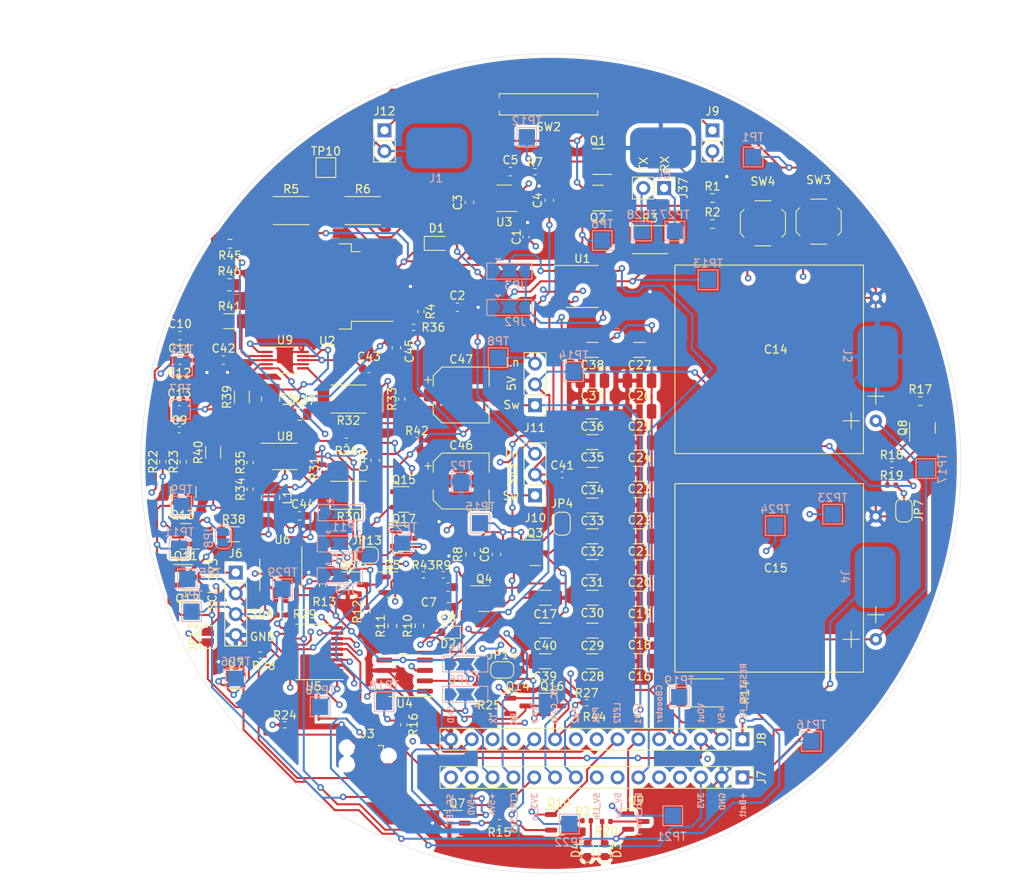
<source format=kicad_pcb>
(kicad_pcb (version 20211014) (generator pcbnew)
  (layers (0 "F.Cu" signal) (1 "In1.Cu" signal) (2 "In2.Cu" signal) (31 "B.Cu" signal) (34 "B.Paste" user) (35 "F.Paste" user) (36 "B.SilkS" user "B.Silkscreen") (37 "F.SilkS" user "F.Silkscreen") (38 "B.Mask" user) (39 "F.Mask" user) (44 "Edge.Cuts" user))
  (net 0 "")
  (net 1 "+3V3")
  (net 2 "GND")
  (net 3 "+5VA")
  (net 4 "/3V3_Lin_Reg")
  (net 5 "/5V_Lin_Reg")
  (net 6 "/CTRL_3V3")
  (net 7 "+5VD")
  (net 8 "/SS_FET")
  (net 9 "Net-(C7-Pad1)")
  (net 10 "Net-(C7-Pad2)")
  (net 11 "+5V")
  (net 12 "/5V_Sw_Reg")
  (net 13 "Net-(C44-Pad1)")
  (net 14 "/3V3_Sw_Reg")
  (net 15 "Net-(C45-Pad1)")
  (net 16 "Net-(D2-Pad2)")
  (net 17 "Net-(D3-Pad2)")
  (net 18 "Net-(D4-Pad2)")
  (net 19 "+BATT")
  (net 20 "/NRST")
  (net 21 "/SWDIO")
  (net 22 "/SWCLK")
  (net 24 "/VOut")
  (net 25 "/3V3_IN")
  (net 26 "/SCL")
  (net 27 "/SDA")
  (net 28 "/Batt_Pre-sens")
  (net 29 "/RESET_SS_FET")
  (net 30 "/MCC")
  (net 31 "/CBooster")
  (net 32 "/LED1")
  (net 33 "/LED2")
  (net 34 "/PB1")
  (net 35 "/PB2")
  (net 36 "/I2C_Conn")
  (net 37 "/Temp")
  (net 38 "/RX")
  (net 39 "/TX")
  (net 40 "/VOut_Fault")
  (net 41 "Net-(J9-Pad1)")
  (net 42 "Net-(J9-Pad2)")
  (net 43 "Net-(J12-Pad1)")
  (net 44 "/U1A0")
  (net 45 "/U1A1")
  (net 46 "/U4A0")
  (net 47 "/U4A1")
  (net 48 "Net-(JP8-Pad1)")
  (net 49 "/U6A0")
  (net 50 "/U6A1")
  (net 51 "/U6A2")
  (net 52 "Net-(JP12-Pad2)")
  (net 53 "/SDA_In")
  (net 54 "/SCL_In")
  (net 55 "Net-(L1-Pad1)")
  (net 56 "Net-(L2-Pad1)")
  (net 57 "Net-(Q5-Pad1)")
  (net 58 "Net-(Q7-Pad1)")
  (net 59 "Net-(Q8-Pad1)")
  (net 60 "Net-(Q8-Pad3)")
  (net 61 "Net-(Q9-Pad3)")
  (net 62 "Net-(Q10-Pad3)")
  (net 63 "Net-(Q11-Pad3)")
  (net 64 "Net-(Q14-Pad3)")
  (net 65 "Net-(Q15-Pad3)")
  (net 66 "Net-(R4-Pad2)")
  (net 67 "Net-(R5-Pad2)")
  (net 68 "Net-(R30-Pad2)")
  (net 69 "Net-(R32-Pad2)")
  (net 70 "Net-(R37-Pad2)")
  (net 71 "Net-(R38-Pad2)")
  (net 72 "Net-(R39-Pad2)")
  (net 73 "Net-(R40-Pad2)")
  (net 74 "Net-(R41-Pad2)")
  (net 75 "/MCU_SS_FET")
  (net 76 "Net-(R45-Pad2)")
  (footprint "Capacitor_SMD:C_1206_3216Metric" (layer "F.Cu") (at 159.305 112.47 180)
    (fp_text reference "C18")
    (fp_text value "100uF")
  )
  (footprint "Resistor_SMD:R_0805_2012Metric" (layer "F.Cu") (at 109.275 70.35)
    (fp_text reference "R46")
    (fp_text value "1k")
  )
  (footprint "Resistor_SMD:R_0402_1005Metric" (layer "F.Cu") (at 123.55 89.45 180)
    (fp_text reference "R26")
    (fp_text value "4K7")
  )
  (footprint "Connector:Tag-Connect_TC2030-IDC-NL_2x03_P1.27mm_Vertical" (layer "F.Cu") (at 126.15 127.85 180)
    (fp_text reference "J3")
    (fp_text value "TC2030-MCP-NL")
  )
  (footprint "Connector_PinHeader_2.54mm:PinHeader_1x15_P2.54mm_Vertical" (layer "F.Cu") (at 171.8575 125.8175 -90)
    (fp_text reference "J8")
    (fp_text value "Conn_01x15_Male")
  )
  (footprint "Capacitor_SMD:C_1206_3216Metric" (layer "F.Cu") (at 159.3 82.05 180)
    (fp_text reference "C26")
    (fp_text value "100uF")
  )
  (footprint "Inductor_SMD:L_1008_2520Metric_Pad1.43x2.20mm_HandSolder" (layer "F.Cu") (at 114.3 84.3 -90)
    (fp_text reference "L2")
    (fp_text value "10uH")
  )
  (footprint "Capacitor_SMD:C_0603_1608Metric" (layer "F.Cu") (at 138.55 60.3 90)
    (fp_text reference "C3")
    (fp_text value "10uF")
  )
  (footprint "Capacitor_SMD:C_0603_1608Metric" (layer "F.Cu") (at 137.08 73.1)
    (fp_text reference "C2")
    (fp_text value "10uF")
  )
  (footprint "Capacitor_SMD:C_1206_3216Metric" (layer "F.Cu") (at 153.55 93.55 180)
    (fp_text reference "C34")
    (fp_text value "100uF")
  )
  (footprint "Resistor_SMD:R_0402_1005Metric" (layer "F.Cu") (at 111.8 92.05 90)
    (fp_text reference "R35")
    (fp_text value "100k")
  )
  (footprint "Resistor_SMD:R_0402_1005Metric" (layer "F.Cu") (at 142.21 136 180)
    (fp_text reference "R15")
    (fp_text value "100k")
  )
  (footprint "Resistor_SMD:R_0402_1005Metric" (layer "F.Cu") (at 152.85 135.75)
    (fp_text reference "R21")
    (fp_text value "1k2")
  )
  (footprint "Connector_PinHeader_2.54mm:PinHeader_1x03_P2.54mm_Vertical" (layer "F.Cu") (at 146.55 96.05 180)
    (fp_text reference "J10")
    (fp_text value "Conn_01x03_Male")
  )
  (footprint "Button_Switch_SMD:SW_SPST_REED_CUSTOM_1" (layer "F.Cu") (at 148.2 48.335)
    (fp_text reference "SW2")
    (fp_text value "SW_Reed_Opener")
  )
  (footprint "Resistor_SMD:R_0402_1005Metric" (layer "F.Cu") (at 130.3 84.3 90)
    (fp_text reference "R33")
    (fp_text value "100k")
  )
  (footprint "Resistor_SMD:R_0402_1005Metric" (layer "F.Cu") (at 120.65 107.04 -90)
    (fp_text reference "R13")
    (fp_text value "100k")
  )
  (footprint "Connector_PinHeader_2.54mm:PinHeader_1x02_P2.54mm_Vertical" (layer "F.Cu") (at 162.3 58.55 -90)
    (fp_text reference "J37")
    (fp_text value "Conn_01x02_Male")
  )
  (footprint "Capacitor_SMD:C_1206_3216Metric" (layer "F.Cu") (at 159.3 78.3 180)
    (fp_text reference "C27")
    (fp_text value "100uF")
  )
  (footprint "Resistor_SMD:R_1206_3216Metric" (layer "F.Cu") (at 109.3 74.8)
    (fp_text reference "R41")
    (fp_text value "1M")
  )
  (footprint "Package_SO:SOIC-8_3.9x4.9mm_P1.27mm" (layer "F.Cu") (at 152.32 70.56)
    (fp_text reference "U1")
    (fp_text value "INA219AxD")
  )
  (footprint "Resistor_SMD:R_0402_1005Metric" (layer "F.Cu") (at 126.05 110.25 90)
    (fp_text reference "R12")
    (fp_text value "100k")
  )
  (footprint "Capacitor_SMD:C_0603_1608Metric" (layer "F.Cu") (at 117.85 98.55)
    (fp_text reference "C44")
    (fp_text value "6.8pF")
  )
  (footprint "Resistor_SMD:R_2512_6332Metric_Pad1.40x3.35mm_HandSolder" (layer "F.Cu") (at 116.8 61.3)
    (fp_text reference "R5")
    (fp_text value "9k1")
  )
  (footprint "Resistor_SMD:R_0603_1608Metric" (layer "F.Cu") (at 138.65 103.25 -90)
    (fp_text reference "R8")
    (fp_text value "3.3M")
  )
  (footprint "Package_SO:SOIC-8_3.9x4.9mm_P1.27mm" (layer "F.Cu") (at 115.55 105.75 -90)
    (fp_text reference "U6")
    (fp_text value "CAT24C256")
  )
  (footprint "Capacitor_SMD:C_0603_1608Metric" (layer "F.Cu") (at 135.975 109.65 180)
    (fp_text reference "C8")
    (fp_text value "10uF")
  )
  (footprint "Button_Switch_SMD:SW_SPST_TL3342" (layer "F.Cu") (at 181.15 62.65 90)
    (fp_text reference "SW3")
    (fp_text value "SW_Push")
  )
  (footprint "Capacitor_SMD:C_1206_3216Metric" (layer "F.Cu") (at 153.55 85.8 180)
    (fp_text reference "C36")
    (fp_text value "100uF")
  )
  (footprint "Capacitor_SMD:C_0603_1608Metric" (layer "F.Cu") (at 103.25 76.55)
    (fp_text reference "C10")
    (fp_text value "10uF")
  )
  (footprint "Package_TO_SOT_SMD:SOT-23-5_HandSoldering" (layer "F.Cu") (at 142.8 59.8 180)
    (fp_text reference "U3")
    (fp_text value "TLV7433")
  )
  (footprint "Package_SO:TSSOP-20_4.4x6.5mm_P0.65mm" (layer "F.Cu") (at 119.55 115.15 180)
    (fp_text reference "U5")
    (fp_text value "STM32G030XX")
  )
  (footprint "Resistor_SMD:R_0402_1005Metric" (layer "F.Cu") (at 113.04 115.55)
    (fp_text reference "R28")
    (fp_text value "4K7")
  )
  (footprint "Package_TO_SOT_SMD:SOT-23" (layer "F.Cu") (at 103.65 95.65 90)
    (fp_text reference "Q13")
    (fp_text value "S8550")
  )
  (footprint "Inductor_SMD:L_1008_2520Metric_Pad1.43x2.20mm_HandSolder" (layer "F.Cu") (at 114.3 96.3 -90)
    (fp_text reference "L1")
    (fp_text value "10uH")
  )
  (footprint "Resistor_SMD:R_0402_1005Metric" (layer "F.Cu") (at 152.85 121.35)
    (fp_text reference "R27")
    (fp_text value "4K7")
  )
  (footprint "Capacitor_SMD:C_1206_3216Metric" (layer "F.Cu") (at 153.55 89.55 180)
    (fp_text reference "C35")
    (fp_text value "100uF")
  )
  (footprint "Connector_PinHeader_2.54mm:PinHeader_1x02_P2.54mm_Vertical" (layer "F.Cu") (at 128.19 51.505)
    (fp_text reference "J12")
    (fp_text value "Conn_01x02_Male")
  )
  (footprint "Package_TO_SOT_SMD:SOT-23" (layer "F.Cu") (at 129.15 106.95)
    (fp_text reference "Q5")
    (fp_text value "Q_PMOS_GSD")
  )
  (footprint "Capacitor_SMD:C_0603_1608Metric" (layer "F.Cu") (at 129.65 78.05 90)
    (fp_text reference "C45")
    (fp_text value "6.8pF")
  )
  (footprint "Capacitor_SMD:C_1206_3216Metric" (layer "F.Cu") (at 153.55 101.05 180)
    (fp_text reference "C32")
    (fp_text value "100uF")
  )
  (footprint "Resistor_SMD:R_0402_1005Metric" (layer "F.Cu") (at 131.74 75.55 180)
    (fp_text reference "R36")
    (fp_text value "820K")
  )
  (footprint "Package_SO:VSSOP-10_3x3mm_P0.5mm" (layer "F.Cu") (at 116.05 91.3)
    (fp_text reference "U8")
    (fp_text value "TPS62050DGS")
  )
  (footprint "Capacitor_SMD:C_1206_3216Metric" (layer "F.Cu") (at 159.305 104.85 180)
    (fp_text reference "C20")
    (fp_text value "100uF")
  )
  (footprint "Resistor_SMD:R_0402_1005Metric" (layer "F.Cu") (at 146.55 56.55)
    (fp_text reference "R7")
    (fp_text value "100k")
  )
  (footprint "Battery:Battery_Pad" (layer "F.Cu") (at 134.49 53.655)
    (fp_text reference "J1")
    (fp_text value "Conn_01x01_Male")
  )
  (footprint "Capacitor_SMD:C_1206_3216Metric" (layer "F.Cu") (at 159.305 101.04 180)
    (fp_text reference "C21")
    (fp_text value "100uF")
  )
  (footprint "Package_TO_SOT_SMD:SOT-353_SC-70-5" (layer "F.Cu") (at 110.05 118.55)
    (fp_text reference "U7")
    (fp_text value "TMP235A2")
  )
  (footprint "Package_TO_SOT_SMD:SOT-23" (layer "F.Cu") (at 193.8 87.8 90)
    (fp_text reference "Q8")
    (fp_text value "Q_PMOS_GSD")
  )
  (footprint "Capacitor_SMD:C_1206_3216Metric" (layer "F.Cu") (at 159.305 93.42 180)
    (fp_text reference "C23")
    (fp_text value "100uF")
  )
  (footprint "LED_SMD:LED_0603_1608Metric" (layer "F.Cu") (at 135.9625 112.75 180)
    (fp_text reference "D2")
    (fp_text value "Red_LED")
  )
  (footprint "Capacitor_SMD:C_0603_1608Metric" (layer "F.Cu") (at 135.95 107.25 180)
    (fp_text reference "C7")
    (fp_text value "10uF")
  )
  (footprint "Capacitor_SMD:C_1206_3216Metric" (layer "F.Cu") (at 159.305 116.28 180)
    (fp_text reference "C16")
    (fp_text value "100uF")
  )
  (footprint "Capacitor_SMD:CP_Elec_6.3x4.9" (layer "F.Cu") (at 137.55 83.8)
    (fp_text reference "C47")
    (fp_text value "22uF")
  )
  (footprint "Resistor_SMD:R_0603_1608Metric" (layer "F.Cu") (at 193.55 84.55)
    (fp_text reference "R17")
    (fp_text value "560R")
  )
  (footprint "Resistor_SMD:R_2512_6332Metric" (layer "F.Cu") (at 160.575 64.845)
    (fp_text reference "R3")
    (fp_text value "180m")
  )
  (footprint "Resistor_SMD:R_0402_1005Metric" (layer "F.Cu") (at 190.05 92.3)
    (fp_text reference "R18")
    (fp_text value "100k")
  )
  (footprint "Resistor_SMD:R_0402_1005Metric" (layer "F.Cu") (at 116.04 124.05)
    (fp_text reference "R24")
    (fp_text value "1k2")
  )
  (footprint "Resistor_SMD:R_0603_1608Metric" (layer "F.Cu") (at 129.15 111.975 90)
    (fp_text reference "R11")
    (fp_text value "560R")
  )
  (footprint "Resistor_SMD:R_2512_6332Metric_Pad1.40x3.35mm_HandSolder" (layer "F.Cu") (at 125.55 61.3)
    (fp_text reference "R6")
    (fp_text value "3k")
  )
  (footprint "Package_SO:SOIC-8_3.9x4.9mm_P1.27mm" (layer "F.Cu") (at 130.65 118.05 180)
    (fp_text reference "U4")
    (fp_text value "INA219AxD")
  )
  (footprint "Resistor_SMD:R_0402_1005Metric" (layer "F.Cu") (at 115.65 110.65 180)
    (fp_text reference "R29")
    (fp_text value "4K7")
  )
  (footprint "Diode_SMD:D_SOD-323" (layer "F.Cu") (at 134.55 65.3)
    (fp_text reference "D1")
    (fp_text value "1N5819")
  )
  (footprint "LED_SMD:LED_0603_1608Metric" (layer "F.Cu") (at 155.05 139.35 90)
    (fp_text reference "D3")
    (fp_text value "Blue_LED")
  )
  (footprint "Capacitor_SMD:C_0603_1608Metric" (layer "F.Cu") (at 108.55 79.55)
    (fp_text reference "C42")
    (fp_text value "10u")
  )
  (footprint "Battery:Battery_Pad" (layer "F.Cu") (at 161.795 53.655)
    (fp_text reference "J5")
    (fp_text value "Conn_01x01_Male")
  )
  (footprint "Resistor_SMD:R_0402_1005Metric" (layer "F.Cu") (at 190.04 94.8)
    (fp_text reference "R19")
    (fp_text value "1k2")
  )
  (footprint "Capacitor_SMD:C_1206_3216Metric" (layer "F.Cu") (at 153.55 104.8 180)
    (fp_text reference "C31")
    (fp_text value "100uF")
  )
  (footprint "Resistor_SMD:R_0402_1005Metric" (layer "F.Cu") (at 132.94 105.75)
    (fp_text reference "R43")
    (fp_text value "100R")
  )
  (footprint "Package_TO_SOT_SMD:SOT-23" (layer "F.Cu") (at 158.85 135.85)
    (fp_text reference "Q9")
    (fp_text value "Q_PMOS_GSD")
  )
  (footprint "Jumper:SolderJumper-2_P1.3mm_Open_RoundedPad1.0x1.5mm" (layer "F.Cu") (at 191.55 97.9 -90)
    (fp_text reference "JP7")
    (fp_text value "SolderJumper_2_Open")
  )
  (footprint "Package_TO_SOT_SMD:SOT-23" (layer "F.Cu") (at 137.05 136.05)
    (fp_text reference "Q7")
    (fp_text value "Q_NMOS_GSD")
  )
  (footprint "TestPoint:TestPoint_Pad_2.0x2.0mm" (layer "F.Cu") (at 121.05 56.05)
    (fp_text reference "TP10")
    (fp_text value "TestPoint")
  )
  (footprint "Capacitor_SMD:C_1206_3216Metric" (layer "F.Cu") (at 147.8 108.55)
    (fp_text reference "C17")
    (fp_text value "100nF")
  )
  (footprint "Capacitor_SMD:C_0603_1608Metric" (layer "F.Cu") (at 126.3 80.55)
    (fp_text reference "C43")
    (fp_text value "10u")
  )
  (footprint "Capacitor_SMD:C_1206_3216Metric" (layer "F.Cu") (at 153.55 82.05 180)
    (fp_text reference "C37")
    (fp_text value "100uF")
  )
  (footprint "Capacitor_SMD:C_0402_1005Metric" (layer "F.Cu") (at 103.17 82.25)
    (fp_text reference "C12")
    (fp_text value "100nF")
  )
  (footprint "Battery:Battery_Pad" (layer "F.Cu") (at 188.35 79 -90)
    (fp_text reference "J2")
    (fp_text value "Conn_01x01_Male")
  )
  (footprint "Capacitor_SMD:C_0603_1608Metric" (layer "F.Cu") (at 143.55 56.55)
    (fp_text reference "C5")
    (fp_text value "10uF")
  )
  (footprint "Package_TO_SOT_SMD:SOT-23" (layer "F.Cu") (at 103.95 101.05 180)
    (fp_text reference "Q11")
    (fp_text value "S8550")
  )
  (footprint "Resistor_SMD:R_0402_1005Metric" (layer "F.Cu") (at 101.15 91.96 90)
    (fp_text reference "R22")
    (fp_text value "100k")
  )
  (footprint "Resistor_SMD:R_0805_2012Metric" (layer "F.Cu") (at 117.85 86.15)
    (fp_text reference "R37")
    (fp_text value "68k")
  )
  (footprint "Resistor_SMD:R_0402_1005Metric" (layer "F.Cu") (at 132.15 89.35)
    (fp_text reference "R42")
    (fp_text value "100k")
  )
  (footprint "Capacitor_THT:SP-5R5-Z155VY" (layer "F.Cu") (at 175.815 106.12)
    (fp_text reference "C15")
    (fp_text value "1.5F")
  )
  (footprint "Resistor_SMD:R_0402_1005Metric" (layer "F.Cu") (at 155.25 135.85 180)
    (fp_text reference "R20")
    (fp_text value "1k2")
  )
  (footprint "LED_SMD:LED_0603_1608Metric" (layer "F.Cu") (at 152.95 139.3375 90)
    (fp_text reference "D4")
    (fp_text value "Green_LED")
  )
  (footprint "Jumper:SolderJumper-2_P1.3mm_Open_RoundedPad1.0x1.5mm" (layer "F.Cu") (at 149.85 99.5 90)
    (fp_text reference "JP4")
    (fp_text value "SolderJumper_2_Open")
  )
  (footprint "Package_TO_SOT_SMD:SOT-23" (layer "F.Cu") (at 144.45 121.75)
    (fp_text reference "Q14")
    (fp_text value "Q_NMOS_GSD")
  )
  (footprint "Package_TO_SOT_SMD:SOT-23" (layer "F.Cu") (at 140.35 108.65)
    (fp_text reference "Q4")
    (fp_text value "Q_PMOS_GSD")
  )
  (footprint "Capacitor_SMD:C_0603_1608Metric" (layer "F.Cu") (at 103.25 79.55)
    (fp_text reference "C11")
    (fp_text value "10uF")
  )
  (footprint "Package_TO_SOT_SMD:SOT-23" (layer "F.Cu") (at 148.65 121.75)
    (fp_text reference "Q16")
    (fp_text value "Q_NMOS_GSD")
  )
  (footprint "Resistor_SMD:R_0603_1608Metric" (layer "F.Cu") (at 168.195 62.94)
    (fp_text reference "R2")
    (fp_text value "3.3M")
  )
  (footprint "Capacitor_SMD:C_0402_1005Metric" (layer "F.Cu") (at 145.45 64.53 90)
    (fp_text reference "C1")
    (fp_text value "100nF")
  )
  (footprint "Capacitor_SMD:C_0402_1005Metric" (layer "F.Cu") (at 103.17 84.75)
    (fp_text reference "C13")
    (fp_text value "100nF")
  )
  (footprint "Capacitor_SMD:C_1206_3216Metric" (layer "F.Cu") (at 159.305 97.23 180)
    (fp_text reference "C22")
    (fp_text value "100uF")
  )
  (footprint "Resistor_SMD:R_0603_1608Metric" (layer "F.Cu") (at 132.45 111.975 90)
    (fp_text reference "R10")
    (fp_text value "560R")
  )
  (footprint "Resistor_SMD:R_0402_1005Metric" (layer "F.Cu") (at 156.25 122.75 180)
    (fp_text reference "R44")
    (fp_text value "2k2")
  )
  (footprint "Capacitor_SMD:C_1206_3216Metric" (layer "F.Cu") (at 153.55 108.55 180)
    (fp_text reference "C30")
    (fp_text value "100uF")
  )
  (footprint "Resistor_SMD:R_0402_1005Metric" (layer "F.Cu") (at 111.8 95.3 90)
    (fp_text reference "R34")
    (fp_text value "560k")
  )
  (footprint "Jumper:SolderJumper-2_P1.3mm_Open_RoundedPad1.0x1.5mm" (layer "F.Cu") (at 126.05 103.35)
    (fp_text reference "JP13")
    (fp_text value "SolderJumper_2_Open")
  )
  (footprint "Capacitor_SMD:C_1206_3216Metric" (layer "F.Cu") (at 159.305 89.61 180)
    (fp_text reference "C24")
    (fp_text value "100uF")
  )
  (footprint "Capacitor_SMD:C_1206_3216Metric" (layer "F.Cu") (at 159.3 85.8 180)
    (fp_text reference "C25")
    (fp_text value "100uF")
  )
  (footprint "Connector_PinHeader_2.54mm:PinHeader_1x03_P2.54mm_Vertical" (layer "F.Cu") (at 146.55 85.05 180)
    (fp_text reference "J11")
    (fp_text value "Conn_01x03_Male")
  )
  (footprint "Capacitor_SMD:C_0603_1608Metric" (layer "F.Cu") (at 127.05 91.775 90)
    (fp_text reference "C48")
    (fp_text value "10u")
  )
  (footprint "Resistor_SMD:R_0402_1005Metric" (layer "F.Cu") (at 132.635 73.61 -90)
    (fp_text reference "R4")
    (fp_text value "4k7")
  )
  (footprint "Resistor_SMD:R_2512_6332Metric" (layer "F.Cu") (at 167.35 120.15)
    (fp_text reference "R14")
    (fp_text value "180m")
  )
  (footprint "Capacitor_SMD:C_1206_3216Metric" (layer "F.Cu") (at 153.55 112.55 180)
    (fp_text reference "C29")
    (fp_text value "100uF")
  )
  (footprint "Connector_PinHeader_2.54mm:PinHeader_1x02_P2.54mm_Vertical" (layer "F.Cu") (at 168.195 51.51)
    (fp_text reference "J9")
    (fp_text value "Conn_01x02_Male")
  )
  (footprint "Resistor_SMD:R_0603_1608Metric" (layer "F.Cu") (at 168.195 59.765)
    (fp_text reference "R1")
    (fp_text value "3.3M")
  )
  (footprint "Package_TO_SOT_SMD:TO-263-5_TabPin3" (layer "F.Cu") (at 121.205 70.56 180)
    (fp_text reference "U2")
    (fp_text value "MIC29302WU")
  )
  (footprint "Capacitor_SMD:C_1206_3216Metric" (layer "F.Cu") (at 159.305 108.66 180)
    (fp_text reference "C19")
    (fp_text value "100uF")
  )
  (footprint "Package_TO_SOT_SMD:SOT-23" (layer "F.Cu") (at 149.45 135.95)
    (fp_text reference "Q10")
    (fp_text value "Q_PMOS_GSD")
  )
  (footprint "Resistor_SMD:R_2512_6332Metric_Pad1.40x3.35mm_HandSolder" (layer "F.Cu") (at 123.8 96.05 180)
    (fp_text reference "R30")
    (fp_text value "130k")
  )
  (footprint "Capacitor_SMD:C_1206_3216Metric" (layer "F.Cu") (at 153.55 78.3 180)
    (fp_text reference "C38")
    (fp_text value "100uF")
  )
  (footprint "Resistor_SMD:R_1206_3216Metric" (layer "F.Cu") (at 109.8 100.8)
    (fp_text reference "R38")
    (fp_text value "1M")
  )
  (footprint "Capacitor_THT:SP-5R5-Z155VY" (layer "F.Cu") (at 175.815 79.45)
    (fp_text reference "C14")
    (fp_text value "1.5F")
  )
  (footprint "Capacitor_SMD:C_1206_3216Metric" (layer "F.Cu") (at 153.55 116.3 180)
    (fp_text reference "C28")
    (fp_text value "100uF")
  )
  (footprint "Connector_PinHeader_2.54mm:PinHeader_1x04_P2.54mm_Vertical" (layer "F.Cu") (at 110.05 105.47)
    (fp_text reference "J6")
    (fp_text value "Conn_01x04_Male")
  )
  (footprint "Jumper:SolderJumper-2_P1.3mm_Open_RoundedPad1.0x1.5mm" (layer "F.Cu") (at 142.55 117.35)
    (fp_text reference "JP14")
    (fp_text value "SolderJumper_2_Open")
  )
  (footprint "Package_TO_SOT_SMD:SOT-23" (layer "F.Cu") (at 146.55 103.05)
    (fp_text reference "Q3")
    (fp_text value "Q_PMOS_GSD")
  )
  (footprint "Resistor_SMD:R_0402_1005Metric" (layer "F.Cu") (at 103.65 91.96 90)
    (fp_text reference "R23")
    (fp_text value "1k2")
  )
  (footprint "Capacitor_SMD:C_0603_1608Metric" (layer "F.Cu") (at 141.85 103.25 90)
    (fp_text reference "C6")
    (fp_text value "10uF")
  )
  (footprint "Capacitor_SMD:C_0402_1005Metric" (layer "F.Cu") (at 103.17 88.05)
    (fp_text reference "C9")
    (fp_text value "100n")
  )
  (footprint "Resistor_SMD:R_0402_1005Metric" (layer "F.Cu") (at 130.55 124.04 -90)
    (fp_text reference "R16")
    (fp_text value "4k7")
  )
  (footprint "Package_TO_SOT_SMD:SOT-23" (layer "F.Cu") (at 130.55 96.55)
    (fp_text reference "Q15")
    (fp_text value "Q_NMOS_GSD")
  )
  (footprint "Capacitor_SMD:C_0402_1005Metric" (layer "F.Cu") (at 149.87 93.55)
    (fp_text reference "C41")
    (fp_text value "100nF")
  )
  (footprint "Package_TO_SOT_SMD:SOT-23" (layer "F.Cu") (at 124.65 106.95)
    (fp_text reference "Q6")
    (fp_text value "Q_NMOS_GSD")
  )
  (footprint "Resistor_SMD:R_0402_1005Metric" (layer "F.Cu") (at 120.8 92.8 90)
    (fp_text reference "R31")
    (fp_text value "100k")
  )
  (footprint "Resistor_SMD:R_2512_6332Metric_Pad1.40x3.35mm_HandSolder" (layer "F.Cu") (at 123.8 84.3 180)
    (fp_text reference "R32")
    (fp_text value "130k")
  )
  (footprint "Resistor_SMD:R_0402_1005Metric" (layer "F.Cu") (at 141.05 123.05 180)
    (fp_text reference "R25")
    (fp_text value "4K7")
  )
  (footprint "Package_TO_SOT_SMD:SOT-23" (layer "F.Cu") (at 130.55 101.3)
    (fp_text reference "Q17")
    (fp_text value "Q_NMOS_GSD")
  )
  (footprint "Capacitor_SMD:CP_Elec_6.3x4.9" (layer "F.Cu") (at 137.55 94.3)
    (fp_text reference "C46")
    (fp_text value "22uF")
  )
  (footprint "Battery:Battery_Pad" (layer "F.Cu") (at 188.05 105.95 -90)
    (fp_text reference "J4")
    (fp_text value "Conn_01x01_Male")
  )
  (footprint "Capacitor_SMD:C_1206_3216Metric" (layer "F.Cu") (at 147.8 112.55 180)
    (fp_text reference "C40")
    (fp_text value "100uF")
  )
  (footprint "Button_Switch_SMD:SW_SPST_TL3342" (layer "F.Cu") (at 174.35 62.85 90)
    (fp_text reference "SW4")
    (fp_text value "SW_Push")
  )
  (footprint "Capacitor_SMD:C_1206_3216Metric" (layer "F.Cu") (at 147.8 116.3 180)
    (fp_text reference "C39")
    (fp_text value "100uF")
  )
  (footprint "Package_TO_SOT_SMD:SOT-23" (layer "F.Cu") (at 154.225 59.765 180)
    (fp_text reference "Q2")
    (fp_text value "Q_PMOS_GSD")
  )
  (footprint "Resistor_SMD:R_1206_3216Metric" (layer "F.Cu") (at 110.8 84.05 90)
    (fp_text reference "R39")
    (fp_text value "1M")
  )
  (footprint "Resistor_SMD:R_0603_1608Metric" (layer "F.Cu") (at 109.35 65.35 180)
    (fp_text reference "R45")
    (fp_text value "22k")
  )
  (footprint "Package_TO_SOT_SMD:SOT-23" (layer "F.Cu") (at 104.15 106.05)
    (fp_text reference "Q12")
    (fp_text value "Q_PMOS_GSD")
  )
  (footprint "Capacitor_SMD:C_1206_3216Metric" (layer "F.Cu") (at 153.55 97.3 180)
    (fp_text reference "C33")
    (fp_text value "100uF")
  )
  (footprint "Resistor_SMD:R_0402_1005Metric" (layer "F.Cu") (at 135.36 105.75)
    (fp_text reference "R9")
    (fp_text value "100R")
  )
  (footprint "Jumper:SolderJumper-2_P1.3mm_Open_RoundedPad1.0x1.5mm" (layer "F.Cu") (at 106.65 113.35 90)
    (fp_text reference "JP12")
    (fp_text value "Jumper_2_Open")
  )
  (footprint "Connector_PinHeader_2.54mm:PinHeader_1x15_P2.54mm_Vertical" (layer "F.Cu") (at 171.8575 130.4675 -90)
    (fp_text reference "J7")
    (fp_text value "Conn_01x15_Male")
  )
  (footprint "Capacitor_SMD:C_0603_1608Metric" (layer "F.Cu") (at 148.3 60.05 90)
    (fp_text reference "C4")
    (fp_text value "10uF")
  )
  (footprint "Package_SO:VSSOP-10_3x3mm_P0.5mm" (layer "F.Cu") (at 116.05 79.55)
    (fp_text reference "U9")
    (fp_text value "TPS62050DGS")
  )
  (footprint "Resistor_SMD:R_1206_3216Metric" (layer "F.Cu") (at 107.3 90.8 90)
    (fp_text reference "R40")
    (fp_text value "1M")
  )
  (footprint "Package_TO_SOT_SMD:SOT-23" (layer "F.Cu") (at 154.225 55.32 180)
    (fp_text reference "Q1")
    (fp_text value "Q_PMOS_GSD")
  )
  (footprint "Jumper:SolderJumper-2_P1.3mm_Open_RoundedPad1.0x1.5mm" (layer "B.Cu") (at 108.55 101.15 -90)
    (fp_text reference "JP8")
    (fp_text value "NO")
  )
  (footprint "TestPoint:TestPoint_Pad_2.0x2.0mm" (layer "B.Cu") (at 154.75 64.95 180)
    (fp_text reference "TP6")
    (fp_text value "TestPoint")
  )
  (footprint "TestPoint:TestPoint_Pad_2.0x2.0mm" (layer "B.Cu") (at 139.85 99.45 180)
    (fp_text reference "TP15")
    (fp_text value "TestPoint")
  )
  (footprint "TestPoint:TestPoint_Pad_2.0x2.0mm" (layer "B.Cu") (at 130.35 101.95 180)
    (fp_text reference "TP25")
    (fp_text value "TestPoint")
  )
  (footprint "TestPoint:TestPoint_Pad_2.0x2.0mm" (layer "B.Cu") (at 150.75 136.15 180)
    (fp_text reference "TP22")
    (fp_text value "TestPoint")
  )
  (footprint "Jumper:SolderJumper-3_P2.0mm_Open_TrianglePad1.0x1.5mm" (layer "B.Cu") (at 122.75 101.95)
    (fp_text reference "JP10")
    (fp_text value "SolderJumper_3_Open")
  )
  (footprint "Jumper:SolderJumper-3_P2.0mm_Open_TrianglePad1.0x1.5mm" (layer "B.Cu") (at 138.05 120.35 180)
    (fp_text reference "JP6")
    (fp_text value "SolderJumper_3_Open")
  )
  (footprint "TestPoint:TestPoint_Pad_2.0x2.0mm" (layer "B.Cu") (at 128.15 121.25 180)
    (fp_text reference "TP18")
    (fp_text value "TestPoint")
  )
  (footprint "TestPoint:TestPoint_Pad_2.0x2.0mm" (layer "B.Cu") (at 182.85 98.35 180)
    (fp_text reference "TP23")
    (fp_text value "TestPoint")
  )
  (footprint "TestPoint:TestPoint_Pad_2.0x2.0mm" (layer "B.Cu") (at 103.55 80.25 180)
    (fp_text reference "TP3")
    (fp_text value "TestPoint")
  )
  (footprint "TestPoint:TestPoint_Pad_2.0x2.0mm" (layer "B.Cu") (at 151.25 80.95 180)
    (fp_text reference "TP14")
    (fp_text value "TestPoint")
  )
  (footprint "TestPoint:TestPoint_Pad_2.0x2.0mm" (layer "B.Cu") (at 163.35 135.15 180)
    (fp_text reference "TP21")
    (fp_text value "TestPoint")
  )
  (footprint "TestPoint:TestPoint_Pad_2.0x2.0mm" (layer "B.Cu") (at 115.75 107.45 180)
    (fp_text reference "TP29")
    (fp_text value "TestPoint")
  )
  (footprint "Jumper:SolderJumper-3_P2.0mm_Open_TrianglePad1.0x1.5mm" (layer "B.Cu") (at 143.43 68.655)
    (fp_text reference "JP3")
    (fp_text value "SolderJumper_3_Open")
  )
  (footprint "TestPoint:TestPoint_Pad_2.0x2.0mm" (layer "B.Cu") (at 163.6 63.8 180)
    (fp_text reference "TP27")
    (fp_text value "TestPoint")
  )
  (footprint "Jumper:SolderJumper-3_P2.0mm_Open_TrianglePad1.0x1.5mm" (layer "B.Cu") (at 122.75 105.85)
    (fp_text reference "JP9")
    (fp_text value "SolderJumper_3_Open")
  )
  (footprint "Jumper:SolderJumper-3_P2.0mm_Open_TrianglePad1.0x1.5mm" (layer "B.Cu") (at 138.05 116.65 180)
    (fp_text reference "JP5")
    (fp_text value "SolderJumper_3_Open")
  )
  (footprint "TestPoint:TestPoint_Pad_2.0x2.0mm" (layer "B.Cu") (at 103.3 85.55 -90)
    (fp_text reference "TP7")
    (fp_text value "TestPoint")
  )
  (footprint "Jumper:SolderJumper-3_P2.0mm_Open_TrianglePad1.0x1.5mm" (layer "B.Cu") (at 143.43 73.1)
    (fp_text reference "JP2")
    (fp_text value "SolderJumper_3_Open")
  )
  (footprint "TestPoint:TestPoint_Pad_2.0x2.0mm" (layer "B.Cu") (at 142.05 79.25 180)
    (fp_text reference "TP8")
    (fp_text value "TestPoint")
  )
  (footprint "TestPoint:TestPoint_Pad_2.0x2.0mm" (layer "B.Cu") (at 110.05 118.35 180)
    (fp_text reference "TP26")
    (fp_text value "TestPoint")
  )
  (footprint "TestPoint:TestPoint_Pad_2.0x2.0mm" (layer "B.Cu") (at 103.45 97.35 180)
    (fp_text reference "TP9")
    (fp_text value "TestPoint")
  )
  (footprint "TestPoint:TestPoint_Pad_2.0x2.0mm" (layer "B.Cu") (at 167.65 69.75 180)
    (fp_text reference "TP13")
    (fp_text value "TestPoint")
  )
  (footprint "TestPoint:TestPoint_Pad_2.0x2.0mm" (layer "B.Cu") (at 194.23 92.785 90)
    (fp_text reference "TP17")
    (fp_text value "TestPoint")
  )
  (footprint "TestPoint:TestPoint_Pad_2.0x2.0mm" (layer "B.Cu") (at 104.15 106.25 180)
    (fp_text reference "TP5")
    (fp_text value "TestPoint")
  )
  (footprint "TestPoint:TestPoint_Pad_2.0x2.0mm" (layer "B.Cu") (at 145.55 52.35 180)
    (fp_text reference "TP12")
    (fp_text value "TestPoint")
  )
  (footprint "TestPoint:TestPoint_Pad_2.0x2.0mm" (layer "B.Cu") (at 104.65 110.25 180)
    (fp_text reference "TP4")
    (fp_text value "TestPoint")
  )
  (footprint "TestPoint:TestPoint_Pad_2.0x2.0mm" (layer "B.Cu") (at 164.15 120.65 180)
    (fp_text reference "TP19")
    (fp_text value "TestPoint")
  )
  (footprint "Jumper:SolderJumper-3_P2.0mm_Open_TrianglePad1.0x1.5mm" (layer "B.Cu") (at 122.85 98.15)
    (fp_text reference "JP11")
    (fp_text value "SolderJumper_3_Open")
  )
  (footprint "TestPoint:TestPoint_Pad_2.0x2.0mm" (layer "B.Cu") (at 103.15 102.55 180)
    (fp_text reference "TP11")
    (fp_text value "TestPoint")
  )
  (footprint "TestPoint:TestPoint_Pad_2.0x2.0mm" (layer "B.Cu") (at 173.15 54.75 180)
    (fp_text reference "TP1")
    (fp_text value "TestPoint")
  )
  (footprint "TestPoint:TestPoint_Pad_2.0x2.0mm" (layer "B.Cu") (at 137.55 94.45 180)
    (fp_text reference "TP2")
    (fp_text value "TestPoint")
  )
  (footprint "TestPoint:TestPoint_Pad_2.0x2.0mm" (layer "B.Cu") (at 159.55 63.8 180)
    (fp_text reference "TP28")
    (fp_text value "TestPoint")
  )
  (footprint "TestPoint:TestPoint_Pad_2.0x2.0mm" (layer "B.Cu") (at 180.25 126.05 180)
    (fp_text reference "TP16")
    (fp_text value "TestPoint")
  )
  (footprint "TestPoint:TestPoint_Pad_2.0x2.0mm" (layer "B.Cu") (at 120.35 121.85 180)
    (fp_text reference "TP20")
    (fp_text value "TestPoint")
  )
  (footprint "TestPoint:TestPoint_Pad_2.0x2.0mm" (layer "B.Cu") (at 175.85 99.75 180)
    (fp_text reference "TP24")
    (fp_text value "TestPoint")
  )
  (gr_circle (center 148.51 92.15) (end 198.51 92.15) (layer "Edge.Cuts") (width 0.05) (fill none))
  (gr_text "5V_Sw" (at 156.7 133.9 90) (layer "B.SilkS") (effects (font (size 0.7 0.7)) (justify mirror)))
  (gr_text "GND" (at 136.3 122.8 90) (layer "B.SilkS") (effects (font (size 0.7 0.7)) (justify mirror)))
  (gr_text "CBooster" (at 161.7 121.5 90) (layer "B.SilkS") (effects (font (size 0.7 0.7)) (justify mirror)))
  (gr_text "+Batt" (at 171.9 133.8 90) (layer "B.SilkS") (effects (font (size 0.7 0.7)) (justify mirror)))
  (gr_text "Batt_Pre" (at 159.2 134.5 90) (layer "B.SilkS") (effects (font (size 0.7 0.7)) (justify mirror)))
  (gr_text "PB1" (at 154 122.9 90) (layer "B.SilkS") (effects (font (size 0.7 0.7)) (justify mirror)))
  (gr_text "SS_FET" (at 136.2 134.3 90) (layer "B.SilkS") (effects (font (size 0.7 0.7)) (justify mirror)))
  (gr_text "5V_Lin" (at 154.1 134 90) (layer "B.SilkS") (effects (font (size 0.7 0.7)) (justify mirror)))
  (gr_text "+5V" (at 169.3 122.8 90) (layer "B.SilkS") (effects (font (size 0.7 0.7)) (justify mirror)))
  (gr_text "LED1" (at 159.1 122.7 90) (layer "B.SilkS") (effects (font (size 0.7 0.7)) (justify mirror)))
  (gr_text "GND" (at 169.4 133.4 90) (layer "B.SilkS") (effects (font (size 0.7 0.7)) (justify mirror)))
  (gr_text "PB2" (at 151.5 122.9 90) (layer "B.SilkS") (effects (font (size 0.7 0.7)) (justify mirror)))
  (gr_text "CTRL_3V3" (at 144 134.8 90) (layer "B.SilkS") (effects (font (size 0.7 0.7)) (justify mirror)))
  (gr_text "+5VA" (at 141.3 133.7 90) (layer "B.SilkS") (effects (font (size 0.7 0.7)) (justify mirror)))
  (gr_text "RESET_SS_FET" (at 172 120.2 90) (layer "B.SilkS") (effects (font (size 0.7 0.7)) (justify mirror)))
  (gr_text "VOut" (at 166.8 122.6 90) (layer "B.SilkS") (effects (font (size 0.7 0.7)) (justify mirror)))
  (gr_text "Temp" (at 146.4 122.6 90) (layer "B.SilkS") (effects (font (size 0.7 0.7)) (justify mirror)))
  (gr_text "+5VD" (at 138.8 133.7 90) (layer "B.SilkS") (effects (font (size 0.7 0.7)) (justify mirror)))
  (gr_text "TX" (at 141.5 123.3 90) (layer "B.SilkS") (effects (font (size 0.7 0.7)) (justify mirror)))
  (gr_text "RX" (at 144 123.3 90) (layer "B.SilkS") (effects (font (size 0.7 0.7)) (justify mirror)))
  (gr_text "3V3" (at 166.8 133.3 90) (layer "B.SilkS") (effects (font (size 0.7 0.7)) (justify mirror)))
  (gr_text "LED2" (at 156.6 122.6 90) (layer "B.SilkS") (effects (font (size 0.7 0.7)) (justify mirror)))
  (gr_text "3V3_In" (at 146.5 134.1 90) (layer "B.SilkS") (effects (font (size 0.7 0.7)) (justify mirror)))
  (gr_text "I2C_Conn" (at 148.9 121.6 90) (layer "B.SilkS") (effects (font (size 0.7 0.7)) (justify mirror)))
  (gr_text "3V3" (at 143.9 93.5 90) (layer "F.SilkS") (effects (font (size 1 1))))
  (gr_text "3V3" (at 107.3 105.1 90) (layer "F.SilkS") (effects (font (size 1 1))))
  (gr_text "TX" (at 159.8 55.6 90) (layer "F.SilkS") (effects (font (size 1 1))))
  (gr_text "SDA" (at 113.2 110.5) (layer "F.SilkS") (effects (font (size 1 1))))
  (gr_text "Ln" (at 143.7 90.9) (layer "F.SilkS") (effects (font (size 1 1))))
  (gr_text "SCL" (at 107.2 108.7 90) (layer "F.SilkS") (effects (font (size 1 1))))
  (gr_text "5V" (at 143.7 82.4 90) (layer "F.SilkS") (effects (font (size 1 1))))
  (gr_text "Sw" (at 143.6 96.1) (layer "F.SilkS") (effects (font (size 1 1))))
  (gr_text "Sw" (at 143.7 85) (layer "F.SilkS") (effects (font (size 1 1))))
  (gr_text "RX" (at 162.4 55.6 90) (layer "F.SilkS") (effects (font (size 1 1))))
  (gr_text "Ln" (at 143.8 79.8) (layer "F.SilkS") (effects (font (size 1 1))))
  (gr_text "GND" (at 113.3 113.3) (layer "F.SilkS") (effects (font (size 1 1))))
  (segment (start 146.325 108.55) (end 145.05 108.55) (width 0.25) (layer "F.Cu") (net 1))
  (segment (start 149.35 93.51) (end 149.39 93.55) (width 0.25) (layer "F.Cu") (net 1))
  (segment (start 125.068198 134.468198) (end 127.95 137.35) (width 0.25) (layer "F.Cu") (net 1))
  (segment (start 157.9125 136.8) (end 157.6 136.8) (width 0.25) (layer "F.Cu") (net 1))
  (segment (start 111 119.2) (end 111 121.9) (width 0.25) (layer "F.Cu") (net 1))
  (segment (start 106.65 114) (end 106.65 118.475305) (width 0.25) (layer "F.Cu") (net 1))
  (segment (start 140.54 123.05) (end 140.54 123.84) (width 0.25) (layer "F.Cu") (net 1))
  (segment (start 117.455 109.355) (end 117.455 108.225) (width 0.25) (layer "F.Cu") (net 1))
  (segment (start 104.8875 102) (end 104.8875 104.840749) (width 0.25) (layer "F.Cu") (net 1))
  (segment (start 102.475 79.55) (end 102.475 79.625) (width 0.25) (layer "F.Cu") (net 1))
  (segment (start 111 121.9) (end 111 124.636396) (width 0.25) (layer "F.Cu") (net 1))
  (segment (start 120.15 123.45) (end 120.31 123.29) (width 0.25) (layer "F.Cu") (net 1))
  (segment (start 140.54 123.05) (end 138.25 123.05) (width 0.25) (layer "F.Cu") (net 1))
  (segment (start 102.69 82.25) (end 102.69 79.765) (width 0.25) (layer "F.Cu") (net 1))
  (segment (start 151.55 121.55) (end 151.45 121.65) (width 0.25) (layer "F.Cu") (net 1))
  (segment (start 138.25 123.05) (end 137.95 123.35) (width 0.25) (layer "F.Cu") (net 1))
  (segment (start 102.69 79.765) (end 102.475 79.55) (width 0.25) (layer "F.Cu") (net 1))
  (segment (start 129.65 137.35) (end 130.25 137.95) (width 0.25) (layer "F.Cu") (net 1))
  (segment (start 106.65 118.475305) (end 110.074695 121.9) (width 0.25) (layer "F.Cu") (net 1))
  (segment (start 123.725 116.125) (end 123.95 116.35) (width 0.25) (layer "F.Cu") (net 1))
  (segment (start 111.65 116.43) (end 111.65 118.55) (width 0.25) (layer "F.Cu") (net 1))
  (segment (start 146.55 92.631701) (end 149.8 89.381701) (width 0.25) (layer "F.Cu") (net 1))
  (segment (start 145.05 108.55) (end 143.3 110.3) (width 0.25) (layer "F.Cu") (net 1))
  (segment (start 117.455 108.225) (end 119.751041 108.225) (width 0.25) (layer "F.Cu") (net 1))
  (segment (start 149.8 89.381701) (end 149.8 74.3) (width 0.25) (layer "F.Cu") (net 1))
  (segment (start 145.45 65.01) (end 146.01 65.01) (width 0.25) (layer "F.Cu") (net 1))
  (segment (start 102.69 88.05) (end 102.69 84.75) (width 0.25) (layer "F.Cu") (net 1))
  (segment (start 111 124.636396) (end 117.363604 131) (width 0.25) (layer "F.Cu") (net 1))
  (segment (start 157.6 136.8) (end 156.45 137.95) (width 0.25) (layer "F.Cu") (net 1))
  (segment (start 142.72 136) (end 144.5 136) (width 0.25) (layer "F.Cu") (net 1))
  (segment (start 151.75 121.35) (end 151.55 121.55) (width 0.25) (layer "F.Cu") (net 1))
  (segment (start 110.074695 121.9) (end 111 121.9) (width 0.25) (layer "F.Cu") (net 1))
  (segment (start 117.363604 131) (end 118.674695 131) (width 0.25) (layer "F.Cu") (net 1))
  (segment (start 112.53 115.55) (end 111.65 116.43) (width 0.25) (layer "F.Cu") (net 1))
  (segment (start 120.15 116.15) (end 120.15 123.45) (width 0.25) (layer "F.Cu") (net 1))
  (segment (start 105.159251 104.840749) (end 104.8875 104.840749) (width 0.25) (layer "F.Cu") (net 1))
  (segment (start 122.4125 116.125) (end 123.725 116.125) (width 0.25) (layer "F.Cu") (net 1))
  (segment (start 116.16 110.65) (end 117.455 109.355) (width 0.25) (layer "F.Cu") (net 1))
  (segment (start 140.6 123.9) (end 145.2 123.9) (width 0.25) (layer "F.Cu") (net 1))
  (segment (start 102.69 82.25) (end 102.69 84.75) (width 0.25) (layer "F.Cu") (net 1))
  (segment (start 128.175 116.145) (end 130.455 116.145) (width 0.25) (layer "F.Cu") (net 1))
  (segment (start 106.45 103.55) (end 105.159251 104.840749) (width 0.25) (layer "F.Cu") (net 1))
  (segment (start 106.65 114) (end 105.4 114) (width 0.25) (layer "F.Cu") (net 1))
  (segment (start 123.04 89.45) (end 123.04 90.64) (width 0.25) (layer "F.Cu") (net 1))
  (segment (start 102.475 79.625) (end 100.9 81.2) (width 0.25) (layer "F.Cu") (net 1))
  (segment (start 120.175 116.125) (end 120.15 116.15) (width 0.25) (layer "F.Cu") (net 1))
  (segment (start 105.4 114) (end 104.3 112.9) (width 0.25) (layer "F.Cu") (net 1))
  (segment (start 104.8875 104.840749) (end 103.2125 106.515749) (width 0.25) (layer "F.Cu") (net 1))
  (segment (start 122.263021 110.736979) (end 124.163021 112.636979) (width 0.25) (layer "F.Cu") (net 1))
  (segment (start 146.55 93.51) (end 149.35 93.51) (width 0.25) (layer "F.Cu") (net 1))
  (segment (start 111.65 118.55) (end 111 119.2) (width 0.25) (layer "F.Cu") (net 1))
  (segment (start 154.86 72.53) (end 154.795 72.465) (width 0.25) (layer "F.Cu") (net 1))
  (segment (start 152.34 121.35) (end 151.75 121.35) (width 0.25) (layer "F.Cu") (net 1))
  (segment (start 154.86 74.37) (end 154.86 72.53) (width 0.25) (layer "F.Cu") (net 1))
  (segment (start 127.42 127.215) (end 125.155 124.95) (width 0.25) (layer "F.Cu") (net 1))
  (segment (start 145.4 136.9) (end 144.55 136.05) (width 0.25) (layer "F.Cu") (net 1))
  (segment (start 127.95 137.35) (end 129.65 137.35) (width 0.25) (layer "F.Cu") (net 1))
  (segment (start 123.04 90.64) (end 124.45 92.05) (width 0.25) (layer "F.Cu") (net 1))
  (segment (start 125.155 124.95) (end 125.15 124.95) (width 0.25) (layer "F.Cu") (net 1))
  (segment (start 148.5125 136.9) (end 145.4 136.9) (width 0.25) (layer "F.Cu") (net 1))
  (segment (start 120.31 123.29) (end 123.49 123.29) (width 0.25) (layer "F.Cu") (net 1))
  (segment (start 118.674695 131) (end 122.142893 134.468198) (width 0.25) (layer "F.Cu") (net 1))
  (segment (start 146.01 65.01) (end 146.65 65.65) (width 0.25) (layer "F.Cu") (net 1))
  (segment (start 123.49 123.29) (end 125.15 124.95) (width 0.25) (layer "F.Cu") (net 1))
  (segment (start 103.2125 106.515749) (end 103.2125 107) (width 0.25) (layer "F.Cu") (net 1))
  (segment (start 122.4125 116.125) (end 120.175 116.125) (width 0.25) (layer "F.Cu") (net 1))
  (segment (start 119.751041 108.225) (end 122.263021 110.736979) (width 0.25) (layer "F.Cu") (net 1))
  (segment (start 144.5 136) (end 144.55 136.05) (width 0.25) (layer "F.Cu") (net 1))
  (segment (start 140.54 123.84) (end 140.6 123.9) (width 0.25) (layer "F.Cu") (net 1))
  (segment (start 146.55 93.51) (end 146.55 92.631701) (width 0.25) (layer "F.Cu") (net 1))
  (segment (start 145.2 123.9) (end 145.3 123.8) (width 0.25) (layer "F.Cu") (net 1))
  (segment (start 122.142893 134.468198) (end 125.068198 134.468198) (width 0.25) (layer "F.Cu") (net 1))
  (via (at 145.3 123.8) (size 0.8) (drill 0.4) (layers "F.Cu" "B.Cu") (net 1))
  (via (at 143.3 110.3) (size 0.8) (drill 0.4) (layers "F.Cu" "B.Cu") (net 1))
  (via (at 104.3 112.9) (size 0.8) (drill 0.4) (layers "F.Cu" "B.Cu") (net 1))
  (via (at 130.25 137.95) (size 0.8) (drill 0.4) (layers "F.Cu" "B.Cu") (net 1))
  (via (at 125.15 124.95) (size 0.8) (drill 0.4) (layers "F.Cu" "B.Cu") (net 1))
  (via (at 146.65 65.65) (size 0.8) (drill 0.4) (layers "F.Cu" "B.Cu") (net 1))
  (via (at 149.8 74.3) (size 0.8) (drill 0.4) (layers "F.Cu" "B.Cu") (net 1))
  (via (at 130.455 116.145) (size 0.8) (drill 0.4) (layers "F.Cu" "B.Cu") (net 1))
  (via (at 100.9 81.2) (size 0.8) (drill 0.4) (layers "F.Cu" "B.Cu") (net 1))
  (via (at 154.86 74.37) (size 0.8) (drill 0.4) (layers "F.Cu" "B.Cu") (net 1))
  (via (at 123.95 116.35) (size 0.8) (drill 0.4) (layers "F.Cu" "B.Cu") (net 1))
  (via (at 156.45 137.95) (size 0.8) (drill 0.4) (layers "F.Cu" "B.Cu") (net 1))
  (via (at 151.45 121.65) (size 0.8) (drill 0.4) (layers "F.Cu" "B.Cu") (net 1))
  (via (at 124.45 92.05) (size 0.8) (drill 0.4) (layers "F.Cu" "B.Cu") (net 1))
  (via (at 137.95 123.35) (size 0.8) (drill 0.4) (layers "F.Cu" "B.Cu") (net 1))
  (via (at 144.55 136.05) (size 0.8) (drill 0.4) (layers "F.Cu" "B.Cu") (net 1))
  (via (at 106.45 103.55) (size 0.8) (drill 0.4) (layers "F.Cu" "B.Cu") (net 1))
  (via (at 122.263021 110.736979) (size 0.8) (drill 0.4) (layers "F.Cu" "B.Cu") (net 1))
  (via (at 124.163021 112.636979) (size 0.8) (drill 0.4) (layers "F.Cu" "B.Cu") (net 1))
  (segment (start 124.75 101.95) (end 124.75 105.85) (width 0.25) (layer "B.Cu") (net 1))
  (segment (start 136.05 120.35) (end 136.05 121.45) (width 0.25) (layer "B.Cu") (net 1))
  (segment (start 144.55 136.05) (end 144.55 137.85) (width 0.25) (layer "B.Cu") (net 1))
  (segment (start 101.85 80.25) (end 100.9 81.2) (width 0.25) (layer "B.Cu") (net 1))
  (segment (start 144.55 137.85) (end 144.65 137.95) (width 0.25) (layer "B.Cu") (net 1))
  (segment (start 121.65 124.15) (end 121.65 129.367582) (width 0.25) (layer "B.Cu") (net 1))
  (segment (start 148.186443 105.413557) (end 143.3 110.3) (width 0.25) (layer "B.Cu") (net 1))
  (segment (start 146.55 93.51) (end 148.186443 95.146443) (width 0.25) (layer "B.Cu") (net 1))
  (segment (start 141.99038 110.3) (end 143.3 110.3) (width 0.25) (layer "B.Cu") (net 1))
  (segment (start 163.3 136.5) (end 165.6 136.5) (width 0.25) (layer "B.Cu") (net 1))
  (segment (start 136.05 116.24038) (end 141.99038 110.3) (width 0.25) (layer "B.Cu") (net 1))
  (segment (start 136.05 120.35) (end 136.05 116.65) (width 0.25) (layer "B.Cu") (net 1))
  (segment (start 124.75 105.85) (end 124.75 106.25962) (width 0.25) (layer "B.Cu") (net 1))
  (segment (start 144.65 137.95) (end 156.45 137.95) (width 0.25) (layer "B.Cu") (net 1))
  (segment (start 122.263021 108.746599) (end 122.263021 110.736979) (width 0.25) (layer "B.Cu") (net 1))
  (segment (start 123.65 123.35) (end 123.59 123.29) (width 0.25) (layer "B.Cu") (net 1))
  (segment (start 145.43 73.1) (end 145.43 68.655) (width 0.25) (layer "B.Cu") (net 1))
  (segment (start 108.2 101.8) (end 106.45 103.55) (width 0.25) (layer "B.Cu") (net 1))
  (segment (start 154.225 75.005) (end 154.86 74.37) (width 0.25) (layer "B.Cu") (net 1))
  (segment (start 127.671042 116.145) (end 130.455 116.145) (width 0.25) (layer "B.Cu") (net 1))
  (segment (start 149.095 75.005) (end 154.225 75.005) (width 0.25) (layer "B.Cu") (net 1))
  (segment (start 166.7775 135.3225) (end 166.7775 130.4675) (width 0.25) (layer "B.Cu") (net 1))
  (segment (start 149.8 74.3) (end 149.095 75.005) (width 0.25) (layer "B.Cu") (net 1))
  (segment (start 121.65 129.367582) (end 130.232418 137.95) (width 0.25) (layer "B.Cu") (net 1))
  (segment (start 161.85 137.95) (end 163.3 136.5) (width 0.25) (layer "B.Cu") (net 1))
  (segment (start 124.85 98.15) (end 124.85 101.85) (width 0.25) (layer "B.Cu") (net 1))
  (segment (start 124.75 106.25962) (end 122.263021 108.746599) (width 0.25) (layer "B.Cu") (net 1))
  (segment (start 145.43 73.1) (end 145.43 73.195) (width 0.25) (layer "B.Cu") (net 1))
  (segment (start 124.85 101.85) (end 124.75 101.95) (width 0.25) (layer "B.Cu") (net 1))
  (segment (start 165.6 136.5) (end 166.7775 135.3225) (width 0.25) (layer "B.Cu") (net 1))
  (segment (start 124.45 97.75) (end 124.45 92.05) (width 0.25) (layer "B.Cu") (net 1))
  (segment (start 125.15 124.95) (end 123.65 123.45) (width 0.25) (layer "B.Cu") (net 1))
  (segment (start 148.186443 95.146443) (end 148.186443 105.413557) (width 0.25) (layer "B.Cu") (net 1))
  (segment (start 103.55 80.25) (end 101.85 80.25) (width 0.25) (layer "B.Cu") (net 1))
  (segment (start 136.05 121.45) (end 137.95 123.35) (width 0.25) (layer "B.Cu") (net 1))
  (segment (start 130.232418 137.95) (end 130.25 137.95) (width 0.25) (layer "B.Cu") (net 1))
  (segment (start 147.24 75.005) (end 149.095 75.005) (width 0.25) (layer "B.Cu") (net 1))
  (segment (start 135.545 116.145) (end 136.05 116.65) (width 0.25) (layer "B.Cu") (net 1))
  (segment (start 108.55 101.8) (end 108.2 101.8) (width 0.25) (layer "B.Cu") (net 1))
  (segment (start 145.43 73.195) (end 147.24 75.005) (width 0.25) (layer "B.Cu") (net 1))
  (segment (start 124.163021 112.636979) (end 127.671042 116.145) (width 0.25) (layer "B.Cu") (net 1))
  (segment (start 123.59 123.29) (end 122.51 123.29) (width 0.25) (layer "B.Cu") (net 1))
  (segment (start 130.25 137.95) (end 144.65 137.95) (width 0.25) (layer "B.Cu") (net 1))
  (segment (start 136.05 116.65) (end 136.05 116.24038) (width 0.25) (layer "B.Cu") (net 1))
  (segment (start 123.65 123.45) (end 123.65 123.35) (width 0.25) (layer "B.Cu") (net 1))
  (segment (start 156.45 137.95) (end 161.85 137.95) (width 0.25) (layer "B.Cu") (net 1))
  (segment (start 124.85 98.15) (end 124.45 97.75) (width 0.25) (layer "B.Cu") (net 1))
  (segment (start 122.51 123.29) (end 121.65 124.15) (width 0.25) (layer "B.Cu") (net 1))
  (segment (start 130.455 116.145) (end 135.545 116.145) (width 0.25) (layer "B.Cu") (net 1))
  (segment (start 184.07 88.975) (end 184.07 86.435) (width 0.25) (layer "F.Cu") (net 2))
  (segment (start 146.55 58.8) (end 145.55 59.8) (width 0.25) (layer "F.Cu") (net 2))
  (segment (start 111.635 91.375) (end 111.8 91.54) (width 0.25) (layer "F.Cu") (net 2))
  (segment (start 118.25 78.55) (end 117.83 78.13) (width 0.25) (layer "F.Cu") (net 2))
  (segment (start 184.07 86.435) (end 188.115 82.39) (width 0.25) (layer "F.Cu") (net 2))
  (segment (start 109.325 79.55) (end 113.85 79.55) (width 0.25) (layer "F.Cu") (net 2))
  (segment (start 160.575 71.195) (end 160.765 71.195) (width 0.25) (layer "F.Cu") (net 2))
  (segment (start 132.66 92.21) (end 134.75 94.3) (width 0.25) (layer "F.Cu") (net 2))
  (segment (start 188.115 71.95) (end 188.115 70.865) (width 0.25) (layer "F.Cu") (net 2))
  (segment (start 152.075 78.3) (end 152.05 78.275) (width 0.25) (layer "F.Cu") (net 2))
  (segment (start 111 114.04) (end 110.05 113.09) (width 0.25) (layer "F.Cu") (net 2))
  (segment (start 104.025 79.55) (end 105.05 79.55) (width 0.25) (layer "F.Cu") (net 2))
  (segment (start 134.74 83.79) (end 134.75 83.8) (width 0.25) (layer "F.Cu") (net 2))
  (segment (start 157.83 116.28) (end 157.83 112.47) (width 0.25) (layer "F.Cu") (net 2))
  (segment (start 160.765 71.195) (end 169.02 62.94) (width 0.25) (layer "F.Cu") (net 2))
  (segment (start 157.83 104.85) (end 157.83 101.04) (width 0.25) (layer "F.Cu") (net 2))
  (segment (start 118.25 80.05) (end 116.3 80.05) (width 0.25) (layer "F.Cu") (net 2))
  (segment (start 161.33 71.95) (end 160.575 71.195) (width 0.25) (layer "F.Cu") (net 2))
  (segment (start 169.02 58.08) (end 169.95 57.15) (width 0.25) (layer "F.Cu") (net 2))
  (segment (start 138.65 104.075) (end 136.675 104.075) (width 0.25) (layer "F.Cu") (net 2))
  (segment (start 104.025 76.55) (end 104.025 79.55) (width 0.25) (layer "F.Cu") (net 2))
  (segment (start 145.975 116.65) (end 146.325 116.3) (width 0.25) (layer "F.Cu") (net 2))
  (segment (start 148.55 55.06) (end 147.06 56.55) (width 0.25) (layer "F.Cu") (net 2))
  (segment (start 134.85 99.25) (end 134.85 94.4) (width 0.25) (layer "F.Cu") (net 2))
  (segment (start 169.95 57.15) (end 173.7 57.15) (width 0.25) (layer "F.Cu") (net 2))
  (segment (start 115.55 91.3) (end 116.959315 91.3) (width 0.25) (layer "F.Cu") (net 2))
  (segment (start 131.39 83.79) (end 134.74 83.79) (width 0.25) (layer "F.Cu") (net 2))
  (segment (start 141.3 54.05) (end 147.8 54.05) (width 0.25) (layer "F.Cu") (net 2))
  (segment (start 146.325 110.525) (end 147.3 110.525) (width 0.25) (layer "F.Cu") (net 2))
  (segment (start 128.6 61.3) (end 131.85 58.05) (width 0.25) (layer "F.Cu") (net 2))
  (segment (start 121 98.6) (end 119.8 99.8) (width 0.25) (layer "F.Cu") (net 2))
  (segment (start 126.35 117.05) (end 126.715 117.415) (width 0.25) (layer "F.Cu") (net 2))
  (segment (start 113.85 79.55) (end 116.3 79.55) (width 0.25) (layer "F.Cu") (net 2))
  (segment (start 145.55 59.8) (end 144.15 59.8) (width 0.25) (layer "F.Cu") (net 2))
  (segment (start 157.83 89.61) (end 157.83 85.805) (width 0.25) (layer "F.Cu") (net 2))
  (segment (start 147.05 58.3) (end 146.55 58.8) (width 0.25) (layer "F.Cu") (net 2))
  (segment (start 117.83 78.13) (end 117.83 70.56) (width 0.25) (layer "F.Cu") (net 2))
  (segment (start 109.5 117.9) (end 107.95 116.35) (width 0.25) (layer "F.Cu") (net 2))
  (segment (start 149.275 108.55) (end 152.075 108.55) (width 0.25) (layer "F.Cu") (net 2))
  (segment (start 152.075 89.55) (end 152.075 85.8) (width 0.25) (layer "F.Cu") (net 2))
  (segment (start 136.2975 125.8175) (end 136.2975 125.160749) (width 0.25) (layer "F.Cu") (net 2))
  (segment (start 147.3 110.525) (end 149.275 108.55) (width 0.25) (layer "F.Cu") (net 2))
  (segment (start 116.55 124.05) (end 119.515 124.05) (width 0.25) (layer "F.Cu") (net 2))
  (segment (start 109.1 118.55) (end 109.1 117.9) (width 0.25) (layer "F.Cu") (net 2))
  (segment (start 103.65 91.45) (end 103.65 88.05) (width 0.25) (layer "F.Cu") (net 2))
  (segment (start 152.075 85.8) (end 152.075 82.05) (width 0.25) (layer "F.Cu") (net 2))
  (segment (start 152.075 108.55) (end 152.075 112.55) (width 0.25) (layer "F.Cu") (net 2))
  (segment (start 118.25 90.3) (end 116.55 90.3) (width 0.25) (layer "F.Cu") (net 2))
  (segment (start 188.115 82.39) (end 188.115 71.95) (width 0.25) (layer "F.Cu") (net 2))
  (segment (start 120.65 107.55) (end 120.5 107.4) (width 0.25) (layer "F.Cu") (net 2))
  (segment (start 150.35 93.55) (end 152.075 93.55) (width 0.25) (layer "F.Cu") (net 2))
  (segment (start 136.1125 137) (end 135.1625 136.05) (width 0.25) (layer "F.Cu") (net 2))
  (segment (start 191.48 98.62) (end 188.115 98.62) (width 0.25) (layer "F.Cu") (net 2))
  (segment (start 157.83 97.23) (end 157.83 93.42) (width 0.25) (layer "F.Cu") (net 2))
  (segment (start 157.825 73.945) (end 160.575 71.195) (width 0.25) (layer "F.Cu") (net 2))
  (segment (start 130.3 83.79) (end 130.3 80.55) (width 0.25) (layer "F.Cu") (net 2))
  (segment (start 126.15 127.215) (end 122.95 124.015) (width 0.25) (layer "F.Cu") (net 2))
  (segment (start 157.83 108.66) (end 157.83 104.85) (width 0.25) (layer "F.Cu") (net 2))
  (segment (start 113.645 103.651751) (end 115.443249 105.45) (width 0.25) (layer "F.Cu") (net 2))
  (segment (start 190.275 84.55) (end 188.115 82.39) (width 0.25) (layer "F.Cu") (net 2))
  (segment (start 115.443249 105.45) (end 118.95 105.45) (width 0.25) (layer "F.Cu") (net 2))
  (segment (start 119.515 124.05) (end 119.55 124.015) (width 0.25) (layer "F.Cu") (net 2))
  (segment (start 152.05 76.3) (end 152.525 75.825) (width 0.25) (layer "F.Cu") (net 2))
  (segment (start 157.83 101.04) (end 157.83 97.23) (width 0.25) (layer "F.Cu") (net 2))
  (segment (start 109.325 80.775) (end 109.05 81.05) (width 0.25) (layer "F.Cu") (net 2))
  (segment (start 157.83 112.47) (end 157.83 108.66) (width 0.25) (layer "F.Cu") (net 2))
  (segment (start 144.85 116.65) (end 145.975 116.65) (width 0.25) (layer "F.Cu") (net 2))
  (segment (start 123.7125 107.9) (end 123.7125 110.5125) (width 0.25) (layer "F.Cu") (net 2))
  (segment (start 145.45 62.95) (end 145.65 62.75) (width 0.25) (layer "F.Cu") (net 2))
  (segment (start 123.7125 110.5125) (end 125.230538 112.030538) (width 0.25) (layer "F.Cu") (net 2))
  (segment (start 118 106.4) (end 118.95 105.45) (width 0.25) (layer "F.Cu") (net 2))
  (segment (start 113.85 91.3) (end 115.55 91.3) (width 0.25) (layer "F.Cu") (net 2))
  (segment (start 108.3625 70.35) (end 109.3875 71.375) (width 0.25) (layer "F.Cu") (net 2))
  (segment (start 169.02 62.94) (end 169.02 59.765) (width 0.25) (layer "F.Cu") (net 2))
  (segment (start 152.075 101.05) (end 152.075 97.3) (width 0.25) (layer "F.Cu") (net 2))
  (segment (start 188.115 71.95) (end 161.33 71.95) (width 0.25) (layer "F.Cu") (net 2))
  (segment (start 155.0375 140.125) (end 155.05 140.1375) (width 0.25) (layer "F.Cu") (net 2))
  (segment (start 136.675 104.075) (end 136.05 103.45) (width 0.25) (layer "F.Cu") (net 2))
  (segment (start 111 117.9) (end 109.5 117.9) (width 0.25) (layer "F.Cu") (net 2))
  (segment (start 157.825 85.8) (end 157.825 82.05) (width 0.25) (layer "F.Cu") (net 2))
  (segment (start 127.075 80.55) (end 130.3 80.55) (width 0.25) (layer "F.Cu") (net 2))
  (segment (start 152.525 75.825) (end 157.825 75.825) (width 0.25) (layer "F.Cu") (net 2))
  (segment (start 130.3 83.79) (end 131.39 83.79) (width 0.25) (layer "F.Cu") (net 2))
  (segment (start 139.3 56.05) (end 141.3 54.05) (width 0.25) (layer "F.Cu") (net 2))
  (segment (start 192.725 84.55) (end 190.275 84.55) (width 0.25) (layer "F.Cu") (net 2))
  (segment (start 147.06 58.29) (end 147.05 58.3) (width 0.25) (layer "F.Cu") (net 2))
  (segment (start 191.55 98.55) (end 191.48 98.62) (width 0.25) (layer "F.Cu") (net 2))
  (segment (start 103.725 91.375) (end 111.635 91.375) (width 0.25) (layer "F.Cu") (net 2))
  (segment (start 121 107.9) (end 123.7125 107.9) (width 0.25) (layer "F.Cu") (net 2))
  (segment (start 109.1 117.9) (end 111 117.9) (width 0.25) (layer "F.Cu") (net 2))
  (segment (start 120.65 107.55) (end 121 107.9) (width 0.25) (layer "F.Cu") (net 2))
  (segment (start 148.55 54.8) (end 148.55 55.06) (width 0.25) (layer "F.Cu") (net 2))
  (segment (start 126.715 117.415) (end 128.175 117.415) (width 0.25) (layer "F.Cu") (net 2))
  (segment (start 125.230538 112.030538) (end 126.35 112.030538) (width 0.25) (layer "F.Cu") (net 2))
  (segment (start 152.075 104.8) (end 152.075 101.05) (width 0.25) (layer "F.Cu") (net 2))
  (segment (start 136.2975 125.160749) (end 128.551751 117.415) (width 0.25) (layer "F.Cu") (net 2))
  (segment (start 146.325 116.3) (end 146.325 112.55) (width 0.25) (layer "F.Cu") (net 2))
  (segment (start 169.02 59.765) (end 169.02 58.08) (width 0.25) (layer "F.Cu") (net 2))
  (segment (start 117.83 70.56) (end 126.98 70.56) (width 0.25) (layer "F.Cu") (net 2))
  (segment (start 139.3 58.05) (end 139.3 56.05) (width 0.25) (layer "F.Cu") (net 2))
  (segment (start 176.25 66) (end 176.25 59.7) (width 0.25) (layer "F.Cu") (net 2))
  (segment (start 157.825 75.325) (end 157.825 73.945) (width 0.25) (layer "F.Cu") (net 2))
  (segment (start 120.514695 92.29) (end 120.8 92.29) (width 0.25) (layer "F.Cu") (net 2))
  (segment (start 126.98 70.56) (end 131.365 70.56) (width 0.25) (layer "F.Cu") (net 2))
  (segment (start 145.45 64.05) (end 145.45 62.95) (width 0.25) (layer "F.Cu") (net 2))
  (segment (start 111 117.9) (end 111 114.04) (width 0.25) (layer "F.Cu") (net 2))
  (segment (start 116.959315 91.3) (end 117.459315 91.8) (width 0.25) (layer "F.Cu") (net 2))
  (segment (start 118 106.9) (end 118 106.4) (width 0.25) (layer "F.Cu") (net 2))
  (segment (start 159.6475 140.1375) (end 169.3175 130.4675) (width 0.25) (layer "F.Cu") (net 2))
  (segment (start 138.55 59.525) (end 138.55 58.05) (width 0.25) (layer "F.Cu") (net 2))
  (segment (start 109.325 79.55) (end 109.325 80.775) (width 0.25) (layer "F.Cu") (net 2))
  (segment (start 157.825 78.3) (end 157.825 75.825) (width 0.25) (layer "F.Cu") (net 2))
  (segment (start 116.55 78.55) (end 118.25 78.55) (width 0.25) (layer "F.Cu") (net 2))
  (segment (start 119.8 99.8) (end 119.4 100.2) (width 0.25) (layer "F.Cu") (net 2))
  (segment (start 103.65 91.45) (end 103.725 91.375) (width 0.25) (layer "F.Cu") (net 2))
  (segment (start 147.8 54.05) (end 148.55 54.8) (width 0.25) (layer "F.Cu") (net 2))
  (segment (start 131.85 58.05) (end 138.55 58.05) (width 0.25) (layer "F.Cu") (net 2))
  (segment (start 146.325 112.55) (end 146.325 110.525) (width 0.25) (layer "F.Cu") (net 2))
  (segment (start 128.551751 117.415) (end 128.175 117.415) (width 0.25) (layer "F.Cu") (net 2))
  (segment (start 188.115 93.02) (end 184.07 88.975) (width 0.25) (layer "F.Cu") (net 2))
  (segment (start 117.459315 91.8) (end 118.25 91.8) (width 0.25) (layer "F.Cu") (net 2))
  (segment (start 188.115 70.865) (end 183.05 65.8) (width 0.25) (layer "F.Cu") (net 2))
  (segment (start 116.3 79.55) (end 116.3 78.8) (width 0.25) (layer "F.Cu") (net 2))
  (segment (start 101.15 91.45) (end 103.65 91.45) (width 0.25) (layer "F.Cu") (net 2))
  (segment (start 157.83 93.42) (end 157.83 89.61) (width 0.25) (layer "F.Cu") (net 2))
  (segment (start 173.7 57.15) (end 176.25 59.7) (width 0.25) (layer "F.Cu") (net 2))
  (segment (start 152.95 140.125) (end 155.0375 140.125) (width 0.25) (layer "F.Cu") (net 2))
  (segment (start 154.795 71.195) (end 160.575 71.195) (width 0.25) (layer "F.Cu") (net 2))
  (segment (start 188.115 98.62) (end 188.115 93.02) (width 0.25) (layer "F.Cu") (net 2))
  (segment (start 132.66 89.35) (end 132.66 92.21) (width 0.25) (layer "F.Cu") (net 2))
  (segment (start 120.024695 91.8) (end 120.514695 92.29) (width 0.25) (layer "F.Cu") (net 2))
  (segment (start 134.75 94.3) (end 134.75 83.8) (width 0.25) (layer "F.Cu") (net 2))
  (segment (start 157.83 85.805) (end 157.825 85.8) (width 0.25) (layer "F.Cu") (net 2))
  (segment (start 109.3875 71.375) (end 117.015 71.375) (width 0.25) (layer "F.Cu") (net 2))
  (segment (start 113.645 103.275) (end 113.645 103.651751) (width 0.25) (layer "F.Cu") (net 2))
  (segment (start 103.65 79.925) (end 104.025 79.55) (width 0.25) (layer "F.Cu") (net 2))
  (segment (start 118.25 91.8) (end 120.024695 91.8) (width 0.25) (layer "F.Cu") (net 2))
  (segment (start 138.55 58.05) (end 139.3 58.05) (width 0.25) (layer "F.Cu") (net 2))
  (segment (start 157.825 75.825) (end 157.825 75.325) (width 0.25) (layer "F.Cu") (net 2))
  (segment (start 152.075 108.55) (end 152.075 104.8) (width 0.25) (layer "F.Cu") (net 2))
  (segment (start 119.55 124.015) (end 119.55 115.85) (width 0.25) (layer "F.Cu") (net 2))
  (segment (start 130.405 80.55) (end 137.855 73.1) (width 0.25) (layer "F.Cu") (net 2))
  (segment (start 130.3 80.55) (end 130.405 80.55) (width 0.25) (layer "F.Cu") (net 2))
  (segment (start 121.775 97.825) (end 121 98.6) (width 0.25) (layer "F.Cu") (net 2))
  (segment (start 134.85 94.4) (end 134.75 94.3) (width 0.25) (layer "F.Cu") (net 2))
  (segment (start 121.775 93.265) (end 121.775 97.825) (width 0.25) (layer "F.Cu") (net 2))
  (segment (start 120.8 92.29) (end 121.775 93.265) (width 0.25) (layer "F.Cu") (net 2))
  (segment (start 116.55 90.3) (end 115.55 91.3) (width 0.25) (layer "F.Cu") (net 2))
  (segment (start 119.925 115.475) (end 122.4125 115.475) (width 0.25) (layer "F.Cu") (net 2))
  (segment (start 147.025 59.275) (end 146.55 58.8) (width 0.25) (layer "F.Cu") (net 2))
  (segment (start 119.55 115.85) (end 119.925 115.475) (width 0.25) (layer "F.Cu") (net 2))
  (segment (start 112.04 91.3) (end 113.85 91.3) (width 0.25) (layer "F.Cu") (net 2))
  (segment (start 119.4 100.2) (end 118.3 100.2) (width 0.25) (layer "F.Cu") (net 2))
  (segment (start 183.05 59.5) (end 183.05 65.8) (width 0.25) (layer "F.Cu") (net 2))
  (segment (start 155.05 140.1375) (end 159.6475 140.1375) (width 0.25) (layer "F.Cu") (net 2))
  (segment (start 152.075 97.3) (end 152.075 93.55) (width 0.25) (layer "F.Cu") (net 2))
  (segment (start 111.8 91.54) (end 112.04 91.3) (width 0.25) (layer "F.Cu") (net 2))
  (segment (start 116.3 80.05) (end 116.3 79.55) (width 0.25) (layer "F.Cu") (net 2))
  (segment (start 137.855 73.1) (end 139.62 73.1) (width 0.25) (layer "F.Cu") (net 2))
  (segment (start 152.05 78.275) (end 152.05 76.3) (width 0.25) (layer "F.Cu") (net 2))
  (segment (start 157.825 82.05) (end 157.825 78.3) (width 0.25) (layer "F.Cu") (net 2))
  (segment (start 122.95 124.015) (end 119.55 124.015) (width 0.25) (layer "F.Cu") (net 2))
  (segment (start 120.5 107.4) (end 118.5 107.4) (width 0.25) (layer "F.Cu") (net 2))
  (segment (start 105.05 79.55) (end 106.55 81.05) (width 0.25) (layer "F.Cu") (net 2))
  (segment (start 152.075 78.3) (end 152.075 82.05) (width 0.25) (layer "F.Cu") (net 2))
  (segment (start 152.075 116.3) (end 152.075 112.55) (width 0.25) (layer "F.Cu") (net 2))
  (segment (start 117.015 71.375) (end 117.83 70.56) (width 0.25) (layer "F.Cu") (net 2))
  (segment (start 147.06 56.55) (end 147.06 58.29) (width 0.25) (layer "F.Cu") (net 2))
  (segment (start 116.3 78.8) (end 116.55 78.55) (width 0.25) (layer "F.Cu") (net 2))
  (segment (start 103.65 82.25) (end 103.65 79.925) (width 0.25) (layer "F.Cu") (net 2))
  (segment (start 152.075 93.55) (end 152.075 89.55) (width 0.25) (layer "F.Cu") (net 2))
  (segment (start 135.1625 136.05) (end 134.05 136.05) (width 0.25) (layer "F.Cu") (net 2))
  (segment (start 103.65 88.05) (end 103.65 84.75) (width 0.25) (layer "F.Cu") (net 2))
  (segment (start 148.3 59.275) (end 147.025 59.275) (width 0.25) (layer "F.Cu") (net 2))
  (segment (start 103.65 84.75) (end 103.65 82.25) (width 0.25) (layer "F.Cu") (net 2))
  (segment (start 118.5 107.4) (end 118 106.9) (width 0.25) (layer "F.Cu") (net 2))
  (segment (start 126.35 112.030538) (end 126.35 117.05) (width 0.25) (layer "F.Cu") (net 2))
  (via (at 134.05 136.05) (size 0.8) (drill 0.4) (layers "F.Cu" "B.Cu") (net 2))
  (via (at 145.65 62.75) (size 0.8) (drill 0.4) (layers "F.Cu" "B.Cu") (net 2))
  (via (at 147.05 58.3) (size 0.8) (drill 0.4) (layers "F.Cu" "B.Cu") (net 2))
  (via (at 144.85 116.65) (size 0.8) (drill 0.4) (layers "F.Cu" "B.Cu") (net 2))
  (via (at 136.05 103.45) (size 0.8) (drill 0.4) (layers "F.Cu" "B.Cu") (net 2))
  (via (at 160.575 71.195) (size 0.8) (drill 0.4) (layers "F.Cu" "B.Cu") (net 2))
  (via (at 106.55 81.05) (size 0.8) (drill 0.4) (layers "F.Cu" "B.Cu") (net 2))
  (via (at 118.3 100.2) (size 0.8) (drill 0.4) (layers "F.Cu" "B.Cu") (net 2))
  (via (at 134.85 99.25) (size 0.8) (drill 0.4) (layers "F.Cu" "B.Cu") (net 2))
  (via (at 122.95 124.015) (size 0.8) (drill 0.4) (layers "F.Cu" "B.Cu") (net 2))
  (via (at 118.95 105.45) (size 0.8) (drill 0.4) (layers "F.Cu" "B.Cu") (net 2))
  (via (at 169.95 57.15) (size 0.8) (drill 0.4) (layers "F.Cu" "B.Cu") (net 2))
  (via (at 139.62 73.1) (size 0.8) (drill 0.4) (layers "F.Cu" "B.Cu") (net 2))
  (via (at 131.365 70.56) (size 0.8) (drill 0.4) (layers "F.Cu" "B.Cu") (net 2))
  (via (at 109.05 81.05) (size 0.8) (drill 0.4) (layers "F.Cu" "B.Cu") (net 2))
  (via (at 107.95 116.35) (size 0.8) (drill 0.4) (layers "F.Cu" "B.Cu") (net 2))
  (segment (start 140.05 120.35) (end 140.05 116.65) (width 0.25) (layer "B.Cu") (net 2))
  (segment (start 160.575 71.195) (end 155.495 76.275) (width 0.25) (layer "B.Cu") (net 2))
  (segment (start 137.55 96.55) (end 134.85 99.25) (width 0.25) (layer "B.Cu") (net 2))
  (segment (start 118.1 100.4) (end 118.3 100.2) (width 0.25) (layer "B.Cu") (net 2))
  (segment (start 170.4925 129.2925) (end 169.3175 130.4675) (width 0.25) (layer "B.Cu") (net 2))
  (segment (start 188.115 78.865) (end 188.115 71.95) (width 0.25) (layer "B.Cu") (net 2))
  (segment (start 106.55 81.05) (end 109.05 81.05) (width 0.25) (layer "B.Cu") (net 2))
  (segment (start 144.275 61.375) (end 143.975 61.375) (width 0.25) (layer "B.Cu") (net 2))
  (segment (start 155.495 76.275) (end 142.795 76.275) (width 0.25) (layer "B.Cu") (net 2))
  (segment (start 141.525 73.195) (end 141.43 73.1) (width 0.25) (layer "B.Cu") (net 2))
  (segment (start 135.6175 125.8175) (end 136.2975 125.8175) (width 0.25) (layer "B.Cu") (net 2))
  (segment (start 136.05 103.45) (end 134.85 102.25) (width 0.25) (layer "B.Cu") (net 2))
  (segment (start 132.55 134.55) (end 131.55 134.55) (width 0.25) (layer "B.Cu") (net 2))
  (segment (start 139.525 70.56) (end 141.43 68.655) (width 0.25) (layer "B.Cu") (net 2))
  (segment (start 147.05 58.3) (end 143.975 61.375) (width 0.25) (layer "B.Cu") (net 2))
  (segment (start 143.975 61.375) (end 141.43 63.92) (width 0.25) (layer "B.Cu") (net 2))
  (segment (start 134.85 102.25) (end 134.85 99.25) (width 0.25) (layer "B.Cu") (net 2))
  (segment (start 141.43 63.92) (end 141.43 68.655) (width 0.25) (layer "B.Cu") (net 2))
  (segment (start 120.75 101.95) (end 118.65 101.95) (width 0.25) (layer "B.Cu") (net 2))
  (segment (start 125.307805 125.8175) (end 125.9 125.225305) (width 0.25) (layer "B.Cu") (net 2))
  (segment (start 188.35 79.1) (end 170.4925 96.9575) (width 0.25) (layer "B.Cu") (net 2))
  (segment (start 120.75 101.95) (end 120.75 98.25) (width 0.25) (layer "B.Cu") (net 2))
  (segment (start 120.75 98.25) (end 120.85 98.15) (width 0.25) (layer "B.Cu") (net 2))
  (segment (start 120.75 105.85) (end 120.75 101.95) (width 0.25) (layer "B.Cu") (net 2))
  (segment (start 131.365 70.56) (end 139.525 70.56) (width 0.25) (layer "B.Cu") (net 2))
  (segment (start 131.55 134.55) (end 124.7525 127.7525) (width 0.25) (layer "B.Cu") (net 2))
  (segment (start 170.4925 96.9575) (end 170.4925 129.2925) (width 0.25) (layer "B.Cu") (net 2))
  (segment (start 134.6 124.3) (end 134.6 124.8) (width 0.25) (layer "B.Cu") (net 2))
  (segment (start 118.1 101.4) (end 118.1 100.4) (width 0.25) (layer "B.Cu") (net 2))
  (segment (start 165.39 57.15) (end 169.95 57.15) (width 0.25) (layer "B.Cu") (net 2))
  (segment (start 134.05 136.05) (end 132.55 134.55) (width 0.25) (layer "B.Cu") (net 2))
  (segment (start 119.35 105.85) (end 118.95 105.45) (width 0.25) (layer "B.Cu") (net 2))
  (segment (start 141.525 75.005) (end 141.525 73.195) (width 0.25) (layer "B.Cu") (net 2))
  (segment (start 141.43 73.1) (end 141.43 68.655) (width 0.25) (layer "B.Cu") (net 2))
  (segment (start 124.7525 127.7525) (end 124.7525 125.8175) (width 0.25) (layer "B.Cu") (net 2))
  (segment (start 161.895 53.655) (end 165.39 57.15) (width 0.25) (layer "B.Cu") (net 2))
  (segment (start 140.05 116.65) (end 144.85 116.65) (width 0.25) (layer "B.Cu") (net 2))
  (segment (start 124.7525 125.8175) (end 125.307805 125.8175) (width 0.25) (layer "B.Cu") (net 2))
  (segment (start 125.9 124.3) (end 134.6 124.3) (width 0.25) (layer "B.Cu") (net 2))
  (segment (start 134.6 124.8) (end 135.6175 125.8175) (width 0.25) (layer "B.Cu") (net 2))
  (segment (start 145.65 62.75) (end 144.275 61.375) (width 0.25) (layer "B.Cu") (net 2))
  (segment (start 142.795 76.275) (end 141.525 75.005) (width 0.25) (layer "B.Cu") (net 2))
  (segment (start 125.9 125.225305) (end 125.9 124.3) (width 0.25) (layer "B.Cu") (net 2))
  (segment (start 137.55 94.45) (end 137.55 96.55) (width 0.25) (layer "B.Cu") (net 2))
  (segment (start 120.75 105.85) (end 119.35 105.85) (width 0.25) (layer "B.Cu") (net 2))
  (segment (start 118.65 101.95) (end 118.1 101.4) (width 0.25) (layer "B.Cu") (net 2))
  (segment (start 139.62 73.1) (end 141.43 73.1) (width 0.25) (layer "B.Cu") (net 2))
  (segment (start 122.95 124.015) (end 124.7525 125.8175) (width 0.25) (layer "B.Cu") (net 2))
  (segment (start 188.35 79.1) (end 188.115 78.865) (width 0.25) (layer "B.Cu") (net 2))
  (segment (start 134.54 71.83) (end 133.905 71.83) (width 0.25) (layer "F.Cu") (net 3))
  (segment (start 152.761751 69.925) (end 150.766751 67.93) (width 0.25) (layer "F.Cu") (net 3))
  (segment (start 132.635 73.1) (end 131.365 71.83) (width 0.25) (layer "F.Cu") (net 3))
  (segment (start 150.766751 67.93) (end 135.265 67.93) (width 0.25) (layer "F.Cu") (net 3))
  (segment (start 133.905 71.83) (end 132.635 73.1) (width 0.25) (layer "F.Cu") (net 3))
  (segment (start 124.09 72.26) (end 126.98 72.26) (width 0.25) (layer "F.Cu") (net 3))
  (segment (start 126.85 83.85) (end 128.6 82.1) (width 0.25) (layer "F.Cu") (net 3))
  (segment (start 136.305 73.1) (end 135.81 73.1) (width 0.25) (layer "F.Cu") (net 3))
  (segment (start 123.8 72.55) (end 124.09 72.26) (width 0.25) (layer "F.Cu") (net 3))
  (segment (start 120.55 79.55) (end 123.075 79.55) (width 0.25) (layer "F.Cu") (net 3))
  (segment (start 154.795 69.925) (end 158.4575 69.925) (width 0.25) (layer "F.Cu") (net 3))
  (segment (start 135.265 67.93) (end 131.365 71.83) (width 0.25) (layer "F.Cu") (net 3))
  (segment (start 123.075 79.55) (end 123.8 78.825) (width 0.25) (layer "F.Cu") (net 3))
  (segment (start 130.935 72.26) (end 126.98 72.26) (width 0.25) (layer "F.Cu") (net 3))
  (segment (start 154.795 69.925) (end 152.761751 69.925) (width 0.25) (layer "F.Cu") (net 3))
  (segment (start 125.525 80.55) (end 125.525 82.975) (width 0.25) (layer "F.Cu") (net 3))
  (segment (start 112.8 78.55) (end 111.8 77.55) (width 0.25) (layer "F.Cu") (net 3))
  (segment (start 123.8 78.825) (end 123.8 72.55) (width 0.25) (layer "F.Cu") (net 3))
  (segment (start 158.4575 69.925) (end 163.5375 64.845) (width 0.25) (layer "F.Cu") (net 3))
  (segment (start 125.525 80.55) (end 123.8 78.825) (width 0.25) (layer "F.Cu") (net 3))
  (segment (start 131.365 71.83) (end 130.935 72.26) (width 0.25) (layer "F.Cu") (net 3))
  (segment (start 135.81 73.1) (end 134.54 71.83) (width 0.25) (layer "F.Cu") (net 3))
  (segment (start 125.525 82.975) (end 126.85 84.3) (width 0.25) (layer "F.Cu") (net 3))
  (segment (start 113.85 78.55) (end 112.8 78.55) (width 0.25) (layer "F.Cu") (net 3))
  (segment (start 118.25 79.55) (end 120.55 79.55) (width 0.25) (layer "F.Cu") (net 3))
  (segment (start 126.85 84.3) (end 126.85 83.85) (width 0.25) (layer "F.Cu") (net 3))
  (via (at 128.6 82.1) (size 0.8) (drill 0.4) (layers "F.Cu" "B.Cu") (net 3))
  (via (at 120.55 79.55) (size 0.8) (drill 0.4) (layers "F.Cu" "B.Cu") (net 3))
  (via (at 158.4575 69.925) (size 0.8) (drill 0.4) (layers "F.Cu" "B.Cu") (net 3))
  (via (at 111.8 77.55) (size 0.8) (drill 0.4) (layers "F.Cu" "B.Cu") (net 3))
  (segment (start 128.6 107) (end 122.3 113.3) (width 0.25) (layer "B.Cu") (net 3))
  (segment (start 133.1 119.9) (end 135.191778 121.991778) (width 0.25) (layer "B.Cu") (net 3))
  (segment (start 139.091778 124.391778) (end 140.2025 125.5025) (width 0.25) (layer "B.Cu") (net 3))
  (segment (start 122.3 113.3) (end 122.3 115.725305) (width 0.25) (layer "B.Cu") (net 3))
  (segment (start 118.55 77.55) (end 111.8 77.55) (width 0.25) (layer "B.Cu") (net 3))
  (segment (start 120.55 79.55) (end 118.55 77.55) (width 0.25) (layer "B.Cu") (net 3))
  (segment (start 122.3 115.725305) (end 126.499695 119.925) (width 0.25) (layer "B.Cu") (net 3))
  (segment (start 126.499695 119.925) (end 133.075 119.925) (width 0.25) (layer "B.Cu") (net 3))
  (segment (start 140.2025 129.2925) (end 141.3775 130.4675) (width 0.25) (layer "B.Cu") (net 3))
  (segment (start 167.65 69.75) (end 158.6325 69.75) (width 0.25) (layer "B.Cu") (net 3))
  (segment (start 158.6325 69.75) (end 158.4575 69.925) (width 0.25) (layer "B.Cu") (net 3))
  (segment (start 128.6 82.1) (end 128.6 107) (width 0.25) (layer "B.Cu") (net 3))
  (segment (start 135.191778 121.991778) (end 135.191778 124.391778) (width 0.25) (layer "B.Cu") (net 3))
  (segment (start 133.075 119.925) (end 133.1 119.9) (width 0.25) (layer "B.Cu") (net 3))
  (segment (start 140.2025 125.5025) (end 140.2025 129.2925) (width 0.25) (layer "B.Cu") (net 3))
  (segment (start 135.191778 124.391778) (end 139.091778 124.391778) (width 0.25) (layer "B.Cu") (net 3))
  (segment (start 137.05 66.3) (end 137.05 65.55) (width 0.25) (layer "F.Cu") (net 4))
  (segment (start 124.05 59.05) (end 121.05 56.05) (width 0.25) (layer "F.Cu") (net 4))
  (segment (start 141.45 60.75) (end 138.9 63.3) (width 0.25) (layer "F.Cu") (net 4))
  (segment (start 130.3 63.3) (end 129.05 64.55) (width 0.25) (layer "F.Cu") (net 4))
  (segment (start 140.8 74.05) (end 140.8 70.05) (width 0.25) (layer "F.Cu") (net 4))
  (segment (start 124.05 61.05) (end 124.05 59.05) (width 0.25) (layer "F.Cu") (net 4))
  (segment (start 138.9 63.3) (end 138.55 63.3) (width 0.25) (layer "F.Cu") (net 4))
  (segment (start 139.55 77.3) (end 139.55 75.3) (width 0.25) (layer "F.Cu") (net 4))
  (segment (start 140.8 70.05) (end 139.55 68.8) (width 0.25) (layer "F.Cu") (net 4))
  (segment (start 138.55 61.075) (end 138.55 63.3) (width 0.25) (layer "F.Cu") (net 4))
  (segment (start 135.6 65.3) (end 136.8 65.3) (width 0.25) (layer "F.Cu") (net 4))
  (segment (start 137.05 65.55) (end 136.8 65.3) (width 0.25) (layer "F.Cu") (net 4))
  (segment (start 139.55 75.3) (end 140.8 74.05) (width 0.25) (layer "F.Cu") (net 4))
  (segment (start 127.55 64.55) (end 124.05 61.05) (width 0.25) (layer "F.Cu") (net 4))
  (segment (start 136.8 65.3) (end 138.55 63.55) (width 0.25) (layer "F.Cu") (net 4))
  (segment (start 138.55 63.55) (end 138.55 63.3) (width 0.25) (layer "F.Cu") (net 4))
  (segment (start 129.05 64.55) (end 127.55 64.55) (width 0.25) (layer "F.Cu") (net 4))
  (segment (start 138.55 63.3) (end 130.3 63.3) (width 0.25) (layer "F.Cu") (net 4))
  (via (at 150.9 117.8) (size 0.8) (drill 0.4) (layers "F.Cu" "B.Cu") (net 4))
  (via (at 139.55 68.8) (size 0.8) (drill 0.4) (layers "F.Cu" "B.Cu") (net 4))
  (via (at 139.55 77.3) (size 0.8) (drill 0.4) (layers "F.Cu" "B.Cu") (net 4))
  (via (at 137.05 66.3) (size 0.8) (drill 0.4) (layers "F.Cu" "B.Cu") (net 4))
  (segment (start 147.8225 129.2925) (end 148.9975 130.4675) (width 0.25) (layer "B.Cu") (net 4))
  (segment (start 139.55 83.97) (end 139.55 77.3) (width 0.25) (layer "B.Cu") (net 4))
  (segment (start 150.9 121) (end 147.8225 124.0775) (width 0.25) (layer "B.Cu") (net 4))
  (segment (start 147.8225 124.0775) (end 147.8225 129.2925) (width 0.25) (layer "B.Cu") (net 4))
  (segment (start 146.55 90.97) (end 139.55 83.97) (width 0.25) (layer "B.Cu") (net 4))
  (segment (start 150.9 117.8) (end 150.9 121) (width 0.25) (layer "B.Cu") (net 4))
  (segment (start 139.55 68.8) (end 137.05 66.3) (width 0.25) (layer "B.Cu") (net 4))
  (segment (start 148.3 63.05) (end 148.3 60.825) (width 0.25) (layer "F.Cu") (net 5))
  (segment (start 102.475 76.55) (end 102.475 77.425) (width 0.25) (layer "F.Cu") (net 5))
  (segment (start 142.775 60.405) (end 143.12 60.75) (width 0.25) (layer "F.Cu") (net 5))
  (segment (start 130.62 67.48) (end 130.55 67.55) (width 0.25) (layer "F.Cu") (net 5))
  (segment (start 146.55 79.97) (end 146.55 73.05) (width 0.25) (layer "F.Cu") (net 5))
  (segment (start 116.5 64.05) (end 121.05 64.05) (width 0.25) (layer "F.Cu") (net 5))
  (segment (start 133.5 65.3) (end 132.8 65.3) (width 0.25) (layer "F.Cu") (net 5))
  (segment (start 105.75 70.85) (end 105.75 67.95) (width 0.25) (layer "F.Cu") (net 5))
  (segment (start 100.175 80.899695) (end 100.175 81.775) (width 0.25) (layer "F.Cu") (net 5))
  (segment (start 102.475 77.425) (end 100.9 79) (width 0.25) (layer "F.Cu") (net 5))
  (segment (start 143.12 60.75) (end 144.15 60.75) (width 0.25) (layer "F.Cu") (net 5))
  (segment (start 144.15 60.75) (end 148.225 60.75) (width 0.25) (layer "F.Cu") (net 5))
  (segment (start 102.475 76.55) (end 102.475 74.125) (width 0.25) (layer "F.Cu") (net 5))
  (segment (start 132.8 65.3) (end 130.55 67.55) (width 0.25) (layer "F.Cu") (net 5))
  (segment (start 146.55 73.05) (end 147.55 72.05) (width 0.25) (layer "F.Cu") (net 5))
  (segment (start 113.75 61.3) (end 116.5 64.05) (width 0.25) (layer "F.Cu") (net 5))
  (segment (start 136.965 67.48) (end 130.62 67.48) (width 0.25) (layer "F.Cu") (net 5))
  (segment (start 144.15 60.75) (end 143.695 60.75) (width 0.25) (layer "F.Cu") (net 5))
  (segment (start 129.24 68.86) (end 126.98 68.86) (width 0.25) (layer "F.Cu") (net 5))
  (segment (start 107.15 66.55) (end 107.15 64.75) (width 0.25) (layer "F.Cu") (net 5))
  (segment (start 142.775 56.55) (end 142.775 60.405) (width 0.25) (layer "F.Cu") (net 5))
  (segment (start 100.9 80.174695) (end 100.175 80.899695) (width 0.25) (layer "F.Cu") (net 5))
  (segment (start 100.9 79) (end 100.9 80.174695) (width 0.25) (layer "F.Cu") (net 5))
  (segment (start 130.55 67.55) (end 129.24 68.86) (width 0.25) (layer "F.Cu") (net 5))
  (segment (start 100.3 81.9) (end 100.3 95.2) (width 0.25) (layer "F.Cu") (net 5))
  (segment (start 105.75 67.95) (end 107.15 66.55) (width 0.25) (layer "F.Cu") (net 5))
  (segment (start 148.225 60.75) (end 148.3 60.825) (width 0.25) (layer "F.Cu") (net 5))
  (segment (start 100.3 95.2) (end 99.8 95.7) (width 0.25) (layer "F.Cu") (net 5))
  (segment (start 110.6 61.3) (end 113.75 61.3) (width 0.25) (layer "F.Cu") (net 5))
  (segment (start 102.475 74.125) (end 105.75 70.85) (width 0.25) (layer "F.Cu") (net 5))
  (segment (start 143.695 60.75) (end 136.965 67.48) (width 0.25) (layer "F.Cu") (net 5))
  (segment (start 100.175 81.775) (end 100.3 81.9) (width 0.25) (layer "F.Cu") (net 5))
  (segment (start 107.15 64.75) (end 110.6 61.3) (width 0.25) (layer "F.Cu") (net 5))
  (via (at 99.8 95.7) (size 0.8) (drill 0.4) (layers "F.Cu" "B.Cu") (net 5))
  (via (at 130.55 67.55) (size 0.8) (drill 0.4) (layers "F.Cu" "B.Cu") (net 5))
  (via (at 147.55 72.05) (size 0.8) (drill 0.4) (layers "F.Cu" "B.Cu") (net 5))
  (via (at 148.3 63.05) (size 0.8) (drill 0.4) (layers "F.Cu" "B.Cu") (net 5))
  (via (at 121.05 64.05) (size 0.8) (drill 0.4) (layers "F.Cu" "B.Cu") (net 5))
  (segment (start 131.05 67.05) (end 130.55 67.55) (width 0.25) (layer "B.Cu") (net 5))
  (segment (start 142.05 79.25) (end 145.83 79.25) (width 0.25) (layer "B.Cu") (net 5))
  (segment (start 148.3 71.3) (end 148.3 63.05) (width 0.25) (layer "B.Cu") (net 5))
  (segment (start 131.05 65.3) (end 131.05 67.05) (width 0.25) (layer "B.Cu") (net 5))
  (segment (start 145.83 79.25) (end 146.55 79.97) (width 0.25) (layer "B.Cu") (net 5))
  (segment (start 147.55 72.05) (end 148.3 71.3) (width 0.25) (layer "B.Cu") (net 5))
  (segment (start 121.05 64.05) (end 129.8 64.05) (width 0.25) (layer "B.Cu") (net 5))
  (segment (start 129.8 64.05) (end 131.05 65.3) (width 0.25) (layer "B.Cu") (net 5))
  (segment (start 121 91.3) (end 121.1 91.2) (width 0.25) (layer "F.Cu") (net 6))
  (segment (start 144.15 58.85) (end 144.15 56.725) (width 0.25) (layer "F.Cu") (net 6))
  (segment (start 118.25 91.3) (end 119.7 91.3) (width 0.25) (layer "F.Cu") (net 6))
  (segment (start 119.7 91.3) (end 121 91.3) (width 0.25) (layer "F.Cu") (net 6))
  (segment (start 121.3 91.2) (end 124.3 94.2) (width 0.25) (layer "F.Cu") (net 6))
  (segment (start 121.1 91.2) (end 121.3 91.2) (width 0.25) (layer "F.Cu") (net 6))
  (segment (start 123.9 105) (end 126.3 105) (width 0.25) (layer "F.Cu") (net 6))
  (segment (start 116.6875 114.825) (end 119.275 114.825) (width 0.25) (layer "F.Cu") (net 6))
  (segment (start 124.375 104.525) (end 123.9 105) (width 0.25) (layer "F.Cu") (net 6))
  (segment (start 124.3 94.2) (end 124.375 94.275) (width 0.25) (layer "F.Cu") (net 6))
  (segment (start 126.75 90.7) (end 125.1 90.7) (width 0.25) (layer "F.Cu") (net 6))
  (segment (start 144.95 58.85) (end 145.8 58) (width 0.25) (layer "F.Cu") (net 6))
  (segment (start 144.15 58.85) (end 144.95 58.85) (width 0.25) (layer "F.Cu") (net 6))
  (segment (start 129.7 91) (end 127.05 91) (width 0.25) (layer "F.Cu") (net 6))
  (segment (start 144.15 56.725) (end 144.325 56.55) (width 0.25) (layer "F.Cu") (net 6))
  (segment (start 146.04 56.55) (end 146.04 55.24) (width 0.25) (layer "F.Cu") (net 6))
  (segment (start 126.3 105) (end 126.45 105.15) (width 0.25) (layer "F.Cu") (net 6))
  (segment (start 144.325 56.55) (end 146.04 56.55) (width 0.25) (layer "F.Cu") (net 6))
  (segment (start 131.35 89.35) (end 129.7 91) (width 0.25) (layer "F.Cu") (net 6))
  (segment (start 119.275 114.825) (end 119.5 114.6) (width 0.25) (layer "F.Cu") (net 6))
  (segment (start 131.64 89.35) (end 131.35 89.35) (width 0.25) (layer "F.Cu") (net 6))
  (segment (start 146.04 55.24) (end 145.75 54.95) (width 0.25) (layer "F.Cu") (net 6))
  (segment (start 124.375 94.275) (end 124.375 104.525) (width 0.25) (layer "F.Cu") (net 6))
  (segment (start 127.05 91) (end 126.75 90.7) (width 0.25) (layer "F.Cu") (net 6))
  (via (at 121.3 91.2) (size 0.8) (drill 0.4) (layers "F.Cu" "B.Cu") (net 6))
  (via (at 126.45 105.15) (size 0.8) (drill 0.4) (layers "F.Cu" "B.Cu") (net 6))
  (via (at 145.75 54.95) (size 0.8) (drill 0.4) (layers "F.Cu" "B.Cu") (net 6))
  (via (at 143.1 112.9) (size 0.8) (drill 0.4) (layers "F.Cu" "B.Cu") (net 6))
  (via (at 125.1 90.7) (size 0.8) (drill 0.4) (layers "F.Cu" "B.Cu") (net 6))
  (via (at 119.5 114.6) (size 0.8) (drill 0.4) (layers "F.Cu" "B.Cu") (net 6))
  (via (at 145.8 58) (size 0.8) (drill 0.4) (layers "F.Cu" "B.Cu") (net 6))
  (via (at 135.5 110.9) (size 0.8) (drill 0.4) (layers "F.Cu" "B.Cu") (net 6))
  (segment (start 119.6 114.6) (end 119.5 114.6) (width 0.25) (layer "B.Cu") (net 6))
  (segment (start 126.45 105.15) (end 126.45 107.75) (width 0.25) (layer "B.Cu") (net 6))
  (segment (start 142.6 129.15) (end 142.6 121.2) (width 0.25) (layer "B.Cu") (net 6))
  (segment (start 121.3 91.2) (end 124.6 91.2) (width 0.25) (layer "B.Cu") (net 6))
  (segment (start 124.6 91.2) (end 125.1 90.7) (width 0.25) (layer "B.Cu") (net 6))
  (segment (start 120 114.2) (end 119.6 114.6) (width 0.25) (layer "B.Cu") (net 6))
  (segment (start 142.6 121.2) (end 145.575 118.225) (width 0.25) (layer "B.Cu") (net 6))
  (segment (start 145.55 52.35) (end 145.55 54.75) (width 0.25) (layer "B.Cu") (net 6))
  (segment (start 143.9175 130.4675) (end 142.6 129.15) (width 0.25) (layer "B.Cu") (net 6))
  (segment (start 126.45 107.75) (end 120 114.2) (width 0.25) (layer "B.Cu") (net 6))
  (segment (start 145.575 115.375) (end 143.1 112.9) (width 0.25) (layer "B.Cu") (net 6))
  (segment (start 145.575 118.225) (end 145.575 115.375) (width 0.25) (layer "B.Cu") (net 6))
  (segment (start 145.55 54.75) (end 145.75 54.95) (width 0.25) (layer "B.Cu") (net 6))
  (segment (start 145.6125 103.515749) (end 145.6125 104) (width 0.25) (layer "F.Cu") (net 7))
  (segment (start 144.1 104) (end 143.8 103.7) (width 0.25) (layer "F.Cu") (net 7))
  (segment (start 143.975 106.225) (end 143.975 104.025) (width 0.25) (layer "F.Cu") (net 7))
  (segment (start 141.85 104.025) (end 143.975 104.025) (width 0.25) (layer "F.Cu") (net 7))
  (segment (start 129.15 111.15) (end 132.45 111.15) (width 0.25) (layer "F.Cu") (net 7))
  (segment (start 148.978249 100.15) (end 145.6125 103.515749) (width 0.25) (layer "F.Cu") (net 7))
  (segment (start 148.3 83.8) (end 148.3 88.3) (width 0.25) (layer "F.Cu") (net 7))
  (segment (start 148.3 88.3) (end 147.8 88.8) (width 0.25) (layer "F.Cu") (net 7))
  (segment (start 127.55 110.75) (end 127.55 114.05) (width 0.25) (layer "F.Cu") (net 7))
  (segment (start 126.05 110.76) (end 127.54 110.76) (width 0.25) (layer "F.Cu") (net 7))
  (segment (start 138.2 109.6) (end 137.6 110.2) (width 0.25) (layer "F.Cu") (net 7))
  (segment (start 190.56 92.3) (end 190.56 92.76) (width 0.25) (layer "F.Cu") (net 7))
  (segment (start 146.55 82.51) (end 147.84 83.8) (width 0.25) (layer "F.Cu") (net 7))
  (segment (start 147.84 83.8) (end 148.3 83.8) (width 0.25) (layer "F.Cu") (net 7))
  (segment (start 127.55 110.35) (end 127.55 110.75) (width 0.25) (layer "F.Cu") (net 7))
  (segment (start 143.75 106.45) (end 143.975 106.225) (width 0.25) (layer "F.Cu") (net 7))
  (segment (start 127.55 114.05) (end 128.65 115.15) (width 0.25) (layer "F.Cu") (net 7))
  (segment (start 144.075 104.025) (end 144.1 104) (width 0.25) (layer "F.Cu") (net 7))
  (segment (start 182.45 90.05) (end 175.05 90.05) (width 0.25) (layer "F.Cu") (net 7))
  (segment (start 128.2125 107.9) (end 128.2125 109.6875) (width 0.25) (layer "F.Cu") (net 7))
  (segment (start 127.54 110.76) (end 127.55 110.75) (width 0.25) (layer "F.Cu") (net 7))
  (segment (start 147.8 88.8) (end 144.8 88.8) (width 0.25) (layer "F.Cu") (net 7))
  (segment (start 145.6125 104) (end 144.1 104) (width 0.25) (layer "F.Cu") (net 7))
  (segment (start 191.1875 92.3) (end 194.75 88.7375) (width 0.25) (layer "F.Cu") (net 7))
  (segment (start 143.975 104.025) (end 144.075 104.025) (width 0.25) (layer "F.Cu") (net 7))
  (segment (start 142.7 109.6) (end 143.75 108.55) (width 0.25) (layer "F.Cu") (net 7))
  (segment (start 128.65 115.15) (end 137.65 115.15) (width 0.25) (layer "F.Cu") (net 7))
  (segment (start 139.4125 109.6) (end 142.7 109.6) (width 0.25) (layer "F.Cu") (net 7))
  (segment (start 129.15 111.15) (end 127.95 109.95) (width 0.25) (layer "F.Cu") (net 7))
  (segment (start 137.6 110.2) (end 137.6 115.1) (width 0.25) (layer "F.Cu") (net 7))
  (segment (start 128.2125 109.6875) (end 127.95 109.95) (width 0.25) (layer "F.Cu") (net 7))
  (segment (start 143.8 103.7) (end 143.8 97.55) (width 0.25) (layer "F.Cu") (net 7))
  (segment (start 149.85 100.15) (end 148.978249 100.15) (width 0.25) (layer "F.Cu") (net 7))
  (segment (start 190.56 92.76) (end 192.7 94.9) (width 0.25) (layer "F.Cu") (net 7))
  (segment (start 190.56 92.3) (end 191.1875 92.3) (width 0.25) (layer "F.Cu") (net 7))
  (segment (start 127.95 109.95) (end 127.55 110.35) (width 0.25) (layer "F.Cu") (net 7))
  (segment (start 144.8 88.8) (end 143.8 89.8) (width 0.25) (layer "F.Cu") (net 7))
  (segment (start 137.6 115.1) (end 137.65 115.15) (width 0.25) (layer "F.Cu") (net 7))
  (segment (start 139.4125 109.6) (end 138.2 109.6) (width 0.25) (layer "F.Cu") (net 7))
  (segment (start 175.05 90.05) (end 166.05 81.05) (width 0.25) (layer "F.Cu") (net 7))
  (via (at 143.75 106.45) (size 0.8) (drill 0.4) (layers "F.Cu" "B.Cu") (net 7))
  (via (at 143.8 89.8) (size 0.8) (drill 0.4) (layers "F.Cu" "B.Cu") (net 7))
  (via (at 143.8 97.55) (size 0.8) (drill 0.4) (layers "F.Cu" "B.Cu") (net 7))
  (via (at 192.7 94.9) (size 0.8) (drill 0.4) (layers "F.Cu" "B.Cu") (net 7))
  (via (at 182.45 90.05) (size 0.8) (drill 0.4) (layers "F.Cu" "B.Cu") (net 7))
  (via (at 167.6 128.2) (size 0.8) (drill 0.4) (layers "F.Cu" "B.Cu") (net 7))
  (via (at 166.05 81.05) (size 0.8) (drill 0.4) (layers "F.Cu" "B.Cu") (net 7))
  (via (at 143.75 108.55) (size 0.8) (drill 0.4) (layers "F.Cu" "B.Cu") (net 7))
  (segment (start 151.25 80.95) (end 148.11 80.95) (width 0.25) (layer "B.Cu") (net 7))
  (segment (start 192.7 94.9) (end 187.3 94.9) (width 0.25) (layer "B.Cu") (net 7))
  (segment (start 187.3 94.9) (end 182.45 90.05) (width 0.25) (layer "B.Cu") (net 7))
  (segment (start 151.25 80.95) (end 165.95 80.95) (width 0.25) (layer "B.Cu") (net 7))
  (segment (start 148.11 80.95) (end 146.55 82.51) (width 0.25) (layer "B.Cu") (net 7))
  (segment (start 143.75 108.55) (end 143.75 106.45) (width 0.25) (layer "B.Cu") (net 7))
  (segment (start 143.8 97.55) (end 143.8 89.8) (width 0.25) (layer "B.Cu") (net 7))
  (segment (start 165.95 80.95) (end 166.05 81.05) (width 0.25) (layer "B.Cu") (net 7))
  (segment (start 137.4 105.6875) (end 137.4 105.5) (width 0.25) (layer "F.Cu") (net 8))
  (segment (start 140.05 103.825) (end 138.65 102.425) (width 0.25) (layer "F.Cu") (net 8))
  (segment (start 139.4125 107.7) (end 139.45 107.6625) (width 0.25) (layer "F.Cu") (net 8))
  (segment (start 132.25 106.95) (end 133.45 105.75) (width 0.25) (layer "F.Cu") (net 8))
  (segment (start 144.85 101.3375) (end 144.85 100.55) (width 0.25) (layer "F.Cu") (net 8))
  (segment (start 138.075 101.85) (end 138.65 102.425) (width 0.25) (layer "F.Cu") (net 8))
  (segment (start 134.85 105.75) (end 134.85 102.75) (width 0.25) (layer "F.Cu") (net 8))
  (segment (start 139.95 105.05) (end 140.05 104.95) (width 0.25) (layer "F.Cu") (net 8))
  (segment (start 139.45 107.6625) (end 139.45 105.55) (width 0.25) (layer "F.Cu") (net 8))
  (segment (start 134.85 102.75) (end 135.75 101.85) (width 0.25) (layer "F.Cu") (net 8))
  (segment (start 142.65 101.675) (end 141.85 102.475) (width 0.25) (layer "F.Cu") (net 8))
  (segment (start 130.0875 106.95) (end 132.25 106.95) (width 0.25) (layer "F.Cu") (net 8))
  (segment (start 140.05 104.95) (end 140.05 103.825) (width 0.25) (layer "F.Cu") (net 8))
  (segment (start 137.4 105.5) (end 137 105.1) (width 0.25) (layer "F.Cu") (net 8))
  (segment (start 139.45 105.55) (end 139.95 105.05) (width 0.25) (layer "F.Cu") (net 8))
  (segment (start 139.4125 107.7) (end 137.4 105.6875) (width 0.25) (layer "F.Cu") (net 8))
  (segment (start 138.65 102.425) (end 140.525 100.55) (width 0.25) (layer "F.Cu") (net 8))
  (segment (start 140.525 100.55) (end 142.65 100.55) (width 0.25) (layer "F.Cu") (net 8))
  (segment (start 142.65 100.55) (end 142.65 101.675) (width 0.25) (layer "F.Cu") (net 8))
  (segment (start 145.6125 102.1) (end 144.85 101.3375) (width 0.25) (layer "F.Cu") (net 8))
  (segment (start 133.45 105.75) (end 134.85 105.75) (width 0.25) (layer "F.Cu") (net 8))
  (segment (start 135.75 101.85) (end 138.075 101.85) (width 0.25) (layer "F.Cu") (net 8))
  (via (at 131.65 126.05) (size 0.8) (drill 0.4) (layers "F.Cu" "B.Cu") (net 8))
  (via (at 137 105.1) (size 0.8) (drill 0.4) (layers "F.Cu" "B.Cu") (net 8))
  (via (at 142.65 100.55) (size 0.8) (drill 0.4) (layers "F.Cu" "B.Cu") (net 8))
  (via (at 144.85 100.55) (size 0.8) (drill 0.4) (layers "F.Cu" "B.Cu") (net 8))
  (via (at 133.7 114.2) (size 0.8) (drill 0.4) (layers "F.Cu" "B.Cu") (net 8))
  (segment (start 144.85 100.55) (end 142.65 100.55) (width 0.25) (layer "B.Cu") (net 8))
  (segment (start 137 105.1) (end 137 110.9) (width 0.25) (layer "B.Cu") (net 8))
  (segment (start 137 110.9) (end 133.7 114.2) (width 0.25) (layer "B.Cu") (net 8))
  (segment (start 139.85 99.45) (end 141.55 99.45) (width 0.25) (layer "B.Cu") (net 8))
  (segment (start 141.55 99.45) (end 142.65 100.55) (width 0.25) (layer "B.Cu") (net 8))
  (segment (start 135.87 106.395) (end 136.725 107.25) (width 0.25) (layer "F.Cu") (net 9))
  (segment (start 135.87 105.75) (end 135.87 106.395) (width 0.25) (layer "F.Cu") (net 9))
  (segment (start 135.2 107.275) (end 135.175 107.25) (width 0.25) (layer "F.Cu") (net 10))
  (segment (start 135.2 109.65) (end 135.2 107.275) (width 0.25) (layer "F.Cu") (net 10))
  (segment (start 150.925 100.575) (end 148.45 103.05) (width 0.25) (layer "F.Cu") (net 11))
  (segment (start 155.025 112.55) (end 155.025 108.55) (width 0.25) (layer "F.Cu") (net 11))
  (segment (start 155.025 116.3) (end 155.025 117.025) (width 0.25) (layer "F.Cu") (net 11))
  (segment (start 169.3175 125.8175) (end 167.25 123.75) (width 0.25) (layer "F.Cu") (net 11))
  (segment (start 157.6 121.91) (end 157.6 119.8) (width 0.25) (layer "F.Cu") (net 11))
  (segment (start 135.7 113.8) (end 136.75 112.75) (width 0.25) (layer "F.Cu") (net 11))
  (segment (start 147.4875 103.05) (end 149.96875 105.53125) (width 0.25) (layer "F.Cu") (net 11))
  (segment (start 134.981021 113.8) (end 135.7 113.8) (width 0.25) (layer "F.Cu") (net 11))
  (segment (start 155.025 101.05) (end 155.025 97.3) (width 0.25) (layer "F.Cu") (net 11))
  (segment (start 155.025 78.3) (end 155.025 77.825) (width 0.25) (layer "F.Cu") (net 11))
  (segment (start 188.115 113.62) (end 163.44 113.62) (width 0.25) (layer "F.Cu") (net 11))
  (segment (start 149.96875 105.53125) (end 150.3 105.8625) (width 0.25) (layer "F.Cu") (net 11))
  (segment (start 149.85 98.85) (end 150.25962 98.85) (width 0.25) (layer "F.Cu") (net 11))
  (segment (start 162.675 121.8625) (end 162.675 121.925) (width 0.25) (layer "F.Cu") (net 11))
  (segment (start 161.55 118.8) (end 161.55 117.05) (width 0.25) (layer "F.Cu") (net 11))
  (segment (start 155.025 116.3) (end 155.025 112.55) (width 0.25) (layer "F.Cu") (net 11))
  (segment (start 137.75 108.65) (end 141.2875 108.65) (width 0.25) (layer "F.Cu") (net 11))
  (segment (start 155.025 108.55) (end 155.025 104.8) (width 0.25) (layer "F.Cu") (net 11))
  (segment (start 149.275 117.525) (end 151.55 119.8) (width 0.25) (layer "F.Cu") (net 11))
  (segment (start 162.29 112.47) (end 163.44 113.62) (width 0.25) (layer "F.Cu") (net 11))
  (segment (start 155.025 93.55) (end 155.025 89.55) (width 0.25) (layer "F.Cu") (net 11))
  (segment (start 162.675 121.925) (end 160.55 119.8) (width 0.25) (layer "F.Cu") (net 11))
  (segment (start 149.275 111.075) (end 149.275 112.55) (width 0.25) (layer "F.Cu") (net 11))
  (segment (start 160.78 93.42) (end 160.78 89.61) (width 0.25) (layer "F.Cu") (net 11))
  (segment (start 160.78 101.04) (end 160.78 97.23) (width 0.25) (layer "F.Cu") (net 11))
  (segment (start 155.025 82.05) (end 155.025 78.3) (width 0.25) (layer "F.Cu") (net 11))
  (segment (start 160.78 89.61) (end 160.78 85.805) (width 0.25) (layer "F.Cu") (net 11))
  (segment (start 155.025 85.8) (end 155.025 82.05) (width 0.25) (layer "F.Cu") (net 11))
  (segment (start 156.05 76.8) (end 156.3 76.8) (width 0.25) (layer "F.Cu") (net 11))
  (segment (start 164.5 123.75) (end 162.675 121.925) (width 0.25) (layer "F.Cu") (net 11))
  (segment (start 150.925 99.51538) (end 150.925 100.575) (width 0.25) (layer "F.Cu") (net 11))
  (segment (start 126.545 119.955) (end 126.1 120.6) (width 0.25) (layer "F.Cu") (net 11))
  (segment (start 150.3 105.8625) (end 150.3 106.8) (width 0.25) (layer "F.Cu") (net 11))
  (segment (start 160.78 112.47) (end 160.78 108.66) (width 0.25) (layer "F.Cu") (net 11))
  (segment (start 149.275 116.3) (end 149.275 112.55) (width 0.25) (layer "F.Cu") (net 11))
  (segment (start 157.8 119.8) (end 160.55 119.8) (width 0.25) (layer "F.Cu") (net 11))
  (segment (start 144.8 106.8) (end 150.3 106.8) (width 0.25) (layer "F.Cu") (net 11))
  (segment (start 149.275 116.3) (end 149.275 117.525) (width 0.25) (layer "F.Cu") (net 11))
  (segment (start 156.76 122.75) (end 157.6 121.91) (width 0.25) (layer "F.Cu") (net 11))
  (segment (start 160.775 85.8) (end 160.775 82.05) (width 0.25) (layer "F.Cu") (net 11))
  (segment (start 141.2875 108.65) (end 142.6125 107.325) (width 0.25) (layer "F.Cu") (net 11))
  (segment (start 136.75 112.75) (end 136.75 109.65) (width 0.25) (layer "F.Cu") (net 11))
  (segment (start 128.175 119.955) (end 126.545 119.955) (width 0.25) (layer "F.Cu") (net 11))
  (segment (start 155.025 89.55) (end 155.025 85.8) (width 0.25) (layer "F.Cu") (net 11))
  (segment (start 160.8 75.3) (end 160.775 75.325) (width 0.25) (layer "F.Cu") (net 11))
  (segment (start 148.45 103.05) (end 147.4875 103.05) (width 0.25) (layer "F.Cu") (net 11))
  (segment (start 163.2175 113.8425) (end 160.78 116.28) (width 0.25) (layer "F.Cu") (net 11))
  (segment (start 156.3 76.8) (end 156.55 76.55) (width 0.25) (layer "F.Cu") (net 11))
  (segment (start 160.55 119.8) (end 161.55 118.8) (width 0.25) (layer "F.Cu") (net 11))
  (segment (start 155.025 104.8) (end 155.025 101.05) (width 0.25) (layer "F.Cu") (net 11))
  (segment (start 142.6125 107.325) (end 144.275 107.325) (width 0.25) (layer "F.Cu") (net 11))
  (segment (start 133.474695 113.4) (end 134.581021 113.4) (width 0.25) (layer "F.Cu") (net 11))
  (segment (start 132.6 114.274695) (end 133.474695 113.4) (width 0.25) (layer "F.Cu") (net 11))
  (segment (start 150.25962 98.85) (end 150.925 99.51538) (width 0.25) (layer "F.Cu") (net 11))
  (segment (start 160.78 85.805) (end 160.775 85.8) (width 0.25) (layer "F.Cu") (net 11))
  (segment (start 160.775 78.3) (end 160.775 75.325) (width 0.25) (layer "F.Cu") (net 11))
  (segment (start 161.55 117.05) (end 160.78 116.28) (width 0.25) (layer "F.Cu") (net 11))
  (segment (start 134.581021 113.4) (end 134.981021 113.8) (width 0.25) (layer "F.Cu") (net 11))
  (segment (start 157.6 119.8) (end 157.8 119.8) (width 0.25) (layer "F.Cu") (net 11))
  (segment (start 155.025 97.3) (end 155.025 93.55) (width 0.25) (layer "F.Cu") (net 11))
  (segment (start 160.775 82.05) (end 160.775 78.3) (width 0.25) (layer "F.Cu") (net 11))
  (segment (start 155.025 117.025) (end 157.8 119.8) (width 0.25) (layer "F.Cu") (net 11))
  (segment (start 136.75 109.65) (end 137.75 108.65) (width 0.25) (layer "F.Cu") (net 11))
  (segment (start 160.78 104.85) (end 160.78 101.04) (width 0.25) (layer "F.Cu") (net 11))
  (segment (start 150.3 110.05) (end 149.275 111.075) (width 0.25) (layer "F.Cu") (net 11))
  (segment (start 163.44 113.62) (end 163.2175 113.8425) (width 0.25) (layer "F.Cu") (net 11))
  (segment (start 151.55 119.8) (end 157.6 119.8) (width 0.25) (layer "F.Cu") (net 11))
  (segment (start 167.25 123.75) (end 164.5 123.75) (width 0.25) (layer "F.Cu") (net 11))
  (segment (start 155.025 77.825) (end 156.05 76.8) (width 0.25) (layer "F.Cu") (net 11))
  (segment (start 164.3875 120.15) (end 162.675 121.8625) (width 0.25) (layer "F.Cu") (net 11))
  (segment (start 160.78 112.47) (end 162.29 112.47) (width 0.25) (layer "F.Cu") (net 11))
  (segment (start 160.78 108.66) (end 160.78 104.85) (width 0.25) (layer "F.Cu") (net 11))
  (segment (start 160.78 97.23) (end 160.78 93.42) (width 0.25) (layer "F.Cu") (net 11))
  (segment (start 144.275 107.325) (end 144.8 106.8) (width 0.25) (layer "F.Cu") (net 11))
  (via (at 149.96875 105.53125) (size 0.8) (drill 0.4) (layers "F.Cu" "B.Cu") (net 11))
  (via (at 160.8 75.3) (size 0.8) (drill 0.4) (layers "F.Cu" "B.Cu") (net 11))
  (via (at 150.3 110.05) (size 0.8) (drill 0.4) (layers "F.Cu" "B.Cu") (net 11))
  (via (at 156.55 76.55) (size 0.8) (drill 0.4) (layers "F.Cu" "B.Cu") (net 11))
  (via (at 132.6 114.274695) (size 0.8) (drill 0.4) (layers "F.Cu" "B.Cu") (net 11))
  (via (at 126.1 120.6) (size 0.8) (drill 0.4) (layers "F.Cu" "B.Cu") (net 11))
  (segment (start 188.115 86.95) (end 193.95 92.785) (width 0.25) (layer "B.Cu") (net 11))
  (segment (start 193.95 92.785) (end 194.23 92.785) (width 0.25) (layer "B.Cu") (net 11))
  (segment (start 156.55 76.55) (end 157.8 75.3) (width 0.25) (layer "B.Cu") (net 11))
  (segment (start 157.8 75.3) (end 160.8 75.3) (width 0.25) (layer "B.Cu") (net 11))
  (segment (start 194.23 107.505) (end 194.23 92.785) (width 0.25) (layer "B.Cu") (net 11))
  (segment (start 188.115 113.62) (end 194.23 107.505) (width 0.25) (layer "B.Cu") (net 11))
  (segment (start 150.3 110.05) (end 150.3 105.8625) (width 0.25) (layer "B.Cu") (net 11))
  (segment (start 150.3 105.8625) (end 149.96875 105.53125) (width 0.25) (layer "B.Cu") (net 11))
  (segment (start 127.05 92.55) (end 127.05 95.85) (width 0.25) (layer "F.Cu") (net 12))
  (segment (start 131.225 77.275) (end 131.4 77.45) (width 0.25) (layer "F.Cu") (net 12))
  (segment (start 140.35 83.8) (end 141.6 85.05) (width 0.25) (layer "F.Cu") (net 12))
  (segment (start 107.775 84.075) (end 106.3 85.55) (width 0.25) (layer "F.Cu") (net 12))
  (segment (start 129.8 92.55) (end 131.3 91.05) (width 0.25) (layer "F.Cu") (net 12))
  (segment (start 114.3 87.55) (end 118.35 87.55) (width 0.25) (layer "F.Cu") (net 12))
  (segment (start 110.7625 85.55) (end 110.8 85.5125) (width 0.25) (layer "F.Cu") (net 12))
  (segment (start 114.25 85.5125) (end 114.3 85.4625) (width 0.25) (layer "F.Cu") (net 12))
  (segment (start 132.25 77.45) (end 132.25 75.55) (width 0.25) (layer "F.Cu") (net 12))
  (segment (start 120.2 89.4) (end 121.5 89.4) (width 0.25) (layer "F.Cu") (net 12))
  (segment (start 122.5 90.4) (end 122.5 91.2) (width 0.25) (layer "F.Cu") (net 12))
  (segment (start 127.05 95.85) (end 126.85 96.05) (width 0.25) (layer "F.Cu") (net 12))
  (segment (start 129.65 77.275) (end 131.225 77.275) (width 0.25) (layer "F.Cu") (net 12))
  (segment (start 114.3 87.55) (end 114.3 85.4625) (width 0.25) (layer "F.Cu") (net 12))
  (segment (start 124.2 92.9) (end 126.7 92.9) (width 0.25) (layer "F.Cu") (net 12))
  (segment (start 107.775 79.55) (end 107.775 84.075) (width 0.25) (layer "F.Cu") (net 12))
  (segment (start 118.35 87.55) (end 120.2 89.4) (width 0.25) (layer "F.Cu") (net 12))
  (segment (start 137.8 88.55) (end 140.35 86) (width 0.25) (layer "F.Cu") (net 12))
  (segment (start 107.775 79.55) (end 107.775 74.8625) (width 0.25) (layer "F.Cu") (net 12))
  (segment (start 126.7 92.9) (end 127.05 92.55) (width 0.25) (layer "F.Cu") (net 12))
  (segment (start 141.6 85.05) (end 146.55 85.05) (width 0.25) (layer "F.Cu") (net 12))
  (segment (start 121.5 89.4) (end 122.5 90.4) (width 0.25) (layer "F.Cu") (net 12))
  (segment (start 140.35 86) (end 140.35 83.8) (width 0.25) (layer "F.Cu") (net 12))
  (segment (start 110.8 85.5125) (end 114.25 85.5125) (width 0.25) (layer "F.Cu") (net 12))
  (segment (start 107.775 74.8625) (end 107.8375 74.8) (width 0.25) (layer "F.Cu") (net 12))
  (segment (start 122.5 91.2) (end 124.2 92.9) (width 0.25) (layer "F.Cu") (net 12))
  (segment (start 113.85 90.3) (end 114.3 89.85) (width 0.25) (layer "F.Cu") (net 12))
  (segment (start 127.05 92.55) (end 129.8 92.55) (width 0.25) (layer "F.Cu") (net 12))
  (segment (start 114.3 89.85) (end 114.3 87.55) (width 0.25) (layer "F.Cu") (net 12))
  (segment (start 106.3 85.55) (end 110.7625 85.55) (width 0.25) (layer "F.Cu") (net 12))
  (segment (start 131.4 77.45) (end 132.25 77.45) (width 0.25) (layer "F.Cu") (net 12))
  (via (at 132.25 77.45) (size 0.8) (drill 0.4) (layers "F.Cu" "B.Cu") (net 12))
  (via (at 159.4 122.2) (size 0.8) (drill 0.4) (layers "F.Cu" "B.Cu") (net 12))
  (via (at 137.8 88.55) (size 0.8) (drill 0.4) (layers "F.Cu" "B.Cu") (net 12))
  (via (at 131.3 91.05) (size 0.8) (drill 0.4) (layers "F.Cu" "B.Cu") (net 12))
  (via (at 106.3 85.55) (size 0.8) (drill 0.4) (layers "F.Cu" "B.Cu") (net 12))
  (segment (start 132.25 77.45) (end 132.25 83) (width 0.25) (layer "B.Cu") (net 12))
  (segment (start 103.3 85.55) (end 106.3 85.55) (width 0.25) (layer "B.Cu") (net 12))
  (segment (start 133.8 88.55) (end 137.8 88.55) (width 0.25) (layer "B.Cu") (net 12))
  (segment (start 131.3 91.05) (end 133.8 88.55) (width 0.25) (layer "B.Cu") (net 12))
  (segment (start 157.55 85.05) (end 159.4 86.9) (width 0.25) (layer "B.Cu") (net 12))
  (segment (start 159.4 86.9) (end 159.4 122.2) (width 0.25) (layer "B.Cu") (net 12))
  (segment (start 132.25 83) (end 137.8 88.55) (width 0.25) (layer "B.Cu") (net 12))
  (segment (start 146.55 85.05) (end 157.55 85.05) (width 0.25) (layer "B.Cu") (net 12))
  (segment (start 117.075 98.55) (end 117.075 98.111828) (width 0.25) (layer "F.Cu") (net 13))
  (segment (start 117.075 98.111828) (end 115.138172 96.175) (width 0.25) (layer "F.Cu") (net 13))
  (segment (start 113.185 96.175) (end 111.8 94.79) (width 0.25) (layer "F.Cu") (net 13))
  (segment (start 111.8 92.56) (end 111.8 94.35) (width 0.25) (layer "F.Cu") (net 13))
  (segment (start 111.8 94.35) (end 113.85 92.3) (width 0.25) (layer "F.Cu") (net 13))
  (segment (start 115.138172 96.175) (end 113.185 96.175) (width 0.25) (layer "F.Cu") (net 13))
  (segment (start 111.8 94.79) (end 111.8 94.35) (width 0.25) (layer "F.Cu") (net 13))
  (segment (start 107.3 97.55) (end 108.3 97.55) (width 0.25) (layer "F.Cu") (net 14))
  (segment (start 142.1 96.05) (end 146.55 96.05) (width 0.25) (layer "F.Cu") (net 14))
  (segment (start 107.3 92.2625) (end 107.3 97.55) (width 0.25) (layer "F.Cu") (net 14))
  (segment (start 116.8 100.3) (end 114.3 97.8) (width 0.25) (layer "F.Cu") (net 14))
  (segment (start 108.3375 100.8) (end 108.3375 97.5875) (width 0.25) (layer "F.Cu") (net 14))
  (segment (start 111.8 95.81) (end 111.8 97.55) (width 0.25) (layer "F.Cu") (net 14))
  (segment (start 118.625 98.55) (end 118.55 98.55) (width 0.25) (layer "F.Cu") (net 14))
  (segment (start 108.3375 97.5875) (end 108.3 97.55) (width 0.25) (layer "F.Cu") (net 14))
  (segment (start 108.3 97.55) (end 111.8 97.55) (width 0.25) (layer "F.Cu") (net 14))
  (segment (start 118.55 98.55) (end 116.8 100.3) (width 0.25) (layer "F.Cu") (net 14))
  (segment (start 140.35 95.75) (end 135.8 100.3) (width 0.25) (layer "F.Cu") (net 14))
  (segment (start 140.35 94.3) (end 140.35 95.75) (width 0.25) (layer "F.Cu") (net 14))
  (segment (start 114.3 97.8) (end 114.3 97.4625) (width 0.25) (layer "F.Cu") (net 14))
  (segment (start 111.8 97.55) (end 114.2125 97.55) (width 0.25) (layer "F.Cu") (net 14))
  (segment (start 140.35 94.3) (end 142.1 96.05) (width 0.25) (layer "F.Cu") (net 14))
  (segment (start 114.2125 97.55) (end 114.3 97.4625) (width 0.25) (layer "F.Cu") (net 14))
  (via (at 107.3 97.55) (size 0.8) (drill 0.4) (layers "F.Cu" "B.Cu") (net 14))
  (via (at 151.15 122.65) (size 0.8) (drill 0.4) (layers "F.Cu" "B.Cu") (net 14))
  (via (at 135.8 100.3) (size 0.8) (drill 0.4) (layers "F.Cu" "B.Cu") (net 14))
  (via (at 116.8 100.3) (size 0.8) (drill 0.4) (layers "F.Cu" "B.Cu") (net 14))
  (segment (start 150.212501 129.142501) (end 151.5375 130.4675) (width 0.25) (layer "B.Cu") (net 14))
  (segment (start 103.45 97.35) (end 107.1 97.35) (width 0.25) (layer "B.Cu") (net 14))
  (segment (start 150.212501 123.712501) (end 150.212501 123.687499) (width 0.25) (layer "B.Cu") (net 14))
  (segment (start 150.212501 123.712501) (end 150.212501 129.142501) (width 0.25) (layer "B.Cu") (net 14))
  (segment (start 107.1 97.35) (end 107.3 97.55) (width 0.25) (layer "B.Cu") (net 14))
  (segment (start 150.212501 123.687499) (end 151.25 122.65) (width 0.25) (layer "B.Cu") (net 14))
  (segment (start 129.422183 76.25) (end 128.25 76.25) (width 0.25) (layer "F.Cu") (net 15))
  (segment (start 128.075 77.425) (end 127.65 77.85) (width 0.25) (layer "F.Cu") (net 15))
  (segment (start 128.25 77.425) (end 129.65 78.825) (width 0.25) (layer "F.Cu") (net 15))
  (segment (start 116.9375 85.2625) (end 118.25 83.95) (width 0.25) (layer "F.Cu") (net 15))
  (segment (start 116.9375 86.15) (end 116.9375 85.2625) (width 0.25) (layer "F.Cu") (net 15))
  (segment (start 113.85 80.55) (end 115.25 80.55) (width 0.25) (layer "F.Cu") (net 15))
  (segment (start 131.23 75.55) (end 130.122183 75.55) (width 0.25) (layer "F.Cu") (net 15))
  (segment (start 130.122183 75.55) (end 129.422183 76.25) (width 0.25) (layer "F.Cu") (net 15))
  (segment (start 128.25 76.25) (end 128.25 77.425) (width 0.25) (layer "F.Cu") (net 15))
  (segment (start 128.25 77.425) (end 128.075 77.425) (width 0.25) (layer "F.Cu") (net 15))
  (segment (start 115.25 80.55) (end 116.85 82.15) (width 0.25) (layer "F.Cu") (net 15))
  (via (at 127.65 77.85) (size 0.8) (drill 0.4) (layers "F.Cu" "B.Cu") (net 15))
  (via (at 118.25 83.95) (size 0.8) (drill 0.4) (layers "F.Cu" "B.Cu") (net 15))
  (via (at 116.85 82.15) (size 0.8) (drill 0.4) (layers "F.Cu" "B.Cu") (net 15))
  (segment (start 116.85 82.15) (end 116.85 82.55) (width 0.25) (layer "B.Cu") (net 15))
  (segment (start 116.85 82.55) (end 118.25 83.95) (width 0.25) (layer "B.Cu") (net 15))
  (segment (start 121.55 83.95) (end 118.25 83.95) (width 0.25) (layer "B.Cu") (net 15))
  (segment (start 127.65 77.85) (end 121.55 83.95) (width 0.25) (layer "B.Cu") (net 15))
  (segment (start 129.15 112.8) (end 132.45 112.8) (width 0.25) (layer "F.Cu") (net 16))
  (segment (start 135.125 112.8) (end 135.175 112.75) (width 0.25) (layer "F.Cu") (net 16))
  (segment (start 132.45 112.8) (end 135.125 112.8) (width 0.25) (layer "F.Cu") (net 16))
  (segment (start 154.74 135.85) (end 154.74 138.2525) (width 0.25) (layer "F.Cu") (net 17))
  (segment (start 154.74 138.2525) (end 155.05 138.5625) (width 0.25) (layer "F.Cu") (net 17))
  (segment (start 153.36 138.14) (end 152.95 138.55) (width 0.25) (layer "F.Cu") (net 18))
  (segment (start 153.36 135.75) (end 153.36 138.14) (width 0.25) (layer "F.Cu") (net 18))
  (segment (start 167.05 46.55) (end 129.05 46.55) (width 0.25) (layer "F.Cu") (net 19))
  (segment (start 187.05 61.55) (end 181.55 56.05) (width 0.25) (layer "F.Cu") (net 19))
  (segment (start 195.05 108.55) (end 195.05 96.55) (width 0.25) (layer "F.Cu") (net 19))
  (segment (start 193.55 73.55) (end 187.05 67.05) (width 0.25) (layer "F.Cu") (net 19))
  (segment (start 181.55 56.05) (end 177.55 56.05) (width 0.25) (layer "F.Cu") (net 19))
  (segment (start 125.55 51.405) (end 128.19 54.045) (width 0.25) (layer "F.Cu") (net 19))
  (segment (start 196.55 95.05) (end 196.55 83.05) (width 0.25) (layer "F.Cu") (net 19))
  (segment (start 125.55 50.05) (end 125.55 51.405) (width 0.25) (layer "F.Cu") (net 19))
  (segment (start 187.05 67.05) (end 187.05 61.55) (width 0.25) (layer "F.Cu") (net 19))
  (segment (start 193.55 80.05) (end 193.55 73.55) (width 0.25) (layer "F.Cu") (net 19))
  (segment (start 174.1325 130.4675) (end 194.05 110.55) (width 0.25) (layer "F.Cu") (net 19))
  (segment (start 177.55 56.05) (end 176.55 56.05) (width 0.25) (layer "F.Cu") (net 19))
  (segment (start 194.05 110.55) (end 194.05 109.55) (width 0.25) (layer "F.Cu") (net 19))
  (segment (start 176.55 56.05) (end 167.05 46.55) (width 0.25) (layer "F.Cu") (net 19))
  (segment (start 129.05 46.55) (end 125.55 50.05) (width 0.25) (layer "F.Cu") (net 19))
  (segment (start 171.8575 130.4675) (end 174.1325 130.4675) (width 0.25) (layer "F.Cu") (net 19))
  (segment (start 195.05 96.55) (end 196.55 95.05) (width 0.25) (layer "F.Cu") (net 19))
  (segment (start 196.55 83.05) (end 193.55 80.05) (width 0.25) (layer "F.Cu") (net 19))
  (segment (start 194.05 109.55) (end 195.05 108.55) (width 0.25) (layer "F.Cu") (net 19))
  (via (at 177.55 56.05) (size 0.8) (drill 0.4) (layers "F.Cu" "B.Cu") (net 19))
  (segment (start 134.2 54.045) (end 128.19 54.045) (width 0.25) (layer "B.Cu") (net 19))
  (segment (start 134.59 53.655) (end 134.2 54.045) (width 0.25) (layer "B.Cu") (net 19))
  (segment (start 173.15 54.75) (end 176.25 54.75) (width 0.25) (layer "B.Cu") (net 19))
  (segment (start 176.25 54.75) (end 177.55 56.05) (width 0.25) (layer "B.Cu") (net 19))
  (segment (start 125.25 116.45) (end 125.25 123.45) (width 0.25) (layer "F.Cu") (net 20))
  (segment (start 122.4125 114.825) (end 123.625 114.825) (width 0.25) (layer "F.Cu") (net 20))
  (segment (start 123.625 114.825) (end 125.25 116.45) (width 0.25) (layer "F.Cu") (net 20))
  (segment (start 129.121301 128.878699) (end 130.281281 127.718719) (width 0.25) (layer "F.Cu") (net 20))
  (segment (start 126.012562 123.45) (end 125.25 123.45) (width 0.25) (layer "F.Cu") (net 20))
  (segment (start 127.42 128.485) (end 127.813699 128.878699) (width 0.25) (layer "F.Cu") (net 20))
  (segment (start 130.281281 127.718719) (end 126.012562 123.45) (width 0.25) (layer "F.Cu") (net 20))
  (segment (start 127.813699 128.878699) (end 129.121301 128.878699) (width 0.25) (layer "F.Cu") (net 20))
  (segment (start 116.6875 116.775) (end 113.525 116.775) (width 0.25) (layer "F.Cu") (net 21))
  (segment (start 113.525 116.775) (end 112.85 117.45) (width 0.25) (layer "F.Cu") (net 21))
  (segment (start 125.75 130.55) (end 126.15 130.15) (width 0.25) (layer "F.Cu") (net 21))
  (segment (start 112.85 117.45) (end 112.85 125.85) (width 0.25) (layer "F.Cu") (net 21))
  (segment (start 126.15 130.15) (end 126.15 128.485) (width 0.25) (layer "F.Cu") (net 21))
  (segment (start 112.85 125.85) (end 117.55 130.55) (width 0.25) (layer "F.Cu") (net 21))
  (segment (start 117.55 130.55) (end 125.75 130.55) (width 0.25) (layer "F.Cu") (net 21))
  (segment (start 113.875 117.425) (end 113.55 117.75) (width 0.25) (layer "F.Cu") (net 22))
  (segment (start 124.88 127.215) (end 124.88 126.658225) (width 0.25) (layer "F.Cu") (net 22))
  (segment (start 116.6875 117.425) (end 113.875 117.425) (width 0.25) (layer "F.Cu") (net 22))
  (segment (start 113.55 125.15) (end 113.65 125.25) (width 0.25) (layer "F.Cu") (net 22))
  (segment (start 113.55 117.75) (end 113.55 125.15) (width 0.25) (layer "F.Cu") (net 22))
  (segment (start 113.65 125.25) (end 123.471775 125.25) (width 0.25) (layer "F.Cu") (net 22))
  (segment (start 124.88 126.658225) (end 123.471775 125.25) (width 0.25) (layer "F.Cu") (net 22))
  (segment (start 166.7775 125.8175) (end 166.7775 127.9775) (width 0.25) (layer "F.Cu") (net 24))
  (segment (start 175.65 124.65) (end 175.65 127.35) (width 0.25) (layer "F.Cu") (net 24))
  (segment (start 175.05 127.95) (end 168.91 127.95) (width 0.25) (layer "F.Cu") (net 24))
  (segment (start 171.43 120.33) (end 175.65 124.55) (width 0.25) (layer "F.Cu") (net 24))
  (segment (start 130.55 123.53) (end 128.73 123.53) (width 0.25) (layer "F.Cu") (net 24))
  (segment (start 152.9 128.1) (end 135.12 128.1) (width 0.25) (layer "F.Cu") (net 24))
  (segment (start 128.73 123.53) (end 128.55 123.35) (width 0.25) (layer "F.Cu") (net 24))
  (segment (start 168.91 127.95) (end 166.7775 125.8175) (width 0.25) (layer "F.Cu") (net 24))
  (segment (start 128.551751 118.685) (end 130.55 120.683249) (width 0.25) (layer "F.Cu") (net 24))
  (segment (start 175.65 124.55) (end 175.65 124.65) (width 0.25) (layer "F.Cu") (net 24))
  (segment (start 166.8 128) (end 166.7775 127.9775) (width 0.25) (layer "F.Cu") (net 24))
  (segment (start 170.3125 120.15) (end 170.4925 120.33) (width 0.25) (layer "F.Cu") (net 24))
  (segment (start 175.65 127.35) (end 175.05 127.95) (width 0.25) (layer "F.Cu") (net 24))
  (segment (start 135.12 128.1) (end 130.55 123.53) (width 0.25) (layer "F.Cu") (net 24))
  (segment (start 166.8 128) (end 166.7 128.1) (width 0.25) (layer "F.Cu") (net 24))
  (segment (start 166.7 128.1) (end 159.1 128.1) (width 0.25) (layer "F.Cu") (net 24))
  (segment (start 128.175 118.685) (end 128.551751 118.685) (width 0.25) (layer "F.Cu") (net 24))
  (segment (start 176.95 124.65) (end 175.65 124.65) (width 0.25) (layer "F.Cu") (net 24))
  (segment (start 182.55 119.05) (end 176.95 124.65) (width 0.25) (layer "F.Cu") (net 24))
  (segment (start 170.4925 120.33) (end 171.43 120.33) (width 0.25) (layer "F.Cu") (net 24))
  (segment (start 130.55 120.683249) (end 130.55 123.53) (width 0.25) (layer "F.Cu") (net 24))
  (via (at 152.9 128.1) (size 0.8) (drill 0.4) (layers "F.Cu" "B.Cu") (net 24))
  (via (at 128.55 123.35) (size 0.8) (drill 0.4) (layers "F.Cu" "B.Cu") (net 24))
  (via (at 159.1 128.1) (size 0.8) (drill 0.4) (layers "F.Cu" "B.Cu") (net 24))
  (via (at 182.55 119.05) (size 0.8) (drill 0.4) (layers "F.Cu" "B.Cu") (net 24))
  (segment (start 153.2 128.1) (end 152.9 128.1) (width 0.25) (layer "B.Cu") (net 24))
  (segment (start 128.15 121.25) (end 128.15 122.95) (width 0.25) (layer "B.Cu") (net 24))
  (segment (start 188.05 106.05) (end 182.55 111.55) (width 0.25) (layer "B.Cu") (net 24))
  (segment (start 159.1 128.1) (end 153.2 128.1) (width 0.25) (layer "B.Cu") (net 24))
  (segment (start 182.55 111.55) (end 182.55 119.05) (width 0.25) (layer "B.Cu") (net 24))
  (segment (start 128.15 122.95) (end 128.55 123.35) (width 0.25) (layer "B.Cu") (net 24))
  (segment (start 129.15 132.85) (end 130.15 133.85) (width 0.25) (layer "F.Cu") (net 25))
  (segment (start 101.95 97.3375) (end 100.8625 97.3375) (width 0.25) (layer "F.Cu") (net 25))
  (segment (start 103.35 110.65) (end 107.15 110.65) (width 0.25) (layer "F.Cu") (net 25))
  (segment (start 123.15 132.85) (end 129.15 132.85) (width 0.25) (layer "F.Cu") (net 25))
  (segment (start 105.6675 105.47) (end 110.05 105.47) (width 0.25) (layer "F.Cu") (net 25))
  (segment (start 101.65 106.846751) (end 101.85 107.046751) (width 0.25) (layer "F.Cu") (net 25))
  (segment (start 105.0875 106.05) (end 105.6675 105.47) (width 0.25) (layer "F.Cu") (net 25))
  (segment (start 101.85 107.046751) (end 101.85 109.15) (width 0.25) (layer "F.Cu") (net 25))
  (segment (start 100.8625 97.3375) (end 100.45 97.75) (width 0.25) (layer "F.Cu") (net 25))
  (segment (start 105.0875 106.05) (end 107.15 108.1125) (width 0.25) (layer "F.Cu") (net 25))
  (segment (start 100.45 103.45) (end 101.65 104.65) (width 0.25) (layer "F.Cu") (net 25))
  (segment (start 101.65 104.65) (end 101.65 106.846751) (width 0.25) (layer "F.Cu") (net 25))
  (segment (start 100.45 97.75) (end 100.45 102.05) (width 0.25) (layer "F.Cu") (net 25))
  (segment (start 107.15 108.1125) (end 107.15 110.65) (width 0.25) (layer "F.Cu") (net 25))
  (segment (start 101.85 109.15) (end 103.35 110.65) (width 0.25) (layer "F.Cu") (net 25))
  (segment (start 130.15 133.85) (end 143.075 133.85) (width 0.25) (layer "F.Cu") (net 25))
  (segment (start 100.45 102.05) (end 100.45 103.45) (width 0.25) (layer "F.Cu") (net 25))
  (segment (start 143.075 133.85) (end 146.4575 130.4675) (width 0.25) (layer "F.Cu") (net 25))
  (segment (start 102.7 96.5875) (end 101.95 97.3375) (width 0.25) (layer "F.Cu") (net 25))
  (via (at 100.45 102.05) (size 0.8) (drill 0.4) (layers "F.Cu" "B.Cu") (net 25))
  (via (at 123.15 132.85) (size 0.8) (drill 0.4) (layers "F.Cu" "B.Cu") (net 25))
  (via (at 107.15 110.65) (size 0.8) (drill 0.4) (layers "F.Cu" "B.Cu") (net 25))
  (segment (start 122.55 132.95) (end 123.05 132.95) (width 0.25) (layer "B.Cu") (net 25))
  (segment (start 103.15 102.55) (end 100.95 102.55) (width 0.25) (layer "B.Cu") (net 25))
  (segment (start 123.05 132.95) (end 123.15 132.85) (width 0.25) (layer "B.Cu") (net 25))
  (segment (start 107.15 110.65) (end 107.15 119.475305) (width 0.25) (layer "B.Cu") (net 25))
  (segment (start 120.624695 132.95) (end 122.55 132.95) (width 0.25) (layer "B.Cu") (net 25))
  (segment (start 107.15 119.475305) (end 120.624695 132.95) (width 0.25) (layer "B.Cu") (net 25))
  (segment (start 100.95 102.55) (end 100.45 102.05) (width 0.25) (layer "B.Cu") (net 25))
  (segment (start 143.3 92) (end 142.3 92) (width 0.25) (layer "F.Cu") (net 26))
  (segment (start 113.06198 112.53802) (end 111.225 110.701041) (width 0.25) (layer "F.Cu") (net 26))
  (segment (start 139.050305 119.175) (end 139.475 118.750305) (width 0.25) (layer "F.Cu") (net 26))
  (segment (start 111.135 106.925) (end 110.05 108.01) (width 0.25) (layer "F.Cu") (net 26))
  (segment (start 115.998959 115.475) (end 113.06198 112.53802) (width 0.25) (layer "F.Cu") (net 26))
  (segment (start 149.845 72.465) (end 151.135 72.465) (width 0.25) (layer "F.Cu") (net 26))
  (segment (start 148.3 77.1) (end 148.8 77.6) (width 0.25) (layer "F.Cu") (net 26))
  (segment (start 115.14 110.65) (end 115.05 110.65) (width 0.25) (layer "F.Cu") (net 26))
  (segment (start 140.35 117.35) (end 139.550305 118.149695) (width 0.25) (layer "F.Cu") (net 26))
  (segment (start 114.915 108.225) (end 114.915 107.848249) (width 0.25) (layer "F.Cu") (net 26))
  (segment (start 149.845 72.465) (end 148.389695 72.465) (width 0.25) (layer "F.Cu") (net 26))
  (segment (start 116.6875 115.475) (end 115.998959 115.475) (width 0.25) (layer "F.Cu") (net 26))
  (segment (start 111.225 110.701041) (end 111.225 109.185) (width 0.25) (layer "F.Cu") (net 26))
  (segment (start 139.475 118.750305) (end 139.475 118.149695) (width 0.25) (layer "F.Cu") (net 26))
  (segment (start 115.05 110.65) (end 113.16198 112.53802) (width 0.25) (layer "F.Cu") (net 26))
  (segment (start 148.3 72.554695) (end 148.3 77.1) (width 0.25) (layer "F.Cu") (net 26))
  (segment (start 111.225 109.185) (end 110.05 108.01) (width 0.25) (layer "F.Cu") (net 26))
  (segment (start 141.9 114.8) (end 142.4 114.3) (width 0.25) (layer "F.Cu") (net 26))
  (segment (start 143.5125 122.7) (end 139.9875 119.175) (width 0.25) (layer "F.Cu") (net 26))
  (segment (start 148.8 77.6) (end 148.8 88.6) (width 0.25) (layer "F.Cu") (net 26))
  (segment (start 113.991751 106.925) (end 111.135 106.925) (width 0.25) (layer "F.Cu") (net 26))
  (segment (start 148.8 88.6) (end 148 89.4) (width 0.25) (layer "F.Cu") (net 26))
  (segment (start 114.915 107.848249) (end 113.991751 106.925) (width 0.25) (layer "F.Cu") (net 26))
  (segment (start 137.470305 116.145) (end 133.125 116.145) (width 0.25) (layer "F.Cu") (net 26))
  (segment (start 139.475 118.149695) (end 137.470305 116.145) (width 0.25) (layer "F.Cu") (net 26))
  (segment (start 145.9 89.4) (end 143.3 92) (width 0.25) (layer "F.Cu") (net 26))
  (segment (start 151.135 72.465) (end 151.5 72.1) (width 0.25) (layer "F.Cu") (net 26))
  (segment (start 141.9 117.35) (end 141.9 114.8) (width 0.25) (layer "F.Cu") (net 26))
  (segment (start 141.9 117.35) (end 140.35 117.35) (width 0.25) (layer "F.Cu") (net 26))
  (segment (start 113.16198 112.53802) (end 113.06198 112.53802) (width 0.25) (layer "F.Cu") (net 26))
  (segment (start 148.389695 72.465) (end 148.3 72.554695) (width 0.25) (layer "F.Cu") (net 26))
  (segment (start 148 89.4) (end 145.9 89.4) (width 0.25) (layer "F.Cu") (net 26))
  (segment (start 139.9875 119.175) (end 139.050305 119.175) (width 0.25) (layer "F.Cu") (net 26))
  (segment (start 139.550305 118.149695) (end 139.475 118.149695) (width 0.25) (layer "F.Cu") (net 26))
  (via (at 142.4 114.3) (size 0.8) (drill 0.4) (layers "F.Cu" "B.Cu") (net 26))
  (via (at 142.3 92) (size 0.8) (drill 0.4) (layers "F.Cu" "B.Cu") (net 26))
  (via (at 140.15 114.75) (size 0.8) (drill 0.4) (layers "F.Cu" "B.Cu") (net 26))
  (via (at 151.5 72.1) (size 0.8) (drill 0.4) (layers "F.Cu" "B.Cu") (net 26))
  (segment (start 140.15 114.75) (end 141.95 114.75) (width 0.25) (layer "B.Cu") (net 26))
  (segment (start 104.15 106.25) (end 108.29 106.25) (width 0.25) (layer "B.Cu") (net 26))
  (segment (start 108.29 106.25) (end 110.05 108.01) (width 0.25) (layer "B.Cu") (net 26))
  (segment (start 141.95 114.75) (end 142.4 114.3) (width 0.25) (layer "B.Cu") (net 26))
  (segment (start 113.55 115.55) (end 114.15 114.95) (width 0.25) (layer "F.Cu") (net 27))
  (segment (start 125.4 100.95) (end 127.3 99.05) (width 0.25) (layer "F.Cu") (net 27))
  (segment (start 125.4 103.35) (end 125.4 100.95) (width 0.25) (layer "F.Cu") (net 27))
  (segment (start 125.4 103.35) (end 125.4 103.75962) (width 0.25) (layer "F.Cu") (net 27))
  (segment (start 152.305 71.195) (end 152.4 71.1) (width 0.25) (layer "F.Cu") (net 27))
  (segment (start 114.4 114.9) (end 110.05 110.55) (width 0.25) (layer "F.Cu") (net 27))
  (segment (start 149.845 71.195) (end 152.305 71.195) (width 0.25) (layer "F.Cu") (net 27))
  (segment (start 147.795 71.195) (end 147.55 70.95) (width 0.25) (layer "F.Cu") (net 27))
  (segment (start 133.125 117.415) (end 132.015 117.415) (width 0.25) (layer "F.Cu") (net 27))
  (segment (start 114.35 114.95) (end 114.4 114.9) (width 0.25) (layer "F.Cu") (net 27))
  (segment (start 113.645 108.225) (end 113.645 110.245) (width 0.25) (layer "F.Cu") (net 27))
  (segment (start 116.6875 116.125) (end 115.625 116.125) (width 0.25) (layer "F.Cu") (net 27))
  (segment (start 132.015 117.415) (end 131.5 116.9) (width 0.25) (layer "F.Cu") (net 27))
  (segment (start 126.06538 104.425) (end 130.775 104.425) (width 0.25) (layer "F.Cu") (net 27))
  (segment (start 149.845 71.195) (end 147.795 71.195) (width 0.25) (layer "F.Cu") (net 27))
  (segment (start 129.6125 97.5) (end 128.85 97.5) (width 0.25) (layer "F.Cu") (net 27))
  (segment (start 128.85 97.5) (end 127.3 99.05) (width 0.25) (layer "F.Cu") (net 27))
  (segment (start 113.645 110.245) (end 113.75 110.35) (width 0.25) (layer "F.Cu") (net 27))
  (segment (start 130.8 104.4) (end 130.775 104.425) (width 0.25) (layer "F.Cu") (net 27))
  (segment (start 125.4 103.75962) (end 126.06538 104.425) (width 0.25) (layer "F.Cu") (net 27))
  (segment (start 115.625 116.125) (end 114.4 114.9) (width 0.25) (layer "F.Cu") (net 27))
  (segment (start 114.15 114.95) (end 114.35 114.95) (width 0.25) (layer "F.Cu") (net 27))
  (via (at 147.55 70.95) (size 0.8) (drill 0.4) (layers "F.Cu" "B.Cu") (net 27))
  (via (at 127.3 99.05) (size 0.8) (drill 0.4) (layers "F.Cu" "B.Cu") (net 27))
  (via (at 113.75 110.35) (size 0.8) (drill 0.4) (layers "F.Cu" "B.Cu") (net 27))
  (via (at 152.4 71.1) (size 0.8) (drill 0.4) (layers "F.Cu" "B.Cu") (net 27))
  (via (at 130.8 104.4) (size 0.8) (drill 0.4) (layers "F.Cu" "B.Cu") (net 27))
  (via (at 131.5 116.9) (size 0.8) (drill 0.4) (layers "F.Cu" "B.Cu") (net 27))
  (segment (start 109.15 109.65) (end 110.05 110.55) (width 0.25) (layer "B.Cu") (net 27))
  (segment (start 113.75 110.35) (end 113.55 110.55) (width 0.25) (layer "B.Cu") (net 27))
  (segment (start 106.15 110.25) (end 106.75 109.65) (width 0.25) (layer "B.Cu") (net 27))
  (segment (start 113.55 110.55) (end 110.05 110.55) (width 0.25) (layer "B.Cu") (net 27))
  (segment (start 104.65 110.25) (end 106.15 110.25) (width 0.25) (layer "B.Cu") (net 27))
  (segment (start 106.75 109.65) (end 109.15 109.65) (width 0.25) (layer "B.Cu") (net 27))
  (segment (start 152.32 64.28) (end 152.32 60.7325) (width 0.25) (layer "F.Cu") (net 28))
  (segment (start 150.415 59.13) (end 150.415 55.955) (width 0.25) (layer "F.Cu") (net 28))
  (segment (start 156.845 68.655) (end 157.15 68.35) (width 0.25) (layer "F.Cu") (net 28))
  (segment (start 154.795 68.655) (end 154.795 67.6625) (width 0.25) (layer "F.Cu") (net 28))
  (segment (start 151.05 55.32) (end 153.2875 55.32) (width 0.25) (layer "F.Cu") (net 28))
  (segment (start 154.795 68.655) (end 152.32 66.18) (width 0.25) (layer "F.Cu") (net 28))
  (segment (start 152.32 60.7325) (end 153.2875 59.765) (width 0.25) (layer "F.Cu") (net 28))
  (segment (start 154.795 68.655) (end 156.845 68.655) (width 0.25) (layer "F.Cu") (net 28))
  (segment (start 153.2875 59.765) (end 151.05 59.765) (width 0.25) (layer "F.Cu") (net 28))
  (segment (start 150.415 55.955) (end 151.05 55.32) (width 0.25) (layer "F.Cu") (net 28))
  (segment (start 151.05 59.765) (end 150.415 59.13) (width 0.25) (layer "F.Cu") (net 28))
  (segment (start 154.795 67.6625) (end 157.6125 64.845) (width 0.25) (layer "F.Cu") (net 28))
  (segment (start 152.32 66.18) (end 152.32 64.28) (width 0.25) (layer "F.Cu") (net 28))
  (via (at 157.15 68.35) (size 0.8) (drill 0.4) (layers "F.Cu" "B.Cu") (net 28))
  (via (at 152.32 64.28) (size 0.8) (drill 0.4) (layers "F.Cu" "B.Cu") (net 28))
  (segment (start 157.15 68.35) (end 157.15 70.65) (width 0.25) (layer "B.Cu") (net 28))
  (segment (start 165.7 78.2) (end 168.1 80.6) (width 0.25) (layer "B.Cu") (net 28))
  (segment (start 160.425 129.2) (end 159.1575 130.4675) (width 0.25) (layer "B.Cu") (net 28))
  (segment (start 168.1 80.6) (end 160.425 88.275) (width 0.25) (layer "B.Cu") (net 28))
  (segment (start 159.83 70.47) (end 162.17 70.47) (width 0.25) (layer "B.Cu") (net 28))
  (segment (start 159.1 71.2) (end 159.83 70.47) (width 0.25) (layer "B.Cu") (net 28))
  (segment (start 152.99 64.95) (end 154.75 64.95) (width 0.25) (layer "B.Cu") (net 28))
  (segment (start 162.17 70.47) (end 165.749695 74.049695) (width 0.25) (layer "B.Cu") (net 28))
  (segment (start 165.749695 77.250305) (end 165.7 77.3) (width 0.25) (layer "B.Cu") (net 28))
  (segment (start 157.15 70.65) (end 157.7 71.2) (width 0.25) (layer "B.Cu") (net 28))
  (segment (start 157.7 71.2) (end 159.1 71.2) (width 0.25) (layer "B.Cu") (net 28))
  (segment (start 160.425 88.275) (end 160.425 129.2) (width 0.25) (layer "B.Cu") (net 28))
  (segment (start 165.749695 74.049695) (end 165.749695 77.250305) (width 0.25) (layer "B.Cu") (net 28))
  (segment (start 152.32 64.28) (end 152.99 64.95) (width 0.25) (layer "B.Cu") (net 28))
  (segment (start 165.7 77.3) (end 165.7 78.2) (width 0.25) (layer "B.Cu") (net 28))
  (segment (start 116.6875 113.525) (end 118.325 113.525) (width 0.25) (layer "F.Cu") (net 29))
  (segment (start 122.45 133.75) (end 120.65 131.95) (width 0.25) (layer "F.Cu") (net 29))
  (segment (start 171.8575 123.5575) (end 171.85 123.55) (width 0.25) (layer "F.Cu") (net 29))
  (segment (start 131.786396 136.85) (end 130.15 136.85) (width 0.25) (layer "F.Cu") (net 29))
  (segment (start 128.25 136.85) (end 126.95 135.55) (width 0.25) (layer "F.Cu") (net 29))
  (segment (start 125.15 133.75) (end 124.25 133.75) (width 0.25) (layer "F.Cu") (net 29))
  (segment (start 123.1825 106.53) (end 123.7125 106) (width 0.25) (layer "F.Cu") (net 29))
  (segment (start 130.15 136.85) (end 128.25 136.85) (width 0.25) (layer "F.Cu") (net 29))
  (segment (start 120.65 106.53) (end 123.1825 106.53) (width 0.25) (layer "F.Cu") (net 29))
  (segment (start 133.55 138.75) (end 133.55 138.613604) (width 0.25) (layer "F.Cu") (net 29))
  (segment (start 119.07 106.53) (end 119.05 106.55) (width 0.25) (layer "F.Cu") (net 29))
  (segment (start 120.65 106.53) (end 119.07 106.53) (width 0.25) (layer "F.Cu") (net 29))
  (segment (start 133.55 138.613604) (end 131.786396 136.85) (width 0.25) (layer "F.Cu") (net 29))
  (segment (start 118.325 113.525) (end 118.35 113.55) (width 0.25) (layer "F.Cu") (net 29))
  (segment (start 126.95 135.55) (end 125.15 133.75) (width 0.25) (layer "F.Cu") (net 29))
  (segment (start 171.8575 125.8175) (end 171.8575 123.5575) (width 0.25) (layer "F.Cu") (net 29))
  (segment (start 120.65 131.95) (end 120.4 131.7) (width 0.25) (layer "F.Cu") (net 29))
  (segment (start 124.25 133.75) (end 122.45 133.75) (width 0.25) (layer "F.Cu") (net 29))
  (via (at 120.4 131.7) (size 0.8) (drill 0.4) (layers "F.Cu" "B.Cu") (net 29))
  (via (at 119.05 106.55) (size 0.8) (drill 0.4) (layers "F.Cu" "B.Cu") (net 29))
  (via (at 171.85 123.55) (size 0.8) (drill 0.4) (layers "F.Cu" "B.Cu") (net 29))
  (via (at 118.35 113.55) (size 0.8) (drill 0.4) (layers "F.Cu" "B.Cu") (net 29))
  (via (at 133.55 138.75) (size 0.8) (drill 0.4) (layers "F.Cu" "B.Cu") (net 29))
  (segment (start 176.35 128.35) (end 176.35 131.45) (width 0.25) (layer "B.Cu") (net 29))
  (segment (start 171.85 123.55) (end 173.05 123.55) (width 0.25) (layer "B.Cu") (net 29))
  (segment (start 118.35 113.55) (end 118.35 121.25) (width 0.25) (layer "B.Cu") (net 29))
  (segment (start 176.35 131.45) (end 174.25 133.55) (width 0.25) (layer "B.Cu") (net 29))
  (segment (start 161.85 138.586396) (end 161.85 138.85) (width 0.25) (layer "B.Cu") (net 29))
  (segment (start 174.25 133.55) (end 170.75 133.55) (width 0.25) (layer "B.Cu") (net 29))
  (segment (start 118.35 107.25) (end 119.05 106.55) (width 0.25) (layer "B.Cu") (net 29))
  (segment (start 167.05 137.25) (end 163.186396 137.25) (width 0.25) (layer "B.Cu") (net 29))
  (segment (start 174.45 123.35) (end 176.35 125.25) (width 0.25) (layer "B.Cu") (net 29))
  (segment (start 173.25 123.35) (end 174.45 123.35) (width 0.25) (layer "B.Cu") (net 29))
  (segment (start 161.85 138.85) (end 151.15 138.85) (width 0.25) (layer "B.Cu") (net 29))
  (segment (start 151.15 138.85) (end 151.05 138.75) (width 0.25) (layer "B.Cu") (net 29))
  (segment (start 118.35 121.25) (end 118.35 129.65) (width 0.25) (layer "B.Cu") (net 29))
  (segment (start 118.35 129.65) (end 118.65 129.95) (width 0.25) (layer "B.Cu") (net 29))
  (segment (start 170.75 133.55) (end 167.05 137.25) (width 0.25) (layer "B.Cu") (net 29))
  (segment (start 163.186396 137.25) (end 161.85 138.586396) (width 0.25) (layer "B.Cu") (net 29))
  (segment (start 176.35 125.25) (end 176.35 128.35) (width 0.25) (layer "B.Cu") (net 29))
  (segment (start 180.25 126.05) (end 178.65 126.05) (width 0.25) (layer "B.Cu") (net 29))
  (segment (start 120.4 131.7) (end 118.65 129.95) (width 0.25) (layer "B.Cu") (net 29))
  (segment (start 151.05 138.75) (end 133.55 138.75) (width 0.25) (layer "B.Cu") (net 29))
  (segment (start 178.65 126.05) (end 176.35 128.35) (width 0.25) (layer "B.Cu") (net 29))
  (segment (start 118.35 113.55) (end 118.35 107.25) (width 0.25) (layer "B.Cu") (net 29))
  (segment (start 173.05 123.55) (end 173.25 123.35) (width 0.25) (layer "B.Cu") (net 29))
  (segment (start 163.0625 124.6425) (end 164.2375 125.8175) (width 0.25) (layer "F.Cu") (net 30))
  (segment (start 157.6325 124.6425) (end 163.0625 124.6425) (width 0.25) (layer "F.Cu") (net 30))
  (segment (start 155.74 122.75) (end 157.6325 124.6425) (width 0.25) (layer "F.Cu") (net 30))
  (segment (start 164.15 120.65) (end 164.15 125.73) (width 0.25) (layer "B.Cu") (net 30))
  (segment (start 164.15 125.73) (end 164.2375 125.8175) (width 0.25) (layer "B.Cu") (net 30))
  (segment (start 122.4125 118.075) (end 122.4125 119.6625) (width 0.25) (layer "F.Cu") (net 31))
  (segment (start 191.55 95.8) (end 191.3 95.55) (width 0.25) (layer "F.Cu") (net 31))
  (segment (start 191.3 95.55) (end 190.55 94.8) (width 0.25) (layer "F.Cu") (net 31))
  (segment (start 122.4125 119.6625) (end 122.425 119.675) (width 0.25) (layer "F.Cu") (net 31))
  (segment (start 191.55 97.25) (end 191.55 95.8) (width 0.25) (layer "F.Cu") (net 31))
  (via (at 122.425 119.675) (size 0.8) (drill 0.4) (layers "F.Cu" "B.Cu") (net 31))
  (via (at 191.55 95.8) (size 0.8) (drill 0.4) (layers "F.Cu" "B.Cu") (net 31))
  (segment (start 120.35 121.85) (end 122.425 119.775) (width 0.25) (layer "B.Cu") (net 31))
  (segment (start 122.425 119.775) (end 122.425 119.675) (width 0.25) (layer "B.Cu") (net 31))
  (segment (start 121 119.9) (end 122.7 121.6) (width 0.25) (layer "F.Cu") (net 32))
  (segment (start 156.9 134.9) (end 155.95 133.95) (width 0.25) (layer "F.Cu") (net 32))
  (segment (start 121 117.4) (end 121 119.9) (width 0.25) (layer "F.Cu") (net 32))
  (segment (start 157.9125 134.9) (end 157.9125 127.0625) (width 0.25) (layer "F.Cu") (net 32))
  (segment (start 122.4125 117.425) (end 122.3875 117.4) (width 0.25) (layer "F.Cu") (net 32))
  (segment (start 122.3875 117.4) (end 121 117.4) (width 0.25) (layer "F.Cu") (net 32))
  (segment (start 157.9125 127.0625) (end 159.1575 125.8175) (width 0.25) (layer "F.Cu") (net 32))
  (segment (start 157.9125 134.9) (end 156.9 134.9) (width 0.25) (layer "F.Cu") (net 32))
  (via (at 155.95 133.95) (size 0.8) (drill 0.4) (layers "F.Cu" "B.Cu") (net 32))
  (via (at 122.7 121.6) (size 0.8) (drill 0.4) (layers "F.Cu" "B.Cu") (net 32))
  (segment (start 157.15 135.15) (end 155.95 133.95) (width 0.25) (layer "B.Cu") (net 32))
  (segment (start 163.35 135.15) (end 157.15 135.15) (width 0.25) (layer "B.Cu") (net 32))
  (segment (start 148.8 135) (end 152.9025 130.8975) (width 0.25) (layer "F.Cu") (net 33))
  (segment (start 148.5125 135) (end 146.5 135) (width 0.25) (layer "F.Cu") (net 33))
  (segment (start 122.4125 116.775) (end 123.101041 116.775) (width 0.25) (layer "F.Cu") (net 33))
  (segment (start 152.9025 129.5325) (end 156.6175 125.8175) (width 0.25) (layer "F.Cu") (net 33))
  (segment (start 148.5125 135) (end 148.8 135) (width 0.25) (layer "F.Cu") (net 33))
  (segment (start 152.9025 130.8975) (end 152.9025 129.5325) (width 0.25) (layer "F.Cu") (net 33))
  (segment (start 146.5 135) (end 146.15 134.65) (width 0.25) (layer "F.Cu") (net 33))
  (segment (start 123.101041 116.775) (end 124.5 118.173959) (width 0.25) (layer "F.Cu") (net 33))
  (segment (start 124.5 118.173959) (end 124.5 119) (width 0.25) (layer "F.Cu") (net 33))
  (via (at 146.15 134.65) (size 0.8) (drill 0.4) (layers "F.Cu" "B.Cu") (net 33))
  (via (at 124.5 119) (size 0.8) (drill 0.4) (layers "F.Cu" "B.Cu") (net 33))
  (segment (start 147.65 136.15) (end 150.75 136.15) (width 0.25) (layer "B.Cu") (net 33))
  (segment (start 146.15 134.65) (end 147.65 136.15) (width 0.25) (layer "B.Cu") (net 33))
  (segment (start 123.649695 114.175) (end 124.724695 115.25) (width 0.25) (layer "F.Cu") (net 34))
  (segment (start 179.25 65.8) (end 179.25 69.35) (width 0.25) (layer "F.Cu") (net 34))
  (segment (start 122.4125 114.175) (end 123.649695 114.175) (width 0.25) (layer "F.Cu") (net 34))
  (segment (start 124.724695 115.25) (end 125.15 115.25) (width 0.25) (layer "F.Cu") (net 34))
  (segment (start 179.25 59.5) (end 179.25 65.8) (width 0.25) (layer "F.Cu") (net 34))
  (via (at 179.25 69.35) (size 0.8) (drill 0.4) (layers "F.Cu" "B.Cu") (net 34))
  (via (at 125.15 115.25) (size 0.8) (drill 0.4) (layers "F.Cu" "B.Cu") (net 34))
  (via (at 180.05 98.35) (size 0.8) (drill 0.4) (layers "F.Cu" "B.Cu") (net 34))
  (segment (start 182.85 98.35) (end 180.05 98.35) (width 0.25) (layer "B.Cu") (net 34))
  (segment (start 172.45 59.7) (end 172.45 66) (width 0.25) (layer "F.Cu") (net 35))
  (segment (start 122.4125 113.525) (end 124.025 113.525) (width 0.25) (layer "F.Cu") (net 35))
  (segment (start 172.55 69.55) (end 172.45 69.45) (width 0.25) (layer "F.Cu") (net 35))
  (segment (start 124.025 113.525) (end 124.8 114.3) (width 0.25) (layer "F.Cu") (net 35))
  (segment (start 172.45 66) (end 172.45 69.45) (width 0.25) (layer "F.Cu") (net 35))
  (via (at 172.55 69.55) (size 0.8) (drill 0.4) (layers "F.Cu" "B.Cu") (net 35))
  (via (at 124.8 114.3) (size 0.8) (drill 0.4) (layers "F.Cu" "B.Cu") (net 35))
  (via (at 174.75 102.85) (size 0.8) (drill 0.4) (layers "F.Cu" "B.Cu") (net 35))
  (segment (start 175.85 99.75) (end 175.85 101.75) (width 0.25) (layer "B.Cu") (net 35))
  (segment (start 175.85 101.75) (end 174.75 102.85) (width 0.25) (layer "B.Cu") (net 35))
  (segment (start 129.6125 100.35) (end 130.675 99.2875) (width 0.25) (layer "F.Cu") (net 36))
  (segment (start 130.675 97.14675) (end 129.6125 96.08425) (width 0.25) (layer "F.Cu") (net 36))
  (segment (start 143.5125 120.8) (end 143.5 120.8) (width 0.25) (layer "F.Cu") (net 36))
  (segment (start 129.6125 100.834251) (end 131.128249 102.35) (width 0.25) (layer "F.Cu") (net 36))
  (segment (start 147.7125 120.8) (end 150.046751 120.8) (width 0.25) (layer "F.Cu") (net 36))
  (segment (start 116.7875 114.275) (end 118.650305 114.275) (width 0.25) (layer "F.Cu") (net 36))
  (segment (start 143.5 120.8) (end 142.15 119.45) (width 0.25) (layer "F.Cu") (net 36))
  (segment (start 129.6125 96.08425) (end 129.6125 95.6) (width 0.25) (layer "F.Cu") (net 36))
  (segment (start 150.65 122.096751) (end 148.9975 123.749251) (width 0.25) (layer "F.Cu") (net 36))
  (segment (start 119.2 113.725305) (end 119.2 112.7) (width 0.25) (layer "F.Cu") (net 36))
  (segment (start 118.650305 114.275) (end 119.2 113.725305) (width 0.25) (layer "F.Cu") (net 36))
  (segment (start 147.7125 120.8) (end 143.5125 120.8) (width 0.25) (layer "F.Cu") (net 36))
  (segment (start 116.6875 114.175) (end 116.7875 114.275) (width 0.25) (layer "F.Cu") (net 36))
  (segment (start 150.65 121.403249) (end 150.65 122.096751) (width 0.25) (layer "F.Cu") (net 36))
  (segment (start 150.046751 120.8) (end 150.65 121.403249) (width 0.25) (layer "F.Cu") (net 36))
  (segment (start 131.128249 102.35) (end 132.95 102.35) (width 0.25) (layer "F.Cu") (net 36))
  (segment (start 148.9975 123.749251) (end 148.9975 125.8175) (width 0.25) (layer "F.Cu") (net 36))
  (segment (start 130.675 99.2875) (end 130.675 97.14675) (width 0.25) (layer "F.Cu") (net 36))
  (segment (start 149.007805 125.8175) (end 148.9975 125.8175) (width 0.25) (layer "F.Cu") (net 36))
  (segment (start 153.36 121.35) (end 153.36 121.465305) (width 0.25) (layer "F.Cu") (net 36))
  (segment (start 129.6125 100.35) (end 129.6125 100.834251) (width 0.25) (layer "F.Cu") (net 36))
  (segment (start 153.36 121.465305) (end 149.007805 125.8175) (width 0.25) (layer "F.Cu") (net 36))
  (via (at 142.15 119.45) (size 0.8) (drill 0.4) (layers "F.Cu" "B.Cu") (net 36))
  (via (at 119.2 112.7) (size 0.8) (drill 0.4) (layers "F.Cu" "B.Cu") (net 36))
  (via (at 132.95 102.35) (size 0.8) (drill 0.4) (layers "F.Cu" "B.Cu") (net 36))
  (segment (start 132.55 101.95) (end 132.95 102.35) (width 0.25) (layer "B.Cu") (net 36))
  (segment (start 130.35 101.95) (end 132.55 101.95) (width 0.25) (layer "B.Cu") (net 36))
  (segment (start 109.1 119.7) (end 109.8 120.4) (width 0.25) (layer "F.Cu") (net 37))
  (segment (start 115.95 112.95) (end 115.05 112.95) (width 0.25) (layer "F.Cu") (net 37))
  (segment (start 109.1 119.2) (end 108.4 119.2) (width 0.25) (layer "F.Cu") (net 37))
  (segment (start 108.4 119.2) (end 107.95 118.75) (width 0.25) (layer "F.Cu") (net 37))
  (segment (start 116.025 112.875) (end 115.95 112.95) (width 0.25) (layer "F.Cu") (net 37))
  (segment (start 109.1 119.2) (end 109.1 119.7) (width 0.25) (layer "F.Cu") (net 37))
  (segment (start 116.6875 112.875) (end 116.025 112.875) (width 0.25) (layer "F.Cu") (net 37))
  (via (at 109.8 120.4) (size 0.8) (drill 0.4) (layers "F.Cu" "B.Cu") (net 37))
  (via (at 107.95 118.75) (size 0.8) (drill 0.4) (layers "F.Cu" "B.Cu") (net 37))
  (via (at 115.05 112.95) (size 0.8) (drill 0.4) (layers "F.Cu" "B.Cu") (net 37))
  (via (at 143.7 135) (size 0.8) (drill 0.4) (layers "F.Cu" "B.Cu") (net 37))
  (segment (start 115.05 112.95) (end 115.05 115.15) (width 0.25) (layer "B.Cu") (net 37))
  (segment (start 145.0925 133.6075) (end 145.0925 127.1825) (width 0.25) (layer "B.Cu") (net 37))
  (segment (start 143.7 135) (end 145.0925 133.6075) (width 0.25) (layer "B.Cu") (net 37))
  (segment (start 110.05 118.35) (end 108.35 118.35) (width 0.25) (layer "B.Cu") (net 37))
  (segment (start 108.35 118.35) (end 107.95 118.75) (width 0.25) (layer "B.Cu") (net 37))
  (segment (start 115.05 115.15) (end 109.8 120.4) (width 0.25) (layer "B.Cu") (net 37))
  (segment (start 145.0925 127.1825) (end 146.4575 125.8175) (width 0.25) (layer "B.Cu") (net 37))
  (segment (start 138.9 112.8) (end 138.437348 112.337348) (width 0.25) (layer "F.Cu") (net 38))
  (segment (start 122.4125 112.225) (end 121.825 112.225) (width 0.25) (layer "F.Cu") (net 38))
  (segment (start 143.9175 114.9825) (end 143.9175 114.792195) (width 0.25) (layer "F.Cu") (net 38))
  (segment (start 141.925305 112.8) (end 138.9 112.8) (width 0.25) (layer "F.Cu") (net 38))
  (segment (start 121.825 112.225) (end 120.5 110.9) (width 0.25) (layer "F.Cu") (net 38))
  (segment (start 143.9175 114.792195) (end 141.925305 112.8) (width 0.25) (layer "F.Cu") (net 38))
  (via (at 120.5 110.9) (size 0.8) (drill 0.4) (layers "F.Cu" "B.Cu") (net 38))
  (via (at 138.437348 112.337348) (size 0.8) (drill 0.4) (layers "F.Cu" "B.Cu") (net 38))
  (via (at 143.9175 114.9825) (size 0.8) (drill 0.4) (layers "F.Cu" "B.Cu") (net 38))
  (segment (start 163.6 59.85) (end 162.3 58.55) (width 0.25) (layer "B.Cu") (net 38))
  (segment (start 163.6 63.8) (end 163.6 59.85) (width 0.25) (layer "B.Cu") (net 38))
  (segment (start 120.375 112.875) (end 120.3 112.8) (width 0.25) (layer "F.Cu") (net 39))
  (segment (start 122.4125 112.875) (end 120.375 112.875) (width 0.25) (layer "F.Cu") (net 39))
  (via (at 120.3 112.8) (size 0.8) (drill 0.4) (layers "F.Cu" "B.Cu") (net 39))
  (segment (start 159.55 58.76) (end 159.76 58.55) (width 0.25) (layer "B.Cu") (net 39))
  (segment (start 159.55 63.8) (end 159.55 58.76) (width 0.25) (layer "B.Cu") (net 39))
  (segment (start 141.7 136) (end 140.1 136) (width 0.25) (layer "F.Cu") (net 40))
  (segment (start 140.1 136) (end 140.05 136.05) (width 0.25) (layer "F.Cu") (net 40))
  (segment (start 115.625 112.225) (end 115.1 111.7) (width 0.25) (layer "F.Cu") (net 40))
  (segment (start 116.6875 112.225) (end 115.625 112.225) (width 0.25) (layer "F.Cu") (net 40))
  (segment (start 140.05 136.05) (end 137.9875 136.05) (width 0.25) (layer "F.Cu") (net 40))
  (via (at 115.1 111.7) (size 0.8) (drill 0.4) (layers "F.Cu" "B.Cu") (net 40))
  (via (at 140.05 136.05) (size 0.8) (drill 0.4) (layers "F.Cu" "B.Cu") (net 40))
  (segment (start 115.75 111.05) (end 115.1 111.7) (width 0.25) (layer "B.Cu") (net 40))
  (segment (start 135.55 136.05) (end 140.05 136.05) (width 0.25) (layer "B.Cu") (net 40))
  (segment (start 137.605 127.05) (end 132.05 127.05) (width 0.25) (layer "B.Cu") (net 40))
  (segment (start 132.05 127.05) (end 131.55 127.55) (width 0.25) (layer "B.Cu") (net 40))
  (segment (start 115.75 107.45) (end 115.75 111.05) (width 0.25) (layer "B.Cu") (net 40))
  (segment (start 131.55 132.05) (end 135.55 136.05) (width 0.25) (layer "B.Cu") (net 40))
  (segment (start 138.8375 125.8175) (end 137.605 127.05) (width 0.25) (layer "B.Cu") (net 40))
  (segment (start 131.55 127.55) (end 131.55 132.05) (width 0.25) (layer "B.Cu") (net 40))
  (segment (start 165.02 48.335) (end 168.195 51.51) (width 0.25) (layer "F.Cu") (net 41))
  (segment (start 157.4 48.335) (end 165.02 48.335) (width 0.25) (layer "F.Cu") (net 41))
  (segment (start 156.225 59.6525) (end 156.225 57.3325) (width 0.25) (layer "F.Cu") (net 42))
  (segment (start 168.195 54.05) (end 168.195 58.94) (width 0.25) (layer "F.Cu") (net 42))
  (segment (start 165.145 60.715) (end 167.37 62.94) (width 0.25) (layer "F.Cu") (net 42))
  (segment (start 166.42 60.715) (end 167.051802 60.083198) (width 0.25) (layer "F.Cu") (net 42))
  (segment (start 165.145 60.715) (end 166.42 60.715) (width 0.25) (layer "F.Cu") (net 42))
  (segment (start 155.1625 60.715) (end 156.225 59.6525) (width 0.25) (layer "F.Cu") (net 42))
  (segment (start 155.1625 60.715) (end 165.145 60.715) (width 0.25) (layer "F.Cu") (net 42))
  (segment (start 168.195 58.94) (end 167.37 59.765) (width 0.25) (layer "F.Cu") (net 42))
  (segment (start 156.225 57.3325) (end 155.1625 56.27) (width 0.25) (layer "F.Cu") (net 42))
  (segment (start 131.36 48.335) (end 128.19 51.505) (width 0.25) (layer "F.Cu") (net 43))
  (segment (start 139 48.35) (end 139 48.335) (width 0.25) (layer "F.Cu") (net 43))
  (segment (start 151.685 52.78) (end 143.43 52.78) (width 0.25) (layer "F.Cu") (net 43))
  (segment (start 143.43 52.78) (end 139 48.35) (width 0.25) (layer "F.Cu") (net 43))
  (segment (start 151.685 52.78) (end 152.955 51.51) (width 0.25) (layer "F.Cu") (net 43))
  (segment (start 155.1625 58.815) (end 152.64 58.815) (width 0.25) (layer "F.Cu") (net 43))
  (segment (start 152.64 58.815) (end 151.685 57.86) (width 0.25) (layer "F.Cu") (net 43))
  (segment (start 155.495 54.0375) (end 155.1625 54.37) (width 0.25) (layer "F.Cu") (net 43))
  (segment (start 139 48.335) (end 131.36 48.335) (width 0.25) (layer "F.Cu") (net 43))
  (segment (start 152.955 51.51) (end 155.495 51.51) (width 0.25) (layer "F.Cu") (net 43))
  (segment (start 155.495 51.51) (end 155.495 54.0375) (width 0.25) (layer "F.Cu") (net 43))
  (via (at 151.685 52.78) (size 0.8) (drill 0.4) (layers "F.Cu" "B.Cu") (net 43))
  (via (at 151.685 57.86) (size 0.8) (drill 0.4) (layers "F.Cu" "B.Cu") (net 43))
  (segment (start 151.685 57.86) (end 151.685 52.78) (width 0.25) (layer "B.Cu") (net 43))
  (segment (start 147.24 69.925) (end 149.845 69.925) (width 0.25) (layer "F.Cu") (net 44))
  (segment (start 144.065 71.195) (end 145.97 71.195) (width 0.25) (layer "F.Cu") (net 44))
  (segment (start 145.97 71.195) (end 147.24 69.925) (width 0.25) (layer "F.Cu") (net 44))
  (via (at 144.065 71.195) (size 0.8) (drill 0.4) (layers "F.Cu" "B.Cu") (net 44))
  (segment (start 143.43 71.83) (end 144.065 71.195) (width 0.25) (layer "B.Cu") (net 44))
  (segment (start 143.43 73.1) (end 144.065 72.465) (width 0.25) (layer "B.Cu") (net 44))
  (segment (start 144.065 73.1) (end 144.065 72.465) (width 0.25) (layer "B.Cu") (net 44))
  (segment (start 143.43 73.1) (end 143.43 71.83) (width 0.25) (layer "B.Cu") (net 44))
  (segment (start 147.24 68.655) (end 149.845 68.655) (width 0.25) (layer "F.Cu") (net 45))
  (via (at 147.24 68.655) (size 0.8) (drill 0.4) (layers "F.Cu" "B.Cu") (net 45))
  (segment (start 146.605 66.75) (end 147.24 67.385) (width 0.25) (layer "B.Cu") (net 45))
  (segment (start 143.43 67.385) (end 144.065 66.75) (width 0.25) (layer "B.Cu") (net 45))
  (segment (start 147.24 67.385) (end 147.24 68.655) (width 0.25) (layer "B.Cu") (net 45))
  (segment (start 144.065 66.75) (end 146.605 66.75) (width 0.25) (layer "B.Cu") (net 45))
  (segment (start 143.43 68.655) (end 143.43 67.385) (width 0.25) (layer "B.Cu") (net 45))
  (segment (start 138.515 118.685) (end 138.75 118.45) (width 0.25) (layer "F.Cu") (net 46))
  (segment (start 133.125 118.685) (end 138.515 118.685) (width 0.25) (layer "F.Cu") (net 46))
  (via (at 138.75 118.45) (size 0.8) (drill 0.4) (layers "F.Cu" "B.Cu") (net 46))
  (segment (start 138.05 116.65) (end 138.05 117.75) (width 0.25) (layer "B.Cu") (net 46))
  (segment (start 138.05 117.75) (end 138.75 118.45) (width 0.25) (layer "B.Cu") (net 46))
  (segment (start 138.05 122.35) (end 135.52 122.35) (width 0.25) (layer "F.Cu") (net 47))
  (segment (start 135.52 122.35) (end 133.125 119.955) (width 0.25) (layer "F.Cu") (net 47))
  (via (at 138.05 122.35) (size 0.8) (drill 0.4) (layers "F.Cu" "B.Cu") (net 47))
  (segment (start 138.05 120.35) (end 138.05 122.35) (width 0.25) (layer "B.Cu") (net 47))
  (segment (start 103.65 94.7125) (end 103.65 95.6375) (width 0.25) (layer "F.Cu") (net 48))
  (segment (start 104.6 99.8125) (end 104.8875 100.1) (width 0.25) (layer "F.Cu") (net 48))
  (segment (start 103.65 95.6375) (end 104.6 96.5875) (width 0.25) (layer "F.Cu") (net 48))
  (segment (start 104.6 96.5875) (end 104.6 99.8125) (width 0.25) (layer "F.Cu") (net 48))
  (segment (start 105.9375 99.05) (end 104.8875 100.1) (width 0.25) (layer "F.Cu") (net 48))
  (segment (start 103.65 94.7125) (end 103.65 92.47) (width 0.25) (layer "F.Cu") (net 48))
  (segment (start 106.55 99.05) (end 105.9375 99.05) (width 0.25) (layer "F.Cu") (net 48))
  (via (at 106.55 99.05) (size 0.8) (drill 0.4) (layers "F.Cu" "B.Cu") (net 48))
  (segment (start 108 100.5) (end 106.55 99.05) (width 0.25) (layer "B.Cu") (net 48))
  (segment (start 108.55 100.5) (end 108 100.5) (width 0.25) (layer "B.Cu") (net 48))
  (segment (start 118.23 104.05) (end 117.455 103.275) (width 0.25) (layer "F.Cu") (net 49))
  (segment (start 122.65 104.05) (end 118.23 104.05) (width 0.25) (layer "F.Cu") (net 49))
  (via (at 122.65 104.05) (size 0.8) (drill 0.4) (layers "F.Cu" "B.Cu") (net 49))
  (segment (start 122.75 104.15) (end 122.65 104.05) (width 0.25) (layer "B.Cu") (net 49))
  (segment (start 122.75 105.85) (end 122.75 104.15) (width 0.25) (layer "B.Cu") (net 49))
  (segment (start 116.185 103.275) (end 116.185 102.898249) (width 0.25) (layer "F.Cu") (net 50))
  (segment (start 116.185 102.898249) (end 117.108249 101.975) (width 0.25) (layer "F.Cu") (net 50))
  (segment (start 120.275 101.975) (end 121.65 103.35) (width 0.25) (layer "F.Cu") (net 50))
  (segment (start 121.65 103.35) (end 121.675 103.325) (width 0.25) (layer "F.Cu") (net 50))
  (segment (start 123.325 103.325) (end 123.65 103.65) (width 0.25) (layer "F.Cu") (net 50))
  (segment (start 121.675 103.325) (end 123.325 103.325) (width 0.25) (layer "F.Cu") (net 50))
  (segment (start 117.108249 101.975) (end 120.275 101.975) (width 0.25) (layer "F.Cu") (net 50))
  (via (at 123.65 103.65) (size 0.8) (drill 0.4) (layers "F.Cu" "B.Cu") (net 50))
  (segment (start 122.75 102.75) (end 123.55 103.55) (width 0.25) (layer "B.Cu") (net 50))
  (segment (start 123.55 103.55) (end 123.65 103.65) (width 0.25) (layer "B.Cu") (net 50))
  (segment (start 122.75 101.95) (end 122.75 102.75) (width 0.25) (layer "B.Cu") (net 50))
  (segment (start 114.915 102.785) (end 116.55 101.15) (width 0.25) (layer "F.Cu") (net 51))
  (segment (start 116.55 101.15) (end 119.15 101.15) (width 0.25) (layer "F.Cu") (net 51))
  (segment (start 114.915 103.275) (end 114.915 102.785) (width 0.25) (layer "F.Cu") (net 51))
  (via (at 119.15 101.15) (size 0.8) (drill 0.4) (layers "F.Cu" "B.Cu") (net 51))
  (segment (start 121.775 97.075) (end 122.85 98.15) (width 0.25) (layer "B.Cu") (net 51))
  (segment (start 120.21538 97.075) (end 121.775 97.075) (width 0.25) (layer "B.Cu") (net 51))
  (segment (start 119.15 98.14038) (end 120.21538 97.075) (width 0.25) (layer "B.Cu") (net 51))
  (segment (start 119.15 101.15) (end 119.15 98.14038) (width 0.25) (layer "B.Cu") (net 51))
  (segment (start 115.53 124.05) (end 114.55 124.05) (width 0.25) (layer "F.Cu") (net 52))
  (segment (start 113.936751 105.6) (end 112.4 105.6) (width 0.25) (layer "F.Cu") (net 52))
  (segment (start 107.95 110.988299) (end 107.95 108.95) (width 0.25) (layer "F.Cu") (net 52))
  (segment (start 107.95 108.95) (end 107.95 107.45) (width 0.25) (layer "F.Cu") (net 52))
  (segment (start 106.65 112.288299) (end 107.95 110.988299) (width 0.25) (layer "F.Cu") (net 52))
  (segment (start 116.185 108.225) (end 116.185 107.848249) (width 0.25) (layer "F.Cu") (net 52))
  (segment (start 107.95 107.45) (end 107.65 107.15) (width 0.25) (layer "F.Cu") (net 52))
  (segment (start 106.65 112.7) (end 106.65 112.288299) (width 0.25) (layer "F.Cu") (net 52))
  (segment (start 116.185 107.848249) (end 113.936751 105.6) (width 0.25) (layer "F.Cu") (net 52))
  (via (at 112.4 105.6) (size 0.8) (drill 0.4) (layers "F.Cu" "B.Cu") (net 52))
  (via (at 114.55 124.05) (size 0.8) (drill 0.4) (layers "F.Cu" "B.Cu") (net 52))
  (via (at 107.65 107.15) (size 0.8) (drill 0.4) (layers "F.Cu" "B.Cu") (net 52))
  (segment (start 126.7 103.35) (end 128.5125 103.35) (width 0.25) (layer "F.Cu") (net 53))
  (segment (start 128.5125 103.35) (end 129.6125 102.25) (width 0.25) (layer "F.Cu") (net 53))
  (segment (start 143.2 117.35) (end 144.3 118.45) (width 0.25) (layer "F.Cu") (net 54))
  (segment (start 147.7125 122.7) (end 147 122.7) (width 0.25) (layer "F.Cu") (net 54))
  (segment (start 145.85 118.45) (end 146.05 118.65) (width 0.25) (layer "F.Cu") (net 54))
  (segment (start 144.3 118.45) (end 145.85 118.45) (width 0.25) (layer "F.Cu") (net 54))
  (segment (start 146.05 118.65) (end 146.35 118.65) (width 0.25) (layer "F.Cu") (net 54))
  (segment (start 147 122.7) (end 146.45 123.25) (width 0.25) (layer "F.Cu") (net 54))
  (via (at 146.45 123.25) (size 0.8) (drill 0.4) (layers "F.Cu" "B.Cu") (net 54))
  (via (at 146.35 118.65) (size 0.8) (drill 0.4) (layers "F.Cu" "B.Cu") (net 54))
  (segment (start 146.35 118.65) (end 146.35 123.15) (width 0.25) (layer "B.Cu") (net 54))
  (segment (start 146.35 123.15) (end 146.45 123.25) (width 0.25) (layer "B.Cu") (net 54))
  (segment (start 120.1 90.8) (end 120.6 90.3) (width 0.25) (layer "F.Cu") (net 55))
  (segment (start 117.3 95.05) (end 114.3875 95.05) (width 0.25) (layer "F.Cu") (net 55))
  (segment (start 120.05 90.8) (end 120.1 90.8) (width 0.25) (layer "F.Cu") (net 55))
  (segment (start 114.3875 95.05) (end 114.3 95.1375) (width 0.25) (layer "F.Cu") (net 55))
  (segment (start 118.25 90.8) (end 120.05 90.8) (width 0.25) (layer "F.Cu") (net 55))
  (via (at 120.6 90.3) (size 0.8) (drill 0.4) (layers "F.Cu" "B.Cu") (net 55))
  (via (at 117.3 95.05) (size 0.8) (drill 0.4) (layers "F.Cu" "B.Cu") (net 55))
  (segment (start 118.05 95.05) (end 120.55 92.55) (width 0.25) (layer "B.Cu") (net 55))
  (segment (start 117.3 95.05) (end 118.05 95.05) (width 0.25) (layer "B.Cu") (net 55))
  (segment (start 120.55 92.55) (end 120.55 90.35) (width 0.25) (layer "B.Cu") (net 55))
  (segment (start 120.55 90.35) (end 120.6 90.3) (width 0.25) (layer "B.Cu") (net 55))
  (segment (start 117.7125 83.1375) (end 114.3 83.1375) (width 0.25) (layer "F.Cu") (net 56))
  (segment (start 118.25 79.05) (end 119.55 79.05) (width 0.25) (layer "F.Cu") (net 56))
  (segment (start 118.350305 82.499695) (end 117.7125 83.1375) (width 0.25) (layer "F.Cu") (net 56))
  (segment (start 119.8 79.05) (end 120.55 78.3) (width 0.25) (layer "F.Cu") (net 56))
  (segment (start 120.55 78.3) (end 121.3 78.3) (width 0.25) (layer "F.Cu") (net 56))
  (segment (start 119.55 79.05) (end 119.8 79.05) (width 0.25) (layer "F.Cu") (net 56))
  (via (at 121.3 78.3) (size 0.8) (drill 0.4) (layers "F.Cu" "B.Cu") (net 56))
  (via (at 118.350305 82.499695) (size 0.8) (drill 0.4) (layers "F.Cu" "B.Cu") (net 56))
  (segment (start 119.350305 82.499695) (end 118.350305 82.499695) (width 0.25) (layer "B.Cu") (net 56))
  (segment (start 121.3 80.55) (end 119.350305 82.499695) (width 0.25) (layer "B.Cu") (net 56))
  (segment (start 121.3 78.3) (end 121.3 80.55) (width 0.25) (layer "B.Cu") (net 56))
  (segment (start 125.5875 106.95) (end 127.2625 106.95) (width 0.25) (layer "F.Cu") (net 57))
  (segment (start 126.05 109.74) (end 126.05 107.4125) (width 0.25) (layer "F.Cu") (net 57))
  (segment (start 127.2625 106.95) (end 128.2125 106) (width 0.25) (layer "F.Cu") (net 57))
  (segment (start 126.05 107.4125) (end 125.5875 106.95) (width 0.25) (layer "F.Cu") (net 57))
  (segment (start 136.1625 135.05) (end 136.1125 135.1) (width 0.25) (layer "F.Cu") (net 58))
  (segment (start 136.55 133.05) (end 140.05 133.05) (width 0.25) (layer "F.Cu") (net 58))
  (segment (start 130.55 124.55) (end 130.55 127.05) (width 0.25) (layer "F.Cu") (net 58))
  (segment (start 140.55 135.05) (end 136.1625 135.05) (width 0.25) (layer "F.Cu") (net 58))
  (segment (start 131.05 127.55) (end 136.55 133.05) (width 0.25) (layer "F.Cu") (net 58))
  (segment (start 130.55 127.05) (end 131.05 127.55) (width 0.25) (layer "F.Cu") (net 58))
  (via (at 140.55 135.05) (size 0.8) (drill 0.4) (layers "F.Cu" "B.Cu") (net 58))
  (via (at 140.05 133.05) (size 0.8) (drill 0.4) (layers "F.Cu" "B.Cu") (net 58))
  (segment (start 140.05 133.05) (end 140.05 134.55) (width 0.25) (layer "B.Cu") (net 58))
  (segment (start 140.05 134.55) (end 140.55 135.05) (width 0.25) (layer "B.Cu") (net 58))
  (segment (start 189.53 94.8) (end 189.54 94.79) (width 0.25) (layer "F.Cu") (net 59))
  (segment (start 189.54 92.0475) (end 192.85 88.7375) (width 0.25) (layer "F.Cu") (net 59))
  (segment (start 189.54 92.3) (end 189.54 92.0475) (width 0.25) (layer "F.Cu") (net 59))
  (segment (start 189.54 94.79) (end 189.54 92.3) (width 0.25) (layer "F.Cu") (net 59))
  (segment (start 193.8 86.8625) (end 193.8 85.125) (width 0.25) (layer "F.Cu") (net 60))
  (segment (start 193.8 85.125) (end 194.375 84.55) (width 0.25) (layer "F.Cu") (net 60))
  (segment (start 159.7875 135.85) (end 155.76 135.85) (width 0.25) (layer "F.Cu") (net 61))
  (segment (start 152.34 135.75) (end 150.5875 135.75) (width 0.25) (layer "F.Cu") (net 62))
  (segment (start 150.5875 135.75) (end 150.3875 135.95) (width 0.25) (layer "F.Cu") (net 62))
  (segment (start 101.5125 99.55) (end 103.0125 101.05) (width 0.25) (layer "F.Cu") (net 63))
  (segment (start 101.15 92.47) (end 101.15 93.75) (width 0.25) (layer "F.Cu") (net 63))
  (segment (start 101.25 99.55) (end 101.5125 99.55) (width 0.25) (layer "F.Cu") (net 63))
  (segment (start 103.2125 101.25) (end 103.0125 101.05) (width 0.25) (layer "F.Cu") (net 63))
  (segment (start 103.2125 105.1) (end 103.2125 101.25) (width 0.25) (layer "F.Cu") (net 63))
  (via (at 101.15 93.75) (size 0.8) (drill 0.4) (layers "F.Cu" "B.Cu") (net 63))
  (via (at 101.25 99.55) (size 0.8) (drill 0.4) (layers "F.Cu" "B.Cu") (net 63))
  (segment (start 101.15 93.75) (end 101.15 99.45) (width 0.25) (layer "B.Cu") (net 63))
  (segment (start 101.15 99.45) (end 101.25 99.55) (width 0.25) (layer "B.Cu") (net 63))
  (segment (start 144.375 123.325) (end 145.3875 122.3125) (width 0.25) (layer "F.Cu") (net 64))
  (segment (start 141.56 123.05) (end 141.835 123.325) (width 0.25) (layer "F.Cu") (net 64))
  (segment (start 145.3875 122.3125) (end 145.3875 121.75) (width 0.25) (layer "F.Cu") (net 64))
  (segment (start 149.5875 121.75) (end 145.3875 121.75) (width 0.25) (layer "F.Cu") (net 64))
  (segment (start 141.835 123.325) (end 144.375 123.325) (width 0.25) (layer "F.Cu") (net 64))
  (segment (start 131.4875 101.3) (end 131.4875 96.55) (width 0.25) (layer "F.Cu") (net 65))
  (segment (start 131.4875 96.55) (end 131.4875 92.8125) (width 0.25) (layer "F.Cu") (net 65))
  (segment (start 126.752817 89.45) (end 126.952817 89.65) (width 0.25) (layer "F.Cu") (net 65))
  (segment (start 126.952817 89.65) (end 129.45 89.65) (width 0.25) (layer "F.Cu") (net 65))
  (segment (start 124.06 89.45) (end 126.752817 89.45) (width 0.25) (layer "F.Cu") (net 65))
  (segment (start 131.4875 92.8125) (end 131.55 92.75) (width 0.25) (layer "F.Cu") (net 65))
  (via (at 129.45 89.65) (size 0.8) (drill 0.4) (layers "F.Cu" "B.Cu") (net 65))
  (via (at 131.55 92.75) (size 0.8) (drill 0.4) (layers "F.Cu" "B.Cu") (net 65))
  (segment (start 129.45 89.65) (end 129.45 90.65) (width 0.25) (layer "B.Cu") (net 65))
  (segment (start 129.45 90.65) (end 131.55 92.75) (width 0.25) (layer "B.Cu") (net 65))
  (segment (start 132.475 73.96) (end 126.98 73.96) (width 0.25) (layer "F.Cu") (net 66))
  (segment (start 132.635 74.12) (end 132.475 73.96) (width 0.25) (layer "F.Cu") (net 66))
  (segment (start 126.98 67.16) (end 126.98 65.78) (width 0.25) (layer "F.Cu") (net 67))
  (segment (start 126.98 65.78) (end 122.5 61.3) (width 0.25) (layer "F.Cu") (net 67))
  (segment (start 119.85 61.3) (end 122.5 61.3) (width 0.25) (layer "F.Cu") (net 67))
  (segment (start 118.25 93.55) (end 118.25 92.3) (width 0.25) (layer "F.Cu") (net 68))
  (segment (start 120.8 93.31) (end 120.8 96) (width 0.25) (layer "F.Cu") (net 68))
  (segment (start 120.8 96) (end 120.75 96.05) (width 0.25) (layer "F.Cu") (net 68))
  (segment (start 120.75 96.05) (end 118.25 93.55) (width 0.25) (layer "F.Cu") (net 68))
  (segment (start 120.75 84.3) (end 120.75 87.25) (width 0.25) (layer "F.Cu") (net 69))
  (segment (start 120.75 87.25) (end 129.85 87.25) (width 0.25) (layer "F.Cu") (net 69))
  (segment (start 120.75 82.5) (end 118.775 80.525) (width 0.25) (layer "F.Cu") (net 69))
  (segment (start 120.75 84.3) (end 120.75 82.5) (width 0.25) (layer "F.Cu") (net 69))
  (segment (start 118.775 80.525) (end 118.275 80.525) (width 0.25) (layer "F.Cu") (net 69))
  (segment (start 118.275 80.525) (end 118.25 80.55) (width 0.25) (layer "F.Cu") (net 69))
  (segment (start 130.55 86.55) (end 130.55 85.06) (width 0.25) (layer "F.Cu") (net 69))
  (segment (start 130.55 85.06) (end 130.3 84.81) (width 0.25) (layer "F.Cu") (net 69))
  (segment (start 129.85 87.25) (end 130.55 86.55) (width 0.25) (layer "F.Cu") (net 69))
  (segment (start 110.175 66.975) (end 110.85 67.65) (width 0.25) (layer "F.Cu") (net 70))
  (segment (start 110.175 65.35) (end 110.175 66.975) (width 0.25) (layer "F.Cu") (net 70))
  (segment (start 118.7625 86.15) (end 118.7625 86.3625) (width 0.25) (layer "F.Cu") (net 70))
  (segment (start 118.7625 86.3625) (end 120.95 88.55) (width 0.25) (layer "F.Cu") (net 70))
  (via (at 120.95 88.55) (size 0.8) (drill 0.4) (layers "F.Cu" "B.Cu") (net 70))
  (via (at 110.85 67.65) (size 0.8) (drill 0.4) (layers "F.Cu" "B.Cu") (net 70))
  (segment (start 110.55 78.15) (end 110.55 67.95) (width 0.25) (layer "B.Cu") (net 70))
  (segment (start 120.95 88.55) (end 110.55 78.15) (width 0.25) (layer "B.Cu") (net 70))
  (segment (start 110.55 67.95) (end 110.85 67.65) (width 0.25) (layer "B.Cu") (net 70))
  (segment (start 111.2625 100.8) (end 114.05 100.8) (width 0.25) (layer "F.Cu") (net 71))
  (segment (start 115.55 91.8) (end 113.85 91.8) (width 0.25) (layer "F.Cu") (net 71))
  (segment (start 116.05 93.8) (end 116.05 92.3) (width 0.25) (layer "F.Cu") (net 71))
  (segment (start 116.05 92.3) (end 115.55 91.8) (width 0.25) (layer "F.Cu") (net 71))
  (via (at 116.05 93.8) (size 0.8) (drill 0.4) (layers "F.Cu" "B.Cu") (net 71))
  (via (at 114.05 100.8) (size 0.8) (drill 0.4) (layers "F.Cu" "B.Cu") (net 71))
  (segment (start 114.05 100.8) (end 114.05 95.8) (width 0.25) (layer "B.Cu") (net 71))
  (segment (start 114.05 95.8) (end 116.05 93.8) (width 0.25) (layer "B.Cu") (net 71))
  (segment (start 110.8 82.259315) (end 113.009315 80.05) (width 0.25) (layer "F.Cu") (net 72))
  (segment (start 110.8 82.5875) (end 110.8 82.259315) (width 0.25) (layer "F.Cu") (net 72))
  (segment (start 113.009315 80.05) (end 113.85 80.05) (width 0.25) (layer "F.Cu") (net 72))
  (segment (start 113.059315 90.8) (end 113.85 90.8) (width 0.25) (layer "F.Cu") (net 73))
  (segment (start 111.596815 89.3375) (end 113.059315 90.8) (width 0.25) (layer "F.Cu") (net 73))
  (segment (start 107.3 89.3375) (end 111.596815 89.3375) (width 0.25) (layer "F.Cu") (net 73))
  (segment (start 111.3 79.05) (end 113.85 79.05) (width 0.25) (layer "F.Cu") (net 74))
  (segment (start 110.7625 74.8) (end 110.7625 78.5125) (width 0.25) (layer "F.Cu") (net 74))
  (segment (start 110.7625 78.5125) (end 111.3 79.05) (width 0.25) (layer "F.Cu") (net 74))
  (segment (start 131.855 106.325) (end 129.303249 106.325) (width 0.25) (layer "F.Cu") (net 75))
  (segment (start 129.303249 106.325) (end 129.025 106.603249) (width 0.25) (layer "F.Cu") (net 75))
  (segment (start 116.6875 118.075) (end 116.6875 119.4875) (width 0.25) (layer "F.Cu") (net 75))
  (segment (start 132.43 105.75) (end 131.855 106.325) (width 0.25) (layer "F.Cu") (net 75))
  (segment (start 129.5 107.771751) (end 129.5 109) (width 0.25) (layer "F.Cu") (net 75))
  (segment (start 116.6875 119.4875) (end 116.7 119.5) (width 0.25) (layer "F.Cu") (net 75))
  (segment (start 129.025 106.603249) (end 129.025 107.296751) (width 0.25) (layer "F.Cu") (net 75))
  (segment (start 129.025 107.296751) (end 129.5 107.771751) (width 0.25) (layer "F.Cu") (net 75))
  (via (at 129.5 109) (size 0.8) (drill 0.4) (layers "F.Cu" "B.Cu") (net 75))
  (via (at 116.7 119.5) (size 0.8) (drill 0.4) (layers "F.Cu" "B.Cu") (net 75))
  (segment (start 108.525 68.6875) (end 108.525 65.35) (width 0.25) (layer "F.Cu") (net 76))
  (segment (start 110.1875 70.35) (end 108.525 68.6875) (width 0.25) (layer "F.Cu") (net 76))
  (zone (net 2) (net_name "GND") (layer "F.Cu") (connect_pads (clearance 0.508)) (min_thickness 0.254) (fill yes (thermal_gap 0.508) (thermal_bridge_width 0.508))
    (polygon (pts (xy 203.3 143.2) (xy 148.279398 144.098703) (xy 148.3 144.1) (xy 148.2 144.1) (xy 148.279398 144.098703) (xy 92.7 140.6) (xy 85.1 39) (xy 203.7 37.8)))
  )
  (zone (net 2) (net_name "GND") (layer "B.Cu") (connect_pads (clearance 0.508)) (min_thickness 0.254) (fill yes (thermal_gap 0.508) (thermal_bridge_width 0.508))
    (polygon (pts (xy 201.9 142) (xy 147.9 143.7) (xy 107.7 139.6) (xy 94.3 137.6) (xy 88.6 41.6) (xy 201.2 39.9)))
  )
)
</source>
